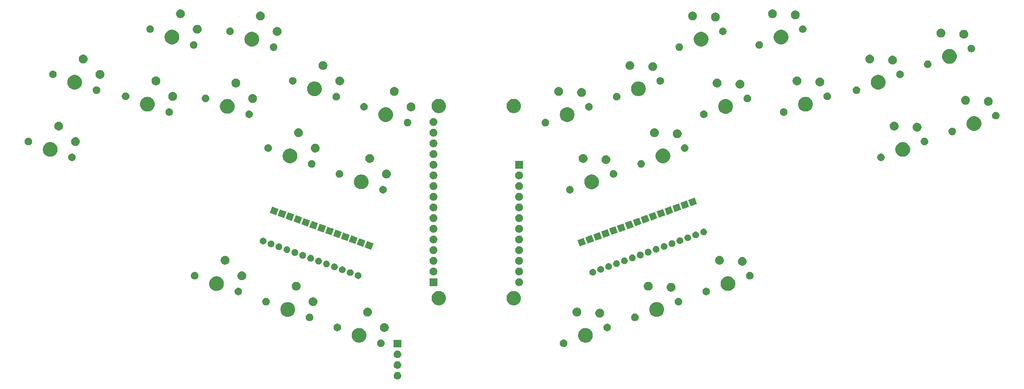
<source format=gbr>
G04 #@! TF.GenerationSoftware,KiCad,Pcbnew,5.1.5*
G04 #@! TF.CreationDate,2020-05-14T17:03:41-05:00*
G04 #@! TF.ProjectId,steno-v2,7374656e-6f2d-4763-922e-6b696361645f,rev?*
G04 #@! TF.SameCoordinates,Original*
G04 #@! TF.FileFunction,Soldermask,Bot*
G04 #@! TF.FilePolarity,Negative*
%FSLAX46Y46*%
G04 Gerber Fmt 4.6, Leading zero omitted, Abs format (unit mm)*
G04 Created by KiCad (PCBNEW 5.1.5) date 2020-05-14 17:03:41*
%MOMM*%
%LPD*%
G04 APERTURE LIST*
%ADD10C,0.100000*%
G04 APERTURE END LIST*
D10*
G36*
X130913512Y-104223927D02*
G01*
X131062812Y-104253624D01*
X131226784Y-104321544D01*
X131374354Y-104420147D01*
X131499853Y-104545646D01*
X131598456Y-104693216D01*
X131666376Y-104857188D01*
X131701000Y-105031259D01*
X131701000Y-105208741D01*
X131666376Y-105382812D01*
X131598456Y-105546784D01*
X131499853Y-105694354D01*
X131374354Y-105819853D01*
X131226784Y-105918456D01*
X131062812Y-105986376D01*
X130913512Y-106016073D01*
X130888742Y-106021000D01*
X130711258Y-106021000D01*
X130686488Y-106016073D01*
X130537188Y-105986376D01*
X130373216Y-105918456D01*
X130225646Y-105819853D01*
X130100147Y-105694354D01*
X130001544Y-105546784D01*
X129933624Y-105382812D01*
X129899000Y-105208741D01*
X129899000Y-105031259D01*
X129933624Y-104857188D01*
X130001544Y-104693216D01*
X130100147Y-104545646D01*
X130225646Y-104420147D01*
X130373216Y-104321544D01*
X130537188Y-104253624D01*
X130686488Y-104223927D01*
X130711258Y-104219000D01*
X130888742Y-104219000D01*
X130913512Y-104223927D01*
G37*
G36*
X130913512Y-101683927D02*
G01*
X131062812Y-101713624D01*
X131226784Y-101781544D01*
X131374354Y-101880147D01*
X131499853Y-102005646D01*
X131598456Y-102153216D01*
X131666376Y-102317188D01*
X131701000Y-102491259D01*
X131701000Y-102668741D01*
X131666376Y-102842812D01*
X131598456Y-103006784D01*
X131499853Y-103154354D01*
X131374354Y-103279853D01*
X131226784Y-103378456D01*
X131062812Y-103446376D01*
X130913512Y-103476073D01*
X130888742Y-103481000D01*
X130711258Y-103481000D01*
X130686488Y-103476073D01*
X130537188Y-103446376D01*
X130373216Y-103378456D01*
X130225646Y-103279853D01*
X130100147Y-103154354D01*
X130001544Y-103006784D01*
X129933624Y-102842812D01*
X129899000Y-102668741D01*
X129899000Y-102491259D01*
X129933624Y-102317188D01*
X130001544Y-102153216D01*
X130100147Y-102005646D01*
X130225646Y-101880147D01*
X130373216Y-101781544D01*
X130537188Y-101713624D01*
X130686488Y-101683927D01*
X130711258Y-101679000D01*
X130888742Y-101679000D01*
X130913512Y-101683927D01*
G37*
G36*
X130913512Y-99143927D02*
G01*
X131062812Y-99173624D01*
X131226784Y-99241544D01*
X131374354Y-99340147D01*
X131499853Y-99465646D01*
X131598456Y-99613216D01*
X131666376Y-99777188D01*
X131701000Y-99951259D01*
X131701000Y-100128741D01*
X131666376Y-100302812D01*
X131598456Y-100466784D01*
X131499853Y-100614354D01*
X131374354Y-100739853D01*
X131226784Y-100838456D01*
X131062812Y-100906376D01*
X130913512Y-100936073D01*
X130888742Y-100941000D01*
X130711258Y-100941000D01*
X130686488Y-100936073D01*
X130537188Y-100906376D01*
X130373216Y-100838456D01*
X130225646Y-100739853D01*
X130100147Y-100614354D01*
X130001544Y-100466784D01*
X129933624Y-100302812D01*
X129899000Y-100128741D01*
X129899000Y-99951259D01*
X129933624Y-99777188D01*
X130001544Y-99613216D01*
X130100147Y-99465646D01*
X130225646Y-99340147D01*
X130373216Y-99241544D01*
X130537188Y-99173624D01*
X130686488Y-99143927D01*
X130711258Y-99139000D01*
X130888742Y-99139000D01*
X130913512Y-99143927D01*
G37*
G36*
X131701000Y-98401000D02*
G01*
X129899000Y-98401000D01*
X129899000Y-96599000D01*
X131701000Y-96599000D01*
X131701000Y-98401000D01*
G37*
G36*
X126975343Y-96496829D02*
G01*
X127124643Y-96526526D01*
X127288615Y-96594446D01*
X127436185Y-96693049D01*
X127561684Y-96818548D01*
X127660287Y-96966118D01*
X127728207Y-97130090D01*
X127754211Y-97260823D01*
X127762440Y-97302192D01*
X127762831Y-97304161D01*
X127762831Y-97481643D01*
X127728207Y-97655714D01*
X127660287Y-97819686D01*
X127561684Y-97967256D01*
X127436185Y-98092755D01*
X127288615Y-98191358D01*
X127124643Y-98259278D01*
X126975343Y-98288975D01*
X126950573Y-98293902D01*
X126773089Y-98293902D01*
X126748319Y-98288975D01*
X126599019Y-98259278D01*
X126435047Y-98191358D01*
X126287477Y-98092755D01*
X126161978Y-97967256D01*
X126063375Y-97819686D01*
X125995455Y-97655714D01*
X125960831Y-97481643D01*
X125960831Y-97304161D01*
X125961223Y-97302192D01*
X125969451Y-97260823D01*
X125995455Y-97130090D01*
X126063375Y-96966118D01*
X126161978Y-96818548D01*
X126287477Y-96693049D01*
X126435047Y-96594446D01*
X126599019Y-96526526D01*
X126748319Y-96496829D01*
X126773089Y-96491902D01*
X126950573Y-96491902D01*
X126975343Y-96496829D01*
G37*
G36*
X170353651Y-96494861D02*
G01*
X170502951Y-96524558D01*
X170666923Y-96592478D01*
X170814493Y-96691081D01*
X170939992Y-96816580D01*
X171038595Y-96964150D01*
X171106515Y-97128122D01*
X171119917Y-97195501D01*
X171141139Y-97302192D01*
X171141139Y-97479676D01*
X171136212Y-97504446D01*
X171106515Y-97653746D01*
X171038595Y-97817718D01*
X170939992Y-97965288D01*
X170814493Y-98090787D01*
X170666923Y-98189390D01*
X170502951Y-98257310D01*
X170353651Y-98287007D01*
X170328881Y-98291934D01*
X170151397Y-98291934D01*
X170126627Y-98287007D01*
X169977327Y-98257310D01*
X169813355Y-98189390D01*
X169665785Y-98090787D01*
X169540286Y-97965288D01*
X169441683Y-97817718D01*
X169373763Y-97653746D01*
X169344066Y-97504446D01*
X169339139Y-97479676D01*
X169339139Y-97302192D01*
X169360361Y-97195501D01*
X169373763Y-97128122D01*
X169441683Y-96964150D01*
X169540286Y-96816580D01*
X169665785Y-96691081D01*
X169813355Y-96592478D01*
X169977327Y-96524558D01*
X170126627Y-96494861D01*
X170151397Y-96489934D01*
X170328881Y-96489934D01*
X170353651Y-96494861D01*
G37*
G36*
X122091507Y-93805651D02*
G01*
X122204270Y-93828081D01*
X122336263Y-93882754D01*
X122522930Y-93960074D01*
X122809718Y-94151700D01*
X123053613Y-94395595D01*
X123245239Y-94682383D01*
X123253389Y-94702060D01*
X123376417Y-94999075D01*
X123377232Y-95001044D01*
X123444131Y-95337363D01*
X123444522Y-95339333D01*
X123444522Y-95684249D01*
X123377624Y-96020570D01*
X123377232Y-96022538D01*
X123245239Y-96341199D01*
X123053613Y-96627987D01*
X122809718Y-96871882D01*
X122522930Y-97063508D01*
X122336263Y-97140828D01*
X122204270Y-97195501D01*
X122091507Y-97217931D01*
X121865982Y-97262791D01*
X121521062Y-97262791D01*
X121295537Y-97217931D01*
X121182774Y-97195501D01*
X121050781Y-97140828D01*
X120864114Y-97063508D01*
X120577326Y-96871882D01*
X120333431Y-96627987D01*
X120141805Y-96341199D01*
X120009812Y-96022538D01*
X120009421Y-96020570D01*
X119942522Y-95684249D01*
X119942522Y-95339333D01*
X119942914Y-95337363D01*
X120009812Y-95001044D01*
X120010628Y-94999075D01*
X120133655Y-94702060D01*
X120141805Y-94682383D01*
X120333431Y-94395595D01*
X120577326Y-94151700D01*
X120864114Y-93960074D01*
X121050781Y-93882754D01*
X121182774Y-93828081D01*
X121295537Y-93805651D01*
X121521062Y-93760791D01*
X121865982Y-93760791D01*
X122091507Y-93805651D01*
G37*
G36*
X175806433Y-93803683D02*
G01*
X175919196Y-93826113D01*
X176051189Y-93880786D01*
X176237856Y-93958106D01*
X176524644Y-94149732D01*
X176768539Y-94393627D01*
X176960165Y-94680415D01*
X177037485Y-94867082D01*
X177092158Y-94999075D01*
X177114588Y-95111838D01*
X177159448Y-95337363D01*
X177159448Y-95682283D01*
X177114588Y-95907808D01*
X177092158Y-96020571D01*
X177037485Y-96152564D01*
X176960165Y-96339231D01*
X176768539Y-96626019D01*
X176524644Y-96869914D01*
X176237856Y-97061540D01*
X176072361Y-97130090D01*
X175919196Y-97193533D01*
X175806433Y-97215963D01*
X175580908Y-97260823D01*
X175235988Y-97260823D01*
X175010463Y-97215963D01*
X174897700Y-97193533D01*
X174744535Y-97130090D01*
X174579040Y-97061540D01*
X174292252Y-96869914D01*
X174048357Y-96626019D01*
X173856731Y-96339231D01*
X173779411Y-96152564D01*
X173724738Y-96020571D01*
X173702308Y-95907808D01*
X173657448Y-95682283D01*
X173657448Y-95337363D01*
X173702308Y-95111838D01*
X173724738Y-94999075D01*
X173779411Y-94867082D01*
X173856731Y-94680415D01*
X174048357Y-94393627D01*
X174292252Y-94149732D01*
X174579040Y-93958106D01*
X174765707Y-93880786D01*
X174897700Y-93826113D01*
X175010463Y-93803683D01*
X175235988Y-93758823D01*
X175580908Y-93758823D01*
X175806433Y-93803683D01*
G37*
G36*
X127998226Y-92640449D02*
G01*
X128189495Y-92719675D01*
X128189497Y-92719676D01*
X128256287Y-92764304D01*
X128361635Y-92834695D01*
X128508027Y-92981087D01*
X128623047Y-93153227D01*
X128702273Y-93344496D01*
X128742662Y-93547544D01*
X128742662Y-93754576D01*
X128702273Y-93957624D01*
X128660918Y-94057464D01*
X128623046Y-94148895D01*
X128508027Y-94321033D01*
X128361635Y-94467425D01*
X128189497Y-94582444D01*
X128189496Y-94582445D01*
X128189495Y-94582445D01*
X127998226Y-94661671D01*
X127795178Y-94702060D01*
X127588146Y-94702060D01*
X127385098Y-94661671D01*
X127193829Y-94582445D01*
X127193828Y-94582445D01*
X127193827Y-94582444D01*
X127021689Y-94467425D01*
X126875297Y-94321033D01*
X126760278Y-94148895D01*
X126722406Y-94057464D01*
X126681051Y-93957624D01*
X126640662Y-93754576D01*
X126640662Y-93547544D01*
X126681051Y-93344496D01*
X126760277Y-93153227D01*
X126875297Y-92981087D01*
X127021689Y-92834695D01*
X127127037Y-92764304D01*
X127193827Y-92719676D01*
X127193829Y-92719675D01*
X127385098Y-92640449D01*
X127588146Y-92600060D01*
X127795178Y-92600060D01*
X127998226Y-92640449D01*
G37*
G36*
X116638725Y-92734607D02*
G01*
X116788025Y-92764304D01*
X116951997Y-92832224D01*
X117099567Y-92930827D01*
X117225066Y-93056326D01*
X117323669Y-93203896D01*
X117391589Y-93367868D01*
X117421286Y-93517168D01*
X117425822Y-93539970D01*
X117426213Y-93541939D01*
X117426213Y-93719421D01*
X117391589Y-93893492D01*
X117323669Y-94057464D01*
X117225066Y-94205034D01*
X117099567Y-94330533D01*
X116951997Y-94429136D01*
X116788025Y-94497056D01*
X116638725Y-94526753D01*
X116613955Y-94531680D01*
X116436471Y-94531680D01*
X116411701Y-94526753D01*
X116262401Y-94497056D01*
X116098429Y-94429136D01*
X115950859Y-94330533D01*
X115825360Y-94205034D01*
X115726757Y-94057464D01*
X115658837Y-93893492D01*
X115624213Y-93719421D01*
X115624213Y-93541939D01*
X115624605Y-93539970D01*
X115629140Y-93517168D01*
X115658837Y-93367868D01*
X115726757Y-93203896D01*
X115825360Y-93056326D01*
X115950859Y-92930827D01*
X116098429Y-92832224D01*
X116262401Y-92764304D01*
X116411701Y-92734607D01*
X116436471Y-92729680D01*
X116613955Y-92729680D01*
X116638725Y-92734607D01*
G37*
G36*
X180690269Y-92732639D02*
G01*
X180839569Y-92762336D01*
X181003541Y-92830256D01*
X181151111Y-92928859D01*
X181276610Y-93054358D01*
X181375213Y-93201928D01*
X181443133Y-93365900D01*
X181472830Y-93515200D01*
X181477757Y-93539970D01*
X181477757Y-93717454D01*
X181472830Y-93742224D01*
X181443133Y-93891524D01*
X181375213Y-94055496D01*
X181276610Y-94203066D01*
X181151111Y-94328565D01*
X181003541Y-94427168D01*
X180839569Y-94495088D01*
X180690269Y-94524785D01*
X180665499Y-94529712D01*
X180488015Y-94529712D01*
X180463245Y-94524785D01*
X180313945Y-94495088D01*
X180149973Y-94427168D01*
X180002403Y-94328565D01*
X179876904Y-94203066D01*
X179778301Y-94055496D01*
X179710381Y-93891524D01*
X179680684Y-93742224D01*
X179675757Y-93717454D01*
X179675757Y-93539970D01*
X179680684Y-93515200D01*
X179710381Y-93365900D01*
X179778301Y-93201928D01*
X179876904Y-93054358D01*
X180002403Y-92928859D01*
X180149973Y-92830256D01*
X180313945Y-92762336D01*
X180463245Y-92732639D01*
X180488015Y-92727712D01*
X180665499Y-92727712D01*
X180690269Y-92732639D01*
G37*
G36*
X110060876Y-90340466D02*
G01*
X110210176Y-90370163D01*
X110374148Y-90438083D01*
X110521718Y-90536686D01*
X110647217Y-90662185D01*
X110745820Y-90809755D01*
X110813740Y-90973727D01*
X110848364Y-91147798D01*
X110848364Y-91325280D01*
X110813740Y-91499351D01*
X110745820Y-91663323D01*
X110647217Y-91810893D01*
X110521718Y-91936392D01*
X110374148Y-92034995D01*
X110210176Y-92102915D01*
X110060876Y-92132612D01*
X110036106Y-92137539D01*
X109858622Y-92137539D01*
X109833852Y-92132612D01*
X109684552Y-92102915D01*
X109520580Y-92034995D01*
X109373010Y-91936392D01*
X109247511Y-91810893D01*
X109148908Y-91663323D01*
X109080988Y-91499351D01*
X109046364Y-91325280D01*
X109046364Y-91147798D01*
X109080988Y-90973727D01*
X109148908Y-90809755D01*
X109247511Y-90662185D01*
X109373010Y-90536686D01*
X109520580Y-90438083D01*
X109684552Y-90370163D01*
X109833852Y-90340466D01*
X109858622Y-90335539D01*
X110036106Y-90335539D01*
X110060876Y-90340466D01*
G37*
G36*
X187268118Y-90338499D02*
G01*
X187417418Y-90368196D01*
X187581390Y-90436116D01*
X187728960Y-90534719D01*
X187854459Y-90660218D01*
X187953062Y-90807788D01*
X188020982Y-90971760D01*
X188055606Y-91145831D01*
X188055606Y-91323313D01*
X188020982Y-91497384D01*
X187953062Y-91661356D01*
X187854459Y-91808926D01*
X187728960Y-91934425D01*
X187581390Y-92033028D01*
X187417418Y-92100948D01*
X187268118Y-92130645D01*
X187243348Y-92135572D01*
X187065864Y-92135572D01*
X187041094Y-92130645D01*
X186891794Y-92100948D01*
X186727822Y-92033028D01*
X186580252Y-91934425D01*
X186454753Y-91808926D01*
X186356150Y-91661356D01*
X186288230Y-91497384D01*
X186253606Y-91323313D01*
X186253606Y-91145831D01*
X186288230Y-90971760D01*
X186356150Y-90807788D01*
X186454753Y-90660218D01*
X186580252Y-90534719D01*
X186727822Y-90436116D01*
X186891794Y-90368196D01*
X187041094Y-90338499D01*
X187065864Y-90333572D01*
X187243348Y-90333572D01*
X187268118Y-90338499D01*
G37*
G36*
X179113799Y-89218279D02*
G01*
X179300623Y-89295664D01*
X179305070Y-89297506D01*
X179477208Y-89412525D01*
X179623600Y-89558917D01*
X179738620Y-89731057D01*
X179817846Y-89922326D01*
X179858235Y-90125374D01*
X179858235Y-90332406D01*
X179817846Y-90535454D01*
X179743261Y-90715518D01*
X179738619Y-90726725D01*
X179623600Y-90898863D01*
X179477208Y-91045255D01*
X179305070Y-91160274D01*
X179305069Y-91160275D01*
X179305068Y-91160275D01*
X179113799Y-91239501D01*
X178910751Y-91279890D01*
X178703719Y-91279890D01*
X178500671Y-91239501D01*
X178309402Y-91160275D01*
X178309401Y-91160275D01*
X178309400Y-91160274D01*
X178137262Y-91045255D01*
X177990870Y-90898863D01*
X177875851Y-90726725D01*
X177871209Y-90715518D01*
X177796624Y-90535454D01*
X177756235Y-90332406D01*
X177756235Y-90125374D01*
X177796624Y-89922326D01*
X177875850Y-89731057D01*
X177990870Y-89558917D01*
X178137262Y-89412525D01*
X178309400Y-89297506D01*
X178313847Y-89295664D01*
X178500671Y-89218279D01*
X178703719Y-89177890D01*
X178910751Y-89177890D01*
X179113799Y-89218279D01*
G37*
G36*
X105177040Y-87649288D02*
G01*
X105289803Y-87671718D01*
X105421796Y-87726391D01*
X105608463Y-87803711D01*
X105895251Y-87995337D01*
X106139146Y-88239232D01*
X106330772Y-88526020D01*
X106338922Y-88545697D01*
X106461951Y-88842714D01*
X106462765Y-88844681D01*
X106529664Y-89181001D01*
X106530055Y-89182970D01*
X106530055Y-89527886D01*
X106463572Y-89862121D01*
X106462765Y-89866175D01*
X106330772Y-90184836D01*
X106139146Y-90471624D01*
X105895251Y-90715519D01*
X105608463Y-90907145D01*
X105421796Y-90984465D01*
X105289803Y-91039138D01*
X105177040Y-91061568D01*
X104951515Y-91106428D01*
X104606595Y-91106428D01*
X104381070Y-91061568D01*
X104268307Y-91039138D01*
X104136314Y-90984465D01*
X103949647Y-90907145D01*
X103662859Y-90715519D01*
X103418964Y-90471624D01*
X103227338Y-90184836D01*
X103095345Y-89866175D01*
X103094539Y-89862121D01*
X103028055Y-89527886D01*
X103028055Y-89182970D01*
X103028447Y-89181001D01*
X103095345Y-88844681D01*
X103096160Y-88842714D01*
X103219188Y-88545697D01*
X103227338Y-88526020D01*
X103418964Y-88239232D01*
X103662859Y-87995337D01*
X103949647Y-87803711D01*
X104136314Y-87726391D01*
X104268307Y-87671718D01*
X104381070Y-87649288D01*
X104606595Y-87604428D01*
X104951515Y-87604428D01*
X105177040Y-87649288D01*
G37*
G36*
X192720900Y-87647321D02*
G01*
X192833663Y-87669751D01*
X192965656Y-87724424D01*
X193152323Y-87801744D01*
X193439111Y-87993370D01*
X193683006Y-88237265D01*
X193874632Y-88524053D01*
X193883597Y-88545697D01*
X194006625Y-88842713D01*
X194021323Y-88916605D01*
X194073915Y-89181001D01*
X194073915Y-89525921D01*
X194047429Y-89659072D01*
X194006625Y-89864209D01*
X193982552Y-89922326D01*
X193874632Y-90182869D01*
X193683006Y-90469657D01*
X193439111Y-90713552D01*
X193152323Y-90905178D01*
X192986830Y-90973727D01*
X192833663Y-91037171D01*
X192720900Y-91059601D01*
X192495375Y-91104461D01*
X192150455Y-91104461D01*
X191924930Y-91059601D01*
X191812167Y-91037171D01*
X191659000Y-90973727D01*
X191493507Y-90905178D01*
X191206719Y-90713552D01*
X190962824Y-90469657D01*
X190771198Y-90182869D01*
X190663278Y-89922326D01*
X190639205Y-89864209D01*
X190598401Y-89659072D01*
X190571915Y-89525921D01*
X190571915Y-89181001D01*
X190624507Y-88916605D01*
X190639205Y-88842713D01*
X190762233Y-88545697D01*
X190771198Y-88524053D01*
X190962824Y-88237265D01*
X191206719Y-87993370D01*
X191493507Y-87801744D01*
X191680174Y-87724424D01*
X191812167Y-87669751D01*
X191924930Y-87647321D01*
X192150455Y-87602461D01*
X192495375Y-87602461D01*
X192720900Y-87647321D01*
G37*
G36*
X124018005Y-88956994D02*
G01*
X124204525Y-89034253D01*
X124209276Y-89036221D01*
X124378469Y-89149272D01*
X124381414Y-89151240D01*
X124527806Y-89297632D01*
X124642826Y-89469772D01*
X124722052Y-89661041D01*
X124762441Y-89864089D01*
X124762441Y-90071121D01*
X124722052Y-90274169D01*
X124654157Y-90438083D01*
X124642825Y-90465440D01*
X124527806Y-90637578D01*
X124381414Y-90783970D01*
X124209276Y-90898989D01*
X124209275Y-90898990D01*
X124209274Y-90898990D01*
X124018005Y-90978216D01*
X123814957Y-91018605D01*
X123607925Y-91018605D01*
X123404877Y-90978216D01*
X123213608Y-90898990D01*
X123213607Y-90898990D01*
X123213606Y-90898989D01*
X123041468Y-90783970D01*
X122895076Y-90637578D01*
X122780057Y-90465440D01*
X122768725Y-90438083D01*
X122700830Y-90274169D01*
X122660441Y-90071121D01*
X122660441Y-89864089D01*
X122700830Y-89661041D01*
X122780056Y-89469772D01*
X122895076Y-89297632D01*
X123041468Y-89151240D01*
X123044413Y-89149272D01*
X123213606Y-89036221D01*
X123218357Y-89034253D01*
X123404877Y-88956994D01*
X123607925Y-88916605D01*
X123814957Y-88916605D01*
X124018005Y-88956994D01*
G37*
G36*
X173697093Y-88955026D02*
G01*
X173888362Y-89034252D01*
X173888364Y-89034253D01*
X173891309Y-89036221D01*
X174060502Y-89149272D01*
X174206894Y-89295664D01*
X174321914Y-89467804D01*
X174401140Y-89659073D01*
X174441529Y-89862121D01*
X174441529Y-90069153D01*
X174401140Y-90272201D01*
X174321914Y-90463470D01*
X174321913Y-90463472D01*
X174206894Y-90635610D01*
X174060502Y-90782002D01*
X173888364Y-90897021D01*
X173888363Y-90897022D01*
X173888362Y-90897022D01*
X173697093Y-90976248D01*
X173494045Y-91016637D01*
X173287013Y-91016637D01*
X173083965Y-90976248D01*
X172892696Y-90897022D01*
X172892695Y-90897022D01*
X172892694Y-90897021D01*
X172720556Y-90782002D01*
X172574164Y-90635610D01*
X172459145Y-90463472D01*
X172459144Y-90463470D01*
X172379918Y-90272201D01*
X172339529Y-90069153D01*
X172339529Y-89862121D01*
X172379918Y-89659073D01*
X172459144Y-89467804D01*
X172574164Y-89295664D01*
X172720556Y-89149272D01*
X172889749Y-89036221D01*
X172892694Y-89034253D01*
X172892696Y-89034252D01*
X173083965Y-88955026D01*
X173287013Y-88914637D01*
X173494045Y-88914637D01*
X173697093Y-88955026D01*
G37*
G36*
X111083759Y-86484086D02*
G01*
X111275028Y-86563312D01*
X111275030Y-86563313D01*
X111338878Y-86605975D01*
X111447168Y-86678332D01*
X111593560Y-86824724D01*
X111708580Y-86996864D01*
X111787806Y-87188133D01*
X111828195Y-87391181D01*
X111828195Y-87598213D01*
X111787806Y-87801261D01*
X111746451Y-87901101D01*
X111708579Y-87992532D01*
X111593560Y-88164670D01*
X111447168Y-88311062D01*
X111275030Y-88426081D01*
X111275029Y-88426082D01*
X111275028Y-88426082D01*
X111083759Y-88505308D01*
X110880711Y-88545697D01*
X110673679Y-88545697D01*
X110470631Y-88505308D01*
X110279362Y-88426082D01*
X110279361Y-88426082D01*
X110279360Y-88426081D01*
X110107222Y-88311062D01*
X109960830Y-88164670D01*
X109845811Y-87992532D01*
X109807939Y-87901101D01*
X109766584Y-87801261D01*
X109726195Y-87598213D01*
X109726195Y-87391181D01*
X109766584Y-87188133D01*
X109845810Y-86996864D01*
X109960830Y-86824724D01*
X110107222Y-86678332D01*
X110215512Y-86605975D01*
X110279360Y-86563313D01*
X110279362Y-86563312D01*
X110470631Y-86484086D01*
X110673679Y-86443697D01*
X110880711Y-86443697D01*
X111083759Y-86484086D01*
G37*
G36*
X99724258Y-86578244D02*
G01*
X99873558Y-86607941D01*
X100037530Y-86675861D01*
X100185100Y-86774464D01*
X100310599Y-86899963D01*
X100409202Y-87047533D01*
X100477122Y-87211505D01*
X100511746Y-87385576D01*
X100511746Y-87563058D01*
X100477122Y-87737129D01*
X100409202Y-87901101D01*
X100310599Y-88048671D01*
X100185100Y-88174170D01*
X100037530Y-88272773D01*
X99873558Y-88340693D01*
X99724258Y-88370390D01*
X99699488Y-88375317D01*
X99522004Y-88375317D01*
X99497234Y-88370390D01*
X99347934Y-88340693D01*
X99183962Y-88272773D01*
X99036392Y-88174170D01*
X98910893Y-88048671D01*
X98812290Y-87901101D01*
X98744370Y-87737129D01*
X98709746Y-87563058D01*
X98709746Y-87385576D01*
X98744370Y-87211505D01*
X98812290Y-87047533D01*
X98910893Y-86899963D01*
X99036392Y-86774464D01*
X99183962Y-86675861D01*
X99347934Y-86607941D01*
X99497234Y-86578244D01*
X99522004Y-86573317D01*
X99699488Y-86573317D01*
X99724258Y-86578244D01*
G37*
G36*
X197604736Y-86576277D02*
G01*
X197754036Y-86605974D01*
X197918008Y-86673894D01*
X198065578Y-86772497D01*
X198191077Y-86897996D01*
X198289680Y-87045566D01*
X198357600Y-87209538D01*
X198392224Y-87383609D01*
X198392224Y-87561091D01*
X198357600Y-87735162D01*
X198289680Y-87899134D01*
X198191077Y-88046704D01*
X198065578Y-88172203D01*
X197918008Y-88270806D01*
X197754036Y-88338726D01*
X197604736Y-88368423D01*
X197579966Y-88373350D01*
X197402482Y-88373350D01*
X197377712Y-88368423D01*
X197228412Y-88338726D01*
X197064440Y-88270806D01*
X196916870Y-88172203D01*
X196791371Y-88046704D01*
X196692768Y-87899134D01*
X196624848Y-87735162D01*
X196590224Y-87561091D01*
X196590224Y-87383609D01*
X196624848Y-87209538D01*
X196692768Y-87045566D01*
X196791371Y-86897996D01*
X196916870Y-86772497D01*
X197064440Y-86673894D01*
X197228412Y-86605974D01*
X197377712Y-86576277D01*
X197402482Y-86571350D01*
X197579966Y-86571350D01*
X197604736Y-86576277D01*
G37*
G36*
X140945716Y-84991434D02*
G01*
X141106455Y-85023407D01*
X141416199Y-85151707D01*
X141694962Y-85337970D01*
X141932030Y-85575038D01*
X142118293Y-85853801D01*
X142171053Y-85981176D01*
X142246593Y-86163546D01*
X142312000Y-86492366D01*
X142312000Y-86827634D01*
X142278338Y-86996862D01*
X142246593Y-87156455D01*
X142118293Y-87466199D01*
X141932030Y-87744962D01*
X141694962Y-87982030D01*
X141416199Y-88168293D01*
X141106455Y-88296593D01*
X141033714Y-88311062D01*
X140777634Y-88362000D01*
X140442366Y-88362000D01*
X140186286Y-88311062D01*
X140113545Y-88296593D01*
X139803801Y-88168293D01*
X139525038Y-87982030D01*
X139287970Y-87744962D01*
X139101707Y-87466199D01*
X138973407Y-87156455D01*
X138941662Y-86996862D01*
X138908000Y-86827634D01*
X138908000Y-86492366D01*
X138973407Y-86163546D01*
X139048947Y-85981176D01*
X139101707Y-85853801D01*
X139287970Y-85575038D01*
X139525038Y-85337970D01*
X139803801Y-85151707D01*
X140113545Y-85023407D01*
X140274284Y-84991434D01*
X140442366Y-84958000D01*
X140777634Y-84958000D01*
X140945716Y-84991434D01*
G37*
G36*
X158725716Y-84991434D02*
G01*
X158886455Y-85023407D01*
X159196199Y-85151707D01*
X159474962Y-85337970D01*
X159712030Y-85575038D01*
X159898293Y-85853801D01*
X159951053Y-85981176D01*
X160026593Y-86163546D01*
X160092000Y-86492366D01*
X160092000Y-86827634D01*
X160058338Y-86996862D01*
X160026593Y-87156455D01*
X159898293Y-87466199D01*
X159712030Y-87744962D01*
X159474962Y-87982030D01*
X159196199Y-88168293D01*
X158886455Y-88296593D01*
X158813714Y-88311062D01*
X158557634Y-88362000D01*
X158222366Y-88362000D01*
X157966286Y-88311062D01*
X157893545Y-88296593D01*
X157583801Y-88168293D01*
X157305038Y-87982030D01*
X157067970Y-87744962D01*
X156881707Y-87466199D01*
X156753407Y-87156455D01*
X156721662Y-86996862D01*
X156688000Y-86827634D01*
X156688000Y-86492366D01*
X156753407Y-86163546D01*
X156828947Y-85981176D01*
X156881707Y-85853801D01*
X157067970Y-85575038D01*
X157305038Y-85337970D01*
X157583801Y-85151707D01*
X157893545Y-85023407D01*
X158054284Y-84991434D01*
X158222366Y-84958000D01*
X158557634Y-84958000D01*
X158725716Y-84991434D01*
G37*
G36*
X93146409Y-84184103D02*
G01*
X93295709Y-84213800D01*
X93459681Y-84281720D01*
X93607251Y-84380323D01*
X93732750Y-84505822D01*
X93831353Y-84653392D01*
X93899273Y-84817364D01*
X93933897Y-84991435D01*
X93933897Y-85168917D01*
X93899273Y-85342988D01*
X93831353Y-85506960D01*
X93732750Y-85654530D01*
X93607251Y-85780029D01*
X93459681Y-85878632D01*
X93295709Y-85946552D01*
X93146409Y-85976249D01*
X93121639Y-85981176D01*
X92944155Y-85981176D01*
X92919385Y-85976249D01*
X92770085Y-85946552D01*
X92606113Y-85878632D01*
X92458543Y-85780029D01*
X92333044Y-85654530D01*
X92234441Y-85506960D01*
X92166521Y-85342988D01*
X92131897Y-85168917D01*
X92131897Y-84991435D01*
X92166521Y-84817364D01*
X92234441Y-84653392D01*
X92333044Y-84505822D01*
X92458543Y-84380323D01*
X92606113Y-84281720D01*
X92770085Y-84213800D01*
X92919385Y-84184103D01*
X92944155Y-84179176D01*
X93121639Y-84179176D01*
X93146409Y-84184103D01*
G37*
G36*
X204182586Y-84182136D02*
G01*
X204331886Y-84211833D01*
X204495858Y-84279753D01*
X204643428Y-84378356D01*
X204768927Y-84503855D01*
X204867530Y-84651425D01*
X204935450Y-84815397D01*
X204970074Y-84989468D01*
X204970074Y-85166950D01*
X204935450Y-85341021D01*
X204867530Y-85504993D01*
X204768927Y-85652563D01*
X204643428Y-85778062D01*
X204495858Y-85876665D01*
X204331886Y-85944585D01*
X204182586Y-85974282D01*
X204157816Y-85979209D01*
X203980332Y-85979209D01*
X203955562Y-85974282D01*
X203806262Y-85944585D01*
X203642290Y-85876665D01*
X203494720Y-85778062D01*
X203369221Y-85652563D01*
X203270618Y-85504993D01*
X203202698Y-85341021D01*
X203168074Y-85166950D01*
X203168074Y-84989468D01*
X203202698Y-84815397D01*
X203270618Y-84651425D01*
X203369221Y-84503855D01*
X203494720Y-84378356D01*
X203642290Y-84279753D01*
X203806262Y-84211833D01*
X203955562Y-84182136D01*
X203980332Y-84177209D01*
X204157816Y-84177209D01*
X204182586Y-84182136D01*
G37*
G36*
X196028266Y-83061917D02*
G01*
X196215090Y-83139302D01*
X196219537Y-83141144D01*
X196391675Y-83256163D01*
X196538067Y-83402555D01*
X196569244Y-83449214D01*
X196653087Y-83574695D01*
X196732313Y-83765964D01*
X196772702Y-83969012D01*
X196772702Y-84176044D01*
X196732313Y-84379092D01*
X196657728Y-84559156D01*
X196653086Y-84570363D01*
X196538067Y-84742501D01*
X196391675Y-84888893D01*
X196219537Y-85003912D01*
X196219536Y-85003913D01*
X196219535Y-85003913D01*
X196028266Y-85083139D01*
X195825218Y-85123528D01*
X195618186Y-85123528D01*
X195415138Y-85083139D01*
X195223869Y-85003913D01*
X195223868Y-85003913D01*
X195223867Y-85003912D01*
X195051729Y-84888893D01*
X194905337Y-84742501D01*
X194790318Y-84570363D01*
X194785676Y-84559156D01*
X194711091Y-84379092D01*
X194670702Y-84176044D01*
X194670702Y-83969012D01*
X194711091Y-83765964D01*
X194790317Y-83574695D01*
X194874161Y-83449214D01*
X194905337Y-83402555D01*
X195051729Y-83256163D01*
X195223867Y-83141144D01*
X195228314Y-83139302D01*
X195415138Y-83061917D01*
X195618186Y-83021528D01*
X195825218Y-83021528D01*
X196028266Y-83061917D01*
G37*
G36*
X88262573Y-81492925D02*
G01*
X88375336Y-81515355D01*
X88507329Y-81570028D01*
X88693996Y-81647348D01*
X88980784Y-81838974D01*
X89224679Y-82082869D01*
X89416305Y-82369657D01*
X89493625Y-82556324D01*
X89547484Y-82686351D01*
X89548298Y-82688318D01*
X89615588Y-83026605D01*
X89615588Y-83371525D01*
X89548298Y-83709812D01*
X89416305Y-84028473D01*
X89224679Y-84315261D01*
X88980784Y-84559156D01*
X88693996Y-84750782D01*
X88507329Y-84828102D01*
X88375336Y-84882775D01*
X88262573Y-84905205D01*
X88037048Y-84950065D01*
X87692128Y-84950065D01*
X87466603Y-84905205D01*
X87353840Y-84882775D01*
X87221847Y-84828102D01*
X87035180Y-84750782D01*
X86748392Y-84559156D01*
X86504497Y-84315261D01*
X86312871Y-84028473D01*
X86180878Y-83709812D01*
X86113588Y-83371525D01*
X86113588Y-83026605D01*
X86180878Y-82688318D01*
X86181693Y-82686351D01*
X86235551Y-82556324D01*
X86312871Y-82369657D01*
X86504497Y-82082869D01*
X86748392Y-81838974D01*
X87035180Y-81647348D01*
X87221847Y-81570028D01*
X87353840Y-81515355D01*
X87466603Y-81492925D01*
X87692128Y-81448065D01*
X88037048Y-81448065D01*
X88262573Y-81492925D01*
G37*
G36*
X209635368Y-81490958D02*
G01*
X209748131Y-81513388D01*
X209880124Y-81568061D01*
X210066791Y-81645381D01*
X210353579Y-81837007D01*
X210597474Y-82080902D01*
X210789100Y-82367690D01*
X210866420Y-82554357D01*
X210875307Y-82575812D01*
X210921093Y-82686351D01*
X210988383Y-83024638D01*
X210988383Y-83369558D01*
X210981819Y-83402555D01*
X210921093Y-83707846D01*
X210866420Y-83839839D01*
X210789100Y-84026506D01*
X210597474Y-84313294D01*
X210353579Y-84557189D01*
X210066791Y-84748815D01*
X209890463Y-84821852D01*
X209748131Y-84880808D01*
X209635368Y-84903238D01*
X209409843Y-84948098D01*
X209064923Y-84948098D01*
X208839398Y-84903238D01*
X208726635Y-84880808D01*
X208584303Y-84821852D01*
X208407975Y-84748815D01*
X208121187Y-84557189D01*
X207877292Y-84313294D01*
X207685666Y-84026506D01*
X207608346Y-83839839D01*
X207553673Y-83707846D01*
X207492947Y-83402555D01*
X207486383Y-83369558D01*
X207486383Y-83024638D01*
X207553673Y-82686351D01*
X207599460Y-82575812D01*
X207608346Y-82554357D01*
X207685666Y-82367690D01*
X207877292Y-82080902D01*
X208121187Y-81837007D01*
X208407975Y-81645381D01*
X208594642Y-81568061D01*
X208726635Y-81513388D01*
X208839398Y-81490958D01*
X209064923Y-81446098D01*
X209409843Y-81446098D01*
X209635368Y-81490958D01*
G37*
G36*
X107103538Y-82800631D02*
G01*
X107294807Y-82879857D01*
X107294809Y-82879858D01*
X107466947Y-82994877D01*
X107613339Y-83141269D01*
X107727044Y-83311440D01*
X107728359Y-83313409D01*
X107807585Y-83504678D01*
X107847974Y-83707726D01*
X107847974Y-83914758D01*
X107807585Y-84117806D01*
X107739690Y-84281720D01*
X107728358Y-84309077D01*
X107613339Y-84481215D01*
X107466947Y-84627607D01*
X107294809Y-84742626D01*
X107294808Y-84742627D01*
X107294807Y-84742627D01*
X107103538Y-84821853D01*
X106900490Y-84862242D01*
X106693458Y-84862242D01*
X106490410Y-84821853D01*
X106299141Y-84742627D01*
X106299140Y-84742627D01*
X106299139Y-84742626D01*
X106127001Y-84627607D01*
X105980609Y-84481215D01*
X105865590Y-84309077D01*
X105854258Y-84281720D01*
X105786363Y-84117806D01*
X105745974Y-83914758D01*
X105745974Y-83707726D01*
X105786363Y-83504678D01*
X105865589Y-83313409D01*
X105866905Y-83311440D01*
X105980609Y-83141269D01*
X106127001Y-82994877D01*
X106299139Y-82879858D01*
X106299141Y-82879857D01*
X106490410Y-82800631D01*
X106693458Y-82760242D01*
X106900490Y-82760242D01*
X107103538Y-82800631D01*
G37*
G36*
X190611560Y-82798664D02*
G01*
X190802829Y-82877890D01*
X190802831Y-82877891D01*
X190974969Y-82992910D01*
X191121361Y-83139302D01*
X191225566Y-83295255D01*
X191236381Y-83311442D01*
X191315607Y-83502711D01*
X191355996Y-83705759D01*
X191355996Y-83912791D01*
X191315607Y-84115839D01*
X191275030Y-84213800D01*
X191236380Y-84307110D01*
X191121361Y-84479248D01*
X190974969Y-84625640D01*
X190802831Y-84740659D01*
X190802830Y-84740660D01*
X190802829Y-84740660D01*
X190611560Y-84819886D01*
X190408512Y-84860275D01*
X190201480Y-84860275D01*
X189998432Y-84819886D01*
X189807163Y-84740660D01*
X189807162Y-84740660D01*
X189807161Y-84740659D01*
X189635023Y-84625640D01*
X189488631Y-84479248D01*
X189373612Y-84307110D01*
X189334962Y-84213800D01*
X189294385Y-84115839D01*
X189253996Y-83912791D01*
X189253996Y-83705759D01*
X189294385Y-83502711D01*
X189373611Y-83311442D01*
X189384427Y-83295255D01*
X189488631Y-83139302D01*
X189635023Y-82992910D01*
X189807161Y-82877891D01*
X189807163Y-82877890D01*
X189998432Y-82798664D01*
X190201480Y-82758275D01*
X190408512Y-82758275D01*
X190611560Y-82798664D01*
G37*
G36*
X159934187Y-81946123D02*
G01*
X160102498Y-82015840D01*
X160105257Y-82016983D01*
X160142555Y-82041905D01*
X160259214Y-82119854D01*
X160390146Y-82250786D01*
X160493018Y-82404745D01*
X160563877Y-82575813D01*
X160600000Y-82757417D01*
X160600000Y-82942583D01*
X160563877Y-83124187D01*
X160493018Y-83295255D01*
X160421323Y-83402555D01*
X160390145Y-83449215D01*
X160259215Y-83580145D01*
X160105257Y-83683017D01*
X160105256Y-83683018D01*
X160105255Y-83683018D01*
X159934187Y-83753877D01*
X159752583Y-83790000D01*
X159567417Y-83790000D01*
X159385813Y-83753877D01*
X159214745Y-83683018D01*
X159214744Y-83683018D01*
X159214743Y-83683017D01*
X159060785Y-83580145D01*
X158929855Y-83449215D01*
X158898678Y-83402555D01*
X158826982Y-83295255D01*
X158756123Y-83124187D01*
X158720000Y-82942583D01*
X158720000Y-82757417D01*
X158756123Y-82575813D01*
X158826982Y-82404745D01*
X158929854Y-82250786D01*
X159060786Y-82119854D01*
X159177445Y-82041905D01*
X159214743Y-82016983D01*
X159217502Y-82015840D01*
X159385813Y-81946123D01*
X159567417Y-81910000D01*
X159752583Y-81910000D01*
X159934187Y-81946123D01*
G37*
G36*
X140280000Y-83790000D02*
G01*
X138400000Y-83790000D01*
X138400000Y-81910000D01*
X140280000Y-81910000D01*
X140280000Y-83790000D01*
G37*
G36*
X94169292Y-80327723D02*
G01*
X94360561Y-80406949D01*
X94360563Y-80406950D01*
X94532701Y-80521969D01*
X94679093Y-80668361D01*
X94781276Y-80821288D01*
X94794113Y-80840501D01*
X94873339Y-81031770D01*
X94913728Y-81234818D01*
X94913728Y-81441850D01*
X94873339Y-81644898D01*
X94831984Y-81744738D01*
X94794112Y-81836169D01*
X94679093Y-82008307D01*
X94532701Y-82154699D01*
X94360563Y-82269718D01*
X94360562Y-82269719D01*
X94360561Y-82269719D01*
X94169292Y-82348945D01*
X93966244Y-82389334D01*
X93759212Y-82389334D01*
X93556164Y-82348945D01*
X93364895Y-82269719D01*
X93364894Y-82269719D01*
X93364893Y-82269718D01*
X93192755Y-82154699D01*
X93046363Y-82008307D01*
X92931344Y-81836169D01*
X92893472Y-81744738D01*
X92852117Y-81644898D01*
X92811728Y-81441850D01*
X92811728Y-81234818D01*
X92852117Y-81031770D01*
X92931343Y-80840501D01*
X92944181Y-80821288D01*
X93046363Y-80668361D01*
X93192755Y-80521969D01*
X93364893Y-80406950D01*
X93364895Y-80406949D01*
X93556164Y-80327723D01*
X93759212Y-80287334D01*
X93966244Y-80287334D01*
X94169292Y-80327723D01*
G37*
G36*
X82809791Y-80421881D02*
G01*
X82959091Y-80451578D01*
X83123063Y-80519498D01*
X83270633Y-80618101D01*
X83396132Y-80743600D01*
X83494735Y-80891170D01*
X83562655Y-81055142D01*
X83597279Y-81229213D01*
X83597279Y-81406695D01*
X83562655Y-81580766D01*
X83494735Y-81744738D01*
X83396132Y-81892308D01*
X83270633Y-82017807D01*
X83123063Y-82116410D01*
X82959091Y-82184330D01*
X82809791Y-82214027D01*
X82785021Y-82218954D01*
X82607537Y-82218954D01*
X82582767Y-82214027D01*
X82433467Y-82184330D01*
X82269495Y-82116410D01*
X82121925Y-82017807D01*
X81996426Y-81892308D01*
X81897823Y-81744738D01*
X81829903Y-81580766D01*
X81795279Y-81406695D01*
X81795279Y-81229213D01*
X81829903Y-81055142D01*
X81897823Y-80891170D01*
X81996426Y-80743600D01*
X82121925Y-80618101D01*
X82269495Y-80519498D01*
X82433467Y-80451578D01*
X82582767Y-80421881D01*
X82607537Y-80416954D01*
X82785021Y-80416954D01*
X82809791Y-80421881D01*
G37*
G36*
X214519204Y-80419914D02*
G01*
X214668504Y-80449611D01*
X214832476Y-80517531D01*
X214980046Y-80616134D01*
X215105545Y-80741633D01*
X215204148Y-80889203D01*
X215272068Y-81053175D01*
X215306692Y-81227246D01*
X215306692Y-81404728D01*
X215272068Y-81578799D01*
X215204148Y-81742771D01*
X215105545Y-81890341D01*
X214980046Y-82015840D01*
X214832476Y-82114443D01*
X214668504Y-82182363D01*
X214519204Y-82212060D01*
X214494434Y-82216987D01*
X214316950Y-82216987D01*
X214292180Y-82212060D01*
X214142880Y-82182363D01*
X213978908Y-82114443D01*
X213831338Y-82015840D01*
X213705839Y-81890341D01*
X213607236Y-81742771D01*
X213539316Y-81578799D01*
X213504692Y-81404728D01*
X213504692Y-81227246D01*
X213539316Y-81053175D01*
X213607236Y-80889203D01*
X213705839Y-80741633D01*
X213831338Y-80616134D01*
X213978908Y-80517531D01*
X214142880Y-80449611D01*
X214292180Y-80419914D01*
X214316950Y-80414987D01*
X214494434Y-80414987D01*
X214519204Y-80419914D01*
G37*
G36*
X121712638Y-80501467D02*
G01*
X121858410Y-80561848D01*
X121858412Y-80561849D01*
X121989604Y-80649508D01*
X122101174Y-80761078D01*
X122186785Y-80889205D01*
X122188834Y-80892272D01*
X122249215Y-81038044D01*
X122279996Y-81192793D01*
X122279996Y-81350579D01*
X122249215Y-81505328D01*
X122191203Y-81645381D01*
X122188833Y-81651102D01*
X122101174Y-81782294D01*
X121989604Y-81893864D01*
X121858412Y-81981523D01*
X121858411Y-81981524D01*
X121858410Y-81981524D01*
X121712638Y-82041905D01*
X121557889Y-82072686D01*
X121400103Y-82072686D01*
X121245354Y-82041905D01*
X121099582Y-81981524D01*
X121099581Y-81981524D01*
X121099580Y-81981523D01*
X120968388Y-81893864D01*
X120856818Y-81782294D01*
X120769159Y-81651102D01*
X120766789Y-81645381D01*
X120708777Y-81505328D01*
X120677996Y-81350579D01*
X120677996Y-81192793D01*
X120708777Y-81038044D01*
X120769158Y-80892272D01*
X120771207Y-80889205D01*
X120856818Y-80761078D01*
X120968388Y-80649508D01*
X121099580Y-80561849D01*
X121099582Y-80561848D01*
X121245354Y-80501467D01*
X121400103Y-80470686D01*
X121557889Y-80470686D01*
X121712638Y-80501467D01*
G37*
G36*
X119833253Y-79817427D02*
G01*
X119947483Y-79864743D01*
X119979027Y-79877809D01*
X120110219Y-79965468D01*
X120221789Y-80077038D01*
X120302128Y-80197275D01*
X120309449Y-80208232D01*
X120369830Y-80354004D01*
X120400611Y-80508753D01*
X120400611Y-80666539D01*
X120369830Y-80821288D01*
X120333409Y-80909215D01*
X120309448Y-80967062D01*
X120221789Y-81098254D01*
X120110219Y-81209824D01*
X119979027Y-81297483D01*
X119979026Y-81297484D01*
X119979025Y-81297484D01*
X119833253Y-81357865D01*
X119678504Y-81388646D01*
X119520718Y-81388646D01*
X119365969Y-81357865D01*
X119220197Y-81297484D01*
X119220196Y-81297484D01*
X119220195Y-81297483D01*
X119089003Y-81209824D01*
X118977433Y-81098254D01*
X118889774Y-80967062D01*
X118865813Y-80909215D01*
X118829392Y-80821288D01*
X118798611Y-80666539D01*
X118798611Y-80508753D01*
X118829392Y-80354004D01*
X118889773Y-80208232D01*
X118897094Y-80197275D01*
X118977433Y-80077038D01*
X119089003Y-79965468D01*
X119220195Y-79877809D01*
X119251739Y-79864743D01*
X119365969Y-79817427D01*
X119520718Y-79786646D01*
X119678504Y-79786646D01*
X119833253Y-79817427D01*
G37*
G36*
X177383402Y-79731680D02*
G01*
X177516101Y-79786646D01*
X177529176Y-79792062D01*
X177660368Y-79879721D01*
X177771938Y-79991291D01*
X177859597Y-80122483D01*
X177859598Y-80122485D01*
X177919979Y-80268257D01*
X177950760Y-80423006D01*
X177950760Y-80580792D01*
X177919979Y-80735541D01*
X177876503Y-80840501D01*
X177859597Y-80881315D01*
X177771938Y-81012507D01*
X177660368Y-81124077D01*
X177529176Y-81211736D01*
X177529175Y-81211737D01*
X177529174Y-81211737D01*
X177383402Y-81272118D01*
X177228653Y-81302899D01*
X177070867Y-81302899D01*
X176916118Y-81272118D01*
X176770346Y-81211737D01*
X176770345Y-81211737D01*
X176770344Y-81211736D01*
X176639152Y-81124077D01*
X176527582Y-81012507D01*
X176439923Y-80881315D01*
X176423017Y-80840501D01*
X176379541Y-80735541D01*
X176348760Y-80580792D01*
X176348760Y-80423006D01*
X176379541Y-80268257D01*
X176439922Y-80122485D01*
X176439923Y-80122483D01*
X176527582Y-79991291D01*
X176639152Y-79879721D01*
X176770344Y-79792062D01*
X176783419Y-79786646D01*
X176916118Y-79731680D01*
X177070867Y-79700899D01*
X177228653Y-79700899D01*
X177383402Y-79731680D01*
G37*
G36*
X159934187Y-79406123D02*
G01*
X160105255Y-79476982D01*
X160105257Y-79476983D01*
X160159509Y-79513233D01*
X160259214Y-79579854D01*
X160390146Y-79710786D01*
X160408975Y-79738966D01*
X160478928Y-79843657D01*
X160493018Y-79864745D01*
X160563877Y-80035813D01*
X160600000Y-80217417D01*
X160600000Y-80402583D01*
X160563877Y-80584187D01*
X160497845Y-80743601D01*
X160493017Y-80755257D01*
X160489127Y-80761079D01*
X160390146Y-80909214D01*
X160259214Y-81040146D01*
X160239713Y-81053176D01*
X160105257Y-81143017D01*
X160105256Y-81143018D01*
X160105255Y-81143018D01*
X159934187Y-81213877D01*
X159752583Y-81250000D01*
X159567417Y-81250000D01*
X159385813Y-81213877D01*
X159214745Y-81143018D01*
X159214744Y-81143018D01*
X159214743Y-81143017D01*
X159080287Y-81053176D01*
X159060786Y-81040146D01*
X158929854Y-80909214D01*
X158830873Y-80761079D01*
X158826983Y-80755257D01*
X158822155Y-80743601D01*
X158756123Y-80584187D01*
X158720000Y-80402583D01*
X158720000Y-80217417D01*
X158756123Y-80035813D01*
X158826982Y-79864745D01*
X158841073Y-79843657D01*
X158911025Y-79738966D01*
X158929854Y-79710786D01*
X159060786Y-79579854D01*
X159160491Y-79513233D01*
X159214743Y-79476983D01*
X159214745Y-79476982D01*
X159385813Y-79406123D01*
X159567417Y-79370000D01*
X159752583Y-79370000D01*
X159934187Y-79406123D01*
G37*
G36*
X139614187Y-79406123D02*
G01*
X139785255Y-79476982D01*
X139785257Y-79476983D01*
X139839509Y-79513233D01*
X139939214Y-79579854D01*
X140070146Y-79710786D01*
X140088975Y-79738966D01*
X140158928Y-79843657D01*
X140173018Y-79864745D01*
X140243877Y-80035813D01*
X140280000Y-80217417D01*
X140280000Y-80402583D01*
X140243877Y-80584187D01*
X140177845Y-80743601D01*
X140173017Y-80755257D01*
X140169127Y-80761079D01*
X140070146Y-80909214D01*
X139939214Y-81040146D01*
X139919713Y-81053176D01*
X139785257Y-81143017D01*
X139785256Y-81143018D01*
X139785255Y-81143018D01*
X139614187Y-81213877D01*
X139432583Y-81250000D01*
X139247417Y-81250000D01*
X139065813Y-81213877D01*
X138894745Y-81143018D01*
X138894744Y-81143018D01*
X138894743Y-81143017D01*
X138760287Y-81053176D01*
X138740786Y-81040146D01*
X138609854Y-80909214D01*
X138510873Y-80761079D01*
X138506983Y-80755257D01*
X138502155Y-80743601D01*
X138436123Y-80584187D01*
X138400000Y-80402583D01*
X138400000Y-80217417D01*
X138436123Y-80035813D01*
X138506982Y-79864745D01*
X138521073Y-79843657D01*
X138591025Y-79738966D01*
X138609854Y-79710786D01*
X138740786Y-79579854D01*
X138840491Y-79513233D01*
X138894743Y-79476983D01*
X138894745Y-79476982D01*
X139065813Y-79406123D01*
X139247417Y-79370000D01*
X139432583Y-79370000D01*
X139614187Y-79406123D01*
G37*
G36*
X117953868Y-79133386D02*
G01*
X118099640Y-79193767D01*
X118099642Y-79193768D01*
X118230834Y-79281427D01*
X118342404Y-79392997D01*
X118430063Y-79524189D01*
X118430064Y-79524191D01*
X118490445Y-79669963D01*
X118521226Y-79824712D01*
X118521226Y-79982498D01*
X118490445Y-80137247D01*
X118430064Y-80283019D01*
X118430063Y-80283021D01*
X118342404Y-80414213D01*
X118230834Y-80525783D01*
X118099642Y-80613442D01*
X118099641Y-80613443D01*
X118099640Y-80613443D01*
X117953868Y-80673824D01*
X117799119Y-80704605D01*
X117641333Y-80704605D01*
X117486584Y-80673824D01*
X117340812Y-80613443D01*
X117340811Y-80613443D01*
X117340810Y-80613442D01*
X117209618Y-80525783D01*
X117098048Y-80414213D01*
X117010389Y-80283021D01*
X117010388Y-80283019D01*
X116950007Y-80137247D01*
X116919226Y-79982498D01*
X116919226Y-79824712D01*
X116950007Y-79669963D01*
X117010388Y-79524191D01*
X117010389Y-79524189D01*
X117098048Y-79392997D01*
X117209618Y-79281427D01*
X117340810Y-79193768D01*
X117340812Y-79193767D01*
X117486584Y-79133386D01*
X117641333Y-79102605D01*
X117799119Y-79102605D01*
X117953868Y-79133386D01*
G37*
G36*
X179262787Y-79047640D02*
G01*
X179408559Y-79108021D01*
X179408561Y-79108022D01*
X179539753Y-79195681D01*
X179651323Y-79307251D01*
X179717387Y-79406124D01*
X179738983Y-79438445D01*
X179799364Y-79584217D01*
X179830145Y-79738966D01*
X179830145Y-79896752D01*
X179799364Y-80051501D01*
X179763846Y-80137248D01*
X179738982Y-80197275D01*
X179651323Y-80328467D01*
X179539753Y-80440037D01*
X179408561Y-80527696D01*
X179408560Y-80527697D01*
X179408559Y-80527697D01*
X179262787Y-80588078D01*
X179108038Y-80618859D01*
X178950252Y-80618859D01*
X178795503Y-80588078D01*
X178649731Y-80527697D01*
X178649730Y-80527697D01*
X178649729Y-80527696D01*
X178518537Y-80440037D01*
X178406967Y-80328467D01*
X178319308Y-80197275D01*
X178294444Y-80137248D01*
X178258926Y-80051501D01*
X178228145Y-79896752D01*
X178228145Y-79738966D01*
X178258926Y-79584217D01*
X178319307Y-79438445D01*
X178340903Y-79406124D01*
X178406967Y-79307251D01*
X178518537Y-79195681D01*
X178649729Y-79108022D01*
X178649731Y-79108021D01*
X178795503Y-79047640D01*
X178950252Y-79016859D01*
X179108038Y-79016859D01*
X179262787Y-79047640D01*
G37*
G36*
X116074482Y-78449346D02*
G01*
X116220254Y-78509727D01*
X116220256Y-78509728D01*
X116351448Y-78597387D01*
X116463018Y-78708957D01*
X116543357Y-78829194D01*
X116550678Y-78840151D01*
X116611059Y-78985923D01*
X116641840Y-79140672D01*
X116641840Y-79298458D01*
X116611059Y-79453207D01*
X116550678Y-79598979D01*
X116550677Y-79598981D01*
X116463018Y-79730173D01*
X116351448Y-79841743D01*
X116220256Y-79929402D01*
X116220255Y-79929403D01*
X116220254Y-79929403D01*
X116074482Y-79989784D01*
X115919733Y-80020565D01*
X115761947Y-80020565D01*
X115607198Y-79989784D01*
X115461426Y-79929403D01*
X115461425Y-79929403D01*
X115461424Y-79929402D01*
X115330232Y-79841743D01*
X115218662Y-79730173D01*
X115131003Y-79598981D01*
X115131002Y-79598979D01*
X115070621Y-79453207D01*
X115039840Y-79298458D01*
X115039840Y-79140672D01*
X115070621Y-78985923D01*
X115131002Y-78840151D01*
X115138323Y-78829194D01*
X115218662Y-78708957D01*
X115330232Y-78597387D01*
X115461424Y-78509728D01*
X115461426Y-78509727D01*
X115607198Y-78449346D01*
X115761947Y-78418565D01*
X115919733Y-78418565D01*
X116074482Y-78449346D01*
G37*
G36*
X181142172Y-78363600D02*
G01*
X181287944Y-78423981D01*
X181287946Y-78423982D01*
X181419138Y-78511641D01*
X181530708Y-78623211D01*
X181588698Y-78710000D01*
X181618368Y-78754405D01*
X181678749Y-78900177D01*
X181709530Y-79054926D01*
X181709530Y-79212712D01*
X181678749Y-79367461D01*
X181633383Y-79476983D01*
X181618367Y-79513235D01*
X181530708Y-79644427D01*
X181419138Y-79755997D01*
X181287946Y-79843656D01*
X181287945Y-79843657D01*
X181287944Y-79843657D01*
X181142172Y-79904038D01*
X180987423Y-79934819D01*
X180829637Y-79934819D01*
X180674888Y-79904038D01*
X180529116Y-79843657D01*
X180529115Y-79843657D01*
X180529114Y-79843656D01*
X180397922Y-79755997D01*
X180286352Y-79644427D01*
X180198693Y-79513235D01*
X180183677Y-79476983D01*
X180138311Y-79367461D01*
X180107530Y-79212712D01*
X180107530Y-79054926D01*
X180138311Y-78900177D01*
X180198692Y-78754405D01*
X180228362Y-78710000D01*
X180286352Y-78623211D01*
X180397922Y-78511641D01*
X180529114Y-78423982D01*
X180529116Y-78423981D01*
X180674888Y-78363600D01*
X180829637Y-78332819D01*
X180987423Y-78332819D01*
X181142172Y-78363600D01*
G37*
G36*
X114195097Y-77765306D02*
G01*
X114309397Y-77812651D01*
X114340871Y-77825688D01*
X114472063Y-77913347D01*
X114583633Y-78024917D01*
X114671292Y-78156109D01*
X114671293Y-78156111D01*
X114731674Y-78301883D01*
X114762455Y-78456632D01*
X114762455Y-78614418D01*
X114731674Y-78769167D01*
X114671293Y-78914939D01*
X114671292Y-78914941D01*
X114583633Y-79046133D01*
X114472063Y-79157703D01*
X114340871Y-79245362D01*
X114340870Y-79245363D01*
X114340869Y-79245363D01*
X114195097Y-79305744D01*
X114040348Y-79336525D01*
X113882562Y-79336525D01*
X113727813Y-79305744D01*
X113582041Y-79245363D01*
X113582040Y-79245363D01*
X113582039Y-79245362D01*
X113450847Y-79157703D01*
X113339277Y-79046133D01*
X113251618Y-78914941D01*
X113251617Y-78914939D01*
X113191236Y-78769167D01*
X113160455Y-78614418D01*
X113160455Y-78456632D01*
X113191236Y-78301883D01*
X113251617Y-78156111D01*
X113251618Y-78156109D01*
X113339277Y-78024917D01*
X113450847Y-77913347D01*
X113582039Y-77825688D01*
X113613513Y-77812651D01*
X113727813Y-77765306D01*
X113882562Y-77734525D01*
X114040348Y-77734525D01*
X114195097Y-77765306D01*
G37*
G36*
X183021558Y-77679559D02*
G01*
X183154257Y-77734525D01*
X183167332Y-77739941D01*
X183298524Y-77827600D01*
X183410094Y-77939170D01*
X183480264Y-78044188D01*
X183497754Y-78070364D01*
X183558135Y-78216136D01*
X183588916Y-78370885D01*
X183588916Y-78528671D01*
X183558135Y-78683420D01*
X183528732Y-78754405D01*
X183497753Y-78829194D01*
X183410094Y-78960386D01*
X183298524Y-79071956D01*
X183167332Y-79159615D01*
X183167331Y-79159616D01*
X183167330Y-79159616D01*
X183021558Y-79219997D01*
X182866809Y-79250778D01*
X182709023Y-79250778D01*
X182554274Y-79219997D01*
X182408502Y-79159616D01*
X182408501Y-79159616D01*
X182408500Y-79159615D01*
X182277308Y-79071956D01*
X182165738Y-78960386D01*
X182078079Y-78829194D01*
X182047100Y-78754405D01*
X182017697Y-78683420D01*
X181986916Y-78528671D01*
X181986916Y-78370885D01*
X182017697Y-78216136D01*
X182078078Y-78070364D01*
X182095568Y-78044188D01*
X182165738Y-77939170D01*
X182277308Y-77827600D01*
X182408500Y-77739941D01*
X182421575Y-77734525D01*
X182554274Y-77679559D01*
X182709023Y-77648778D01*
X182866809Y-77648778D01*
X183021558Y-77679559D01*
G37*
G36*
X212942734Y-76905554D02*
G01*
X213085617Y-76964738D01*
X213134005Y-76984781D01*
X213306143Y-77099800D01*
X213452535Y-77246192D01*
X213556033Y-77401087D01*
X213567555Y-77418332D01*
X213646781Y-77609601D01*
X213687170Y-77812649D01*
X213687170Y-78019681D01*
X213646781Y-78222729D01*
X213578358Y-78387916D01*
X213567554Y-78414000D01*
X213452535Y-78586138D01*
X213306143Y-78732530D01*
X213134005Y-78847549D01*
X213134004Y-78847550D01*
X213134003Y-78847550D01*
X212942734Y-78926776D01*
X212739686Y-78967165D01*
X212532654Y-78967165D01*
X212329606Y-78926776D01*
X212138337Y-78847550D01*
X212138336Y-78847550D01*
X212138335Y-78847549D01*
X211966197Y-78732530D01*
X211819805Y-78586138D01*
X211704786Y-78414000D01*
X211693982Y-78387916D01*
X211625559Y-78222729D01*
X211585170Y-78019681D01*
X211585170Y-77812649D01*
X211625559Y-77609601D01*
X211704785Y-77418332D01*
X211716308Y-77401087D01*
X211819805Y-77246192D01*
X211966197Y-77099800D01*
X212138335Y-76984781D01*
X212186723Y-76964738D01*
X212329606Y-76905554D01*
X212532654Y-76865165D01*
X212739686Y-76865165D01*
X212942734Y-76905554D01*
G37*
G36*
X139614187Y-76866123D02*
G01*
X139785255Y-76936982D01*
X139785257Y-76936983D01*
X139826795Y-76964738D01*
X139939214Y-77039854D01*
X140070146Y-77170786D01*
X140088769Y-77198657D01*
X140166735Y-77315341D01*
X140173018Y-77324745D01*
X140243877Y-77495813D01*
X140280000Y-77677417D01*
X140280000Y-77862583D01*
X140243877Y-78044187D01*
X140202055Y-78145154D01*
X140173017Y-78215257D01*
X140162565Y-78230899D01*
X140070146Y-78369214D01*
X139939214Y-78500146D01*
X139922010Y-78511641D01*
X139785257Y-78603017D01*
X139785256Y-78603018D01*
X139785255Y-78603018D01*
X139614187Y-78673877D01*
X139432583Y-78710000D01*
X139247417Y-78710000D01*
X139065813Y-78673877D01*
X138894745Y-78603018D01*
X138894744Y-78603018D01*
X138894743Y-78603017D01*
X138757990Y-78511641D01*
X138740786Y-78500146D01*
X138609854Y-78369214D01*
X138517435Y-78230899D01*
X138506983Y-78215257D01*
X138477945Y-78145154D01*
X138436123Y-78044187D01*
X138400000Y-77862583D01*
X138400000Y-77677417D01*
X138436123Y-77495813D01*
X138506982Y-77324745D01*
X138513266Y-77315341D01*
X138591231Y-77198657D01*
X138609854Y-77170786D01*
X138740786Y-77039854D01*
X138853205Y-76964738D01*
X138894743Y-76936983D01*
X138894745Y-76936982D01*
X139065813Y-76866123D01*
X139247417Y-76830000D01*
X139432583Y-76830000D01*
X139614187Y-76866123D01*
G37*
G36*
X159934187Y-76866123D02*
G01*
X160105255Y-76936982D01*
X160105257Y-76936983D01*
X160146795Y-76964738D01*
X160259214Y-77039854D01*
X160390146Y-77170786D01*
X160408769Y-77198657D01*
X160486735Y-77315341D01*
X160493018Y-77324745D01*
X160563877Y-77495813D01*
X160600000Y-77677417D01*
X160600000Y-77862583D01*
X160563877Y-78044187D01*
X160522055Y-78145154D01*
X160493017Y-78215257D01*
X160482565Y-78230899D01*
X160390146Y-78369214D01*
X160259214Y-78500146D01*
X160242010Y-78511641D01*
X160105257Y-78603017D01*
X160105256Y-78603018D01*
X160105255Y-78603018D01*
X159934187Y-78673877D01*
X159752583Y-78710000D01*
X159567417Y-78710000D01*
X159385813Y-78673877D01*
X159214745Y-78603018D01*
X159214744Y-78603018D01*
X159214743Y-78603017D01*
X159077990Y-78511641D01*
X159060786Y-78500146D01*
X158929854Y-78369214D01*
X158837435Y-78230899D01*
X158826983Y-78215257D01*
X158797945Y-78145154D01*
X158756123Y-78044187D01*
X158720000Y-77862583D01*
X158720000Y-77677417D01*
X158756123Y-77495813D01*
X158826982Y-77324745D01*
X158833266Y-77315341D01*
X158911231Y-77198657D01*
X158929854Y-77170786D01*
X159060786Y-77039854D01*
X159173205Y-76964738D01*
X159214743Y-76936983D01*
X159214745Y-76936982D01*
X159385813Y-76866123D01*
X159567417Y-76830000D01*
X159752583Y-76830000D01*
X159934187Y-76866123D01*
G37*
G36*
X90189071Y-76644268D02*
G01*
X90380340Y-76723494D01*
X90380342Y-76723495D01*
X90552480Y-76838514D01*
X90698872Y-76984906D01*
X90812577Y-77155077D01*
X90813892Y-77157046D01*
X90893118Y-77348315D01*
X90933507Y-77551363D01*
X90933507Y-77758395D01*
X90893118Y-77961443D01*
X90814707Y-78150745D01*
X90813891Y-78152714D01*
X90698872Y-78324852D01*
X90552480Y-78471244D01*
X90380342Y-78586263D01*
X90380341Y-78586264D01*
X90380340Y-78586264D01*
X90189071Y-78665490D01*
X89986023Y-78705879D01*
X89778991Y-78705879D01*
X89575943Y-78665490D01*
X89384674Y-78586264D01*
X89384673Y-78586264D01*
X89384672Y-78586263D01*
X89212534Y-78471244D01*
X89066142Y-78324852D01*
X88951123Y-78152714D01*
X88950307Y-78150745D01*
X88871896Y-77961443D01*
X88831507Y-77758395D01*
X88831507Y-77551363D01*
X88871896Y-77348315D01*
X88951122Y-77157046D01*
X88952438Y-77155077D01*
X89066142Y-76984906D01*
X89212534Y-76838514D01*
X89384672Y-76723495D01*
X89384674Y-76723494D01*
X89575943Y-76644268D01*
X89778991Y-76603879D01*
X89986023Y-76603879D01*
X90189071Y-76644268D01*
G37*
G36*
X207526028Y-76642301D02*
G01*
X207706481Y-76717047D01*
X207717299Y-76721528D01*
X207889437Y-76836547D01*
X208035829Y-76982939D01*
X208143153Y-77143560D01*
X208150849Y-77155079D01*
X208230075Y-77346348D01*
X208270464Y-77549396D01*
X208270464Y-77756428D01*
X208230075Y-77959476D01*
X208178028Y-78085128D01*
X208150848Y-78150747D01*
X208035829Y-78322885D01*
X207889437Y-78469277D01*
X207717299Y-78584296D01*
X207717298Y-78584297D01*
X207717297Y-78584297D01*
X207526028Y-78663523D01*
X207322980Y-78703912D01*
X207115948Y-78703912D01*
X206912900Y-78663523D01*
X206721631Y-78584297D01*
X206721630Y-78584297D01*
X206721629Y-78584296D01*
X206549491Y-78469277D01*
X206403099Y-78322885D01*
X206288080Y-78150747D01*
X206260900Y-78085128D01*
X206208853Y-77959476D01*
X206168464Y-77756428D01*
X206168464Y-77549396D01*
X206208853Y-77346348D01*
X206288079Y-77155079D01*
X206295776Y-77143560D01*
X206403099Y-76982939D01*
X206549491Y-76836547D01*
X206721629Y-76721528D01*
X206732447Y-76717047D01*
X206912900Y-76642301D01*
X207115948Y-76601912D01*
X207322980Y-76601912D01*
X207526028Y-76642301D01*
G37*
G36*
X112315712Y-77081266D02*
G01*
X112461484Y-77141647D01*
X112461486Y-77141648D01*
X112592678Y-77229307D01*
X112704248Y-77340877D01*
X112784587Y-77461114D01*
X112791908Y-77472071D01*
X112852289Y-77617843D01*
X112883070Y-77772592D01*
X112883070Y-77930378D01*
X112852289Y-78085127D01*
X112825109Y-78150745D01*
X112791907Y-78230901D01*
X112704248Y-78362093D01*
X112592678Y-78473663D01*
X112461486Y-78561322D01*
X112461485Y-78561323D01*
X112461484Y-78561323D01*
X112315712Y-78621704D01*
X112160963Y-78652485D01*
X112003177Y-78652485D01*
X111848428Y-78621704D01*
X111702656Y-78561323D01*
X111702655Y-78561323D01*
X111702654Y-78561322D01*
X111571462Y-78473663D01*
X111459892Y-78362093D01*
X111372233Y-78230901D01*
X111339031Y-78150745D01*
X111311851Y-78085127D01*
X111281070Y-77930378D01*
X111281070Y-77772592D01*
X111311851Y-77617843D01*
X111372232Y-77472071D01*
X111379553Y-77461114D01*
X111459892Y-77340877D01*
X111571462Y-77229307D01*
X111702654Y-77141648D01*
X111702656Y-77141647D01*
X111848428Y-77081266D01*
X112003177Y-77050485D01*
X112160963Y-77050485D01*
X112315712Y-77081266D01*
G37*
G36*
X184900943Y-76995519D02*
G01*
X185033642Y-77050485D01*
X185046717Y-77055901D01*
X185177909Y-77143560D01*
X185289479Y-77255130D01*
X185377138Y-77386322D01*
X185377139Y-77386324D01*
X185437520Y-77532096D01*
X185468301Y-77686845D01*
X185468301Y-77844631D01*
X185437520Y-77999380D01*
X185408118Y-78070362D01*
X185377138Y-78145154D01*
X185289479Y-78276346D01*
X185177909Y-78387916D01*
X185046717Y-78475575D01*
X185046716Y-78475576D01*
X185046715Y-78475576D01*
X184900943Y-78535957D01*
X184746194Y-78566738D01*
X184588408Y-78566738D01*
X184433659Y-78535957D01*
X184287887Y-78475576D01*
X184287886Y-78475576D01*
X184287885Y-78475575D01*
X184156693Y-78387916D01*
X184045123Y-78276346D01*
X183957464Y-78145154D01*
X183926484Y-78070362D01*
X183897082Y-77999380D01*
X183866301Y-77844631D01*
X183866301Y-77686845D01*
X183897082Y-77532096D01*
X183957463Y-77386324D01*
X183957464Y-77386322D01*
X184045123Y-77255130D01*
X184156693Y-77143560D01*
X184287885Y-77055901D01*
X184300960Y-77050485D01*
X184433659Y-76995519D01*
X184588408Y-76964738D01*
X184746194Y-76964738D01*
X184900943Y-76995519D01*
G37*
G36*
X110436327Y-76397225D02*
G01*
X110582099Y-76457606D01*
X110582101Y-76457607D01*
X110713293Y-76545266D01*
X110824863Y-76656836D01*
X110905202Y-76777073D01*
X110912523Y-76788030D01*
X110972904Y-76933802D01*
X111003685Y-77088551D01*
X111003685Y-77246337D01*
X110972904Y-77401086D01*
X110912523Y-77546858D01*
X110912522Y-77546860D01*
X110824863Y-77678052D01*
X110713293Y-77789622D01*
X110582101Y-77877281D01*
X110582100Y-77877282D01*
X110582099Y-77877282D01*
X110436327Y-77937663D01*
X110281578Y-77968444D01*
X110123792Y-77968444D01*
X109969043Y-77937663D01*
X109823271Y-77877282D01*
X109823270Y-77877282D01*
X109823269Y-77877281D01*
X109692077Y-77789622D01*
X109580507Y-77678052D01*
X109492848Y-77546860D01*
X109492847Y-77546858D01*
X109432466Y-77401086D01*
X109401685Y-77246337D01*
X109401685Y-77088551D01*
X109432466Y-76933802D01*
X109492847Y-76788030D01*
X109500168Y-76777073D01*
X109580507Y-76656836D01*
X109692077Y-76545266D01*
X109823269Y-76457607D01*
X109823271Y-76457606D01*
X109969043Y-76397225D01*
X110123792Y-76366444D01*
X110281578Y-76366444D01*
X110436327Y-76397225D01*
G37*
G36*
X186780328Y-76311479D02*
G01*
X186926100Y-76371860D01*
X186926102Y-76371861D01*
X187057294Y-76459520D01*
X187168864Y-76571090D01*
X187256523Y-76702282D01*
X187256524Y-76702284D01*
X187316905Y-76848056D01*
X187347686Y-77002805D01*
X187347686Y-77160591D01*
X187316905Y-77315340D01*
X187281387Y-77401087D01*
X187256523Y-77461114D01*
X187168864Y-77592306D01*
X187057294Y-77703876D01*
X186926102Y-77791535D01*
X186926101Y-77791536D01*
X186926100Y-77791536D01*
X186780328Y-77851917D01*
X186625579Y-77882698D01*
X186467793Y-77882698D01*
X186313044Y-77851917D01*
X186167272Y-77791536D01*
X186167271Y-77791536D01*
X186167270Y-77791535D01*
X186036078Y-77703876D01*
X185924508Y-77592306D01*
X185836849Y-77461114D01*
X185811985Y-77401087D01*
X185776467Y-77315340D01*
X185745686Y-77160591D01*
X185745686Y-77002805D01*
X185776467Y-76848056D01*
X185836848Y-76702284D01*
X185836849Y-76702282D01*
X185924508Y-76571090D01*
X186036078Y-76459520D01*
X186167270Y-76371861D01*
X186167272Y-76371860D01*
X186313044Y-76311479D01*
X186467793Y-76280698D01*
X186625579Y-76280698D01*
X186780328Y-76311479D01*
G37*
G36*
X108556941Y-75713185D02*
G01*
X108702713Y-75773566D01*
X108702715Y-75773567D01*
X108833907Y-75861226D01*
X108945477Y-75972796D01*
X109025816Y-76093033D01*
X109033137Y-76103990D01*
X109093518Y-76249762D01*
X109124299Y-76404511D01*
X109124299Y-76562297D01*
X109093518Y-76717046D01*
X109033137Y-76862818D01*
X109033136Y-76862820D01*
X108945477Y-76994012D01*
X108833907Y-77105582D01*
X108702715Y-77193241D01*
X108702714Y-77193242D01*
X108702713Y-77193242D01*
X108556941Y-77253623D01*
X108402192Y-77284404D01*
X108244406Y-77284404D01*
X108089657Y-77253623D01*
X107943885Y-77193242D01*
X107943884Y-77193242D01*
X107943883Y-77193241D01*
X107812691Y-77105582D01*
X107701121Y-76994012D01*
X107613462Y-76862820D01*
X107613461Y-76862818D01*
X107553080Y-76717046D01*
X107522299Y-76562297D01*
X107522299Y-76404511D01*
X107553080Y-76249762D01*
X107613461Y-76103990D01*
X107620782Y-76093033D01*
X107701121Y-75972796D01*
X107812691Y-75861226D01*
X107943883Y-75773567D01*
X107943885Y-75773566D01*
X108089657Y-75713185D01*
X108244406Y-75682404D01*
X108402192Y-75682404D01*
X108556941Y-75713185D01*
G37*
G36*
X188659714Y-75627438D02*
G01*
X188792413Y-75682404D01*
X188805488Y-75687820D01*
X188936680Y-75775479D01*
X189048250Y-75887049D01*
X189135909Y-76018241D01*
X189135910Y-76018243D01*
X189196291Y-76164015D01*
X189227072Y-76318764D01*
X189227072Y-76476550D01*
X189196291Y-76631299D01*
X189158102Y-76723494D01*
X189135909Y-76777073D01*
X189048250Y-76908265D01*
X188936680Y-77019835D01*
X188805488Y-77107494D01*
X188805487Y-77107495D01*
X188805486Y-77107495D01*
X188659714Y-77167876D01*
X188504965Y-77198657D01*
X188347179Y-77198657D01*
X188192430Y-77167876D01*
X188046658Y-77107495D01*
X188046657Y-77107495D01*
X188046656Y-77107494D01*
X187915464Y-77019835D01*
X187803894Y-76908265D01*
X187716235Y-76777073D01*
X187694042Y-76723494D01*
X187655853Y-76631299D01*
X187625072Y-76476550D01*
X187625072Y-76318764D01*
X187655853Y-76164015D01*
X187716234Y-76018243D01*
X187716235Y-76018241D01*
X187803894Y-75887049D01*
X187915464Y-75775479D01*
X188046656Y-75687820D01*
X188059731Y-75682404D01*
X188192430Y-75627438D01*
X188347179Y-75596657D01*
X188504965Y-75596657D01*
X188659714Y-75627438D01*
G37*
G36*
X106677556Y-75029145D02*
G01*
X106823328Y-75089526D01*
X106823330Y-75089527D01*
X106954522Y-75177186D01*
X107066092Y-75288756D01*
X107146431Y-75408993D01*
X107153752Y-75419950D01*
X107214133Y-75565722D01*
X107244914Y-75720471D01*
X107244914Y-75878257D01*
X107214133Y-76033006D01*
X107159867Y-76164014D01*
X107153751Y-76178780D01*
X107066092Y-76309972D01*
X106954522Y-76421542D01*
X106823330Y-76509201D01*
X106823329Y-76509202D01*
X106823328Y-76509202D01*
X106677556Y-76569583D01*
X106522807Y-76600364D01*
X106365021Y-76600364D01*
X106210272Y-76569583D01*
X106064500Y-76509202D01*
X106064499Y-76509202D01*
X106064498Y-76509201D01*
X105933306Y-76421542D01*
X105821736Y-76309972D01*
X105734077Y-76178780D01*
X105727961Y-76164014D01*
X105673695Y-76033006D01*
X105642914Y-75878257D01*
X105642914Y-75720471D01*
X105673695Y-75565722D01*
X105734076Y-75419950D01*
X105741397Y-75408993D01*
X105821736Y-75288756D01*
X105933306Y-75177186D01*
X106064498Y-75089527D01*
X106064500Y-75089526D01*
X106210272Y-75029145D01*
X106365021Y-74998364D01*
X106522807Y-74998364D01*
X106677556Y-75029145D01*
G37*
G36*
X190539099Y-74943398D02*
G01*
X190671798Y-74998364D01*
X190684873Y-75003780D01*
X190816065Y-75091439D01*
X190927635Y-75203009D01*
X191007530Y-75322582D01*
X191015295Y-75334203D01*
X191075676Y-75479975D01*
X191106457Y-75634724D01*
X191106457Y-75792510D01*
X191075676Y-75947259D01*
X191046274Y-76018241D01*
X191015294Y-76093033D01*
X190927635Y-76224225D01*
X190816065Y-76335795D01*
X190684873Y-76423454D01*
X190684872Y-76423455D01*
X190684871Y-76423455D01*
X190539099Y-76483836D01*
X190384350Y-76514617D01*
X190226564Y-76514617D01*
X190071815Y-76483836D01*
X189926043Y-76423455D01*
X189926042Y-76423455D01*
X189926041Y-76423454D01*
X189794849Y-76335795D01*
X189683279Y-76224225D01*
X189595620Y-76093033D01*
X189564640Y-76018241D01*
X189535238Y-75947259D01*
X189504457Y-75792510D01*
X189504457Y-75634724D01*
X189535238Y-75479975D01*
X189595619Y-75334203D01*
X189603384Y-75322582D01*
X189683279Y-75203009D01*
X189794849Y-75091439D01*
X189926041Y-75003780D01*
X189939116Y-74998364D01*
X190071815Y-74943398D01*
X190226564Y-74912617D01*
X190384350Y-74912617D01*
X190539099Y-74943398D01*
G37*
G36*
X139614187Y-74326123D02*
G01*
X139785255Y-74396982D01*
X139785257Y-74396983D01*
X139837235Y-74431714D01*
X139939214Y-74499854D01*
X140070146Y-74630786D01*
X140173018Y-74784745D01*
X140243877Y-74955813D01*
X140280000Y-75137417D01*
X140280000Y-75322583D01*
X140243877Y-75504187D01*
X140189806Y-75634725D01*
X140173017Y-75675257D01*
X140142806Y-75720471D01*
X140072855Y-75825160D01*
X140070145Y-75829215D01*
X139939215Y-75960145D01*
X139785257Y-76063017D01*
X139785256Y-76063018D01*
X139785255Y-76063018D01*
X139614187Y-76133877D01*
X139432583Y-76170000D01*
X139247417Y-76170000D01*
X139065813Y-76133877D01*
X138894745Y-76063018D01*
X138894744Y-76063018D01*
X138894743Y-76063017D01*
X138740785Y-75960145D01*
X138609855Y-75829215D01*
X138607146Y-75825160D01*
X138537194Y-75720471D01*
X138506983Y-75675257D01*
X138490194Y-75634725D01*
X138436123Y-75504187D01*
X138400000Y-75322583D01*
X138400000Y-75137417D01*
X138436123Y-74955813D01*
X138506982Y-74784745D01*
X138609854Y-74630786D01*
X138740786Y-74499854D01*
X138842765Y-74431714D01*
X138894743Y-74396983D01*
X138894745Y-74396982D01*
X139065813Y-74326123D01*
X139247417Y-74290000D01*
X139432583Y-74290000D01*
X139614187Y-74326123D01*
G37*
G36*
X159934187Y-74326123D02*
G01*
X160105255Y-74396982D01*
X160105257Y-74396983D01*
X160157235Y-74431714D01*
X160259214Y-74499854D01*
X160390146Y-74630786D01*
X160493018Y-74784745D01*
X160563877Y-74955813D01*
X160600000Y-75137417D01*
X160600000Y-75322583D01*
X160563877Y-75504187D01*
X160509806Y-75634725D01*
X160493017Y-75675257D01*
X160462806Y-75720471D01*
X160392855Y-75825160D01*
X160390145Y-75829215D01*
X160259215Y-75960145D01*
X160105257Y-76063017D01*
X160105256Y-76063018D01*
X160105255Y-76063018D01*
X159934187Y-76133877D01*
X159752583Y-76170000D01*
X159567417Y-76170000D01*
X159385813Y-76133877D01*
X159214745Y-76063018D01*
X159214744Y-76063018D01*
X159214743Y-76063017D01*
X159060785Y-75960145D01*
X158929855Y-75829215D01*
X158927146Y-75825160D01*
X158857194Y-75720471D01*
X158826983Y-75675257D01*
X158810194Y-75634725D01*
X158756123Y-75504187D01*
X158720000Y-75322583D01*
X158720000Y-75137417D01*
X158756123Y-74955813D01*
X158826982Y-74784745D01*
X158929854Y-74630786D01*
X159060786Y-74499854D01*
X159162765Y-74431714D01*
X159214743Y-74396983D01*
X159214745Y-74396982D01*
X159385813Y-74326123D01*
X159567417Y-74290000D01*
X159752583Y-74290000D01*
X159934187Y-74326123D01*
G37*
G36*
X104798171Y-74345104D02*
G01*
X104923417Y-74396983D01*
X104943945Y-74405486D01*
X105075137Y-74493145D01*
X105186707Y-74604715D01*
X105267046Y-74724952D01*
X105274367Y-74735909D01*
X105334748Y-74881681D01*
X105365529Y-75036430D01*
X105365529Y-75194216D01*
X105334748Y-75348965D01*
X105274367Y-75494737D01*
X105274366Y-75494739D01*
X105186707Y-75625931D01*
X105075137Y-75737501D01*
X104943945Y-75825160D01*
X104943944Y-75825161D01*
X104943943Y-75825161D01*
X104798171Y-75885542D01*
X104643422Y-75916323D01*
X104485636Y-75916323D01*
X104330887Y-75885542D01*
X104185115Y-75825161D01*
X104185114Y-75825161D01*
X104185113Y-75825160D01*
X104053921Y-75737501D01*
X103942351Y-75625931D01*
X103854692Y-75494739D01*
X103854691Y-75494737D01*
X103794310Y-75348965D01*
X103763529Y-75194216D01*
X103763529Y-75036430D01*
X103794310Y-74881681D01*
X103854691Y-74735909D01*
X103862012Y-74724952D01*
X103942351Y-74604715D01*
X104053921Y-74493145D01*
X104185113Y-74405486D01*
X104205641Y-74396983D01*
X104330887Y-74345104D01*
X104485636Y-74314323D01*
X104643422Y-74314323D01*
X104798171Y-74345104D01*
G37*
G36*
X192418484Y-74259358D02*
G01*
X192564256Y-74319739D01*
X192564258Y-74319740D01*
X192695450Y-74407399D01*
X192807020Y-74518969D01*
X192881732Y-74630785D01*
X192894680Y-74650163D01*
X192955061Y-74795935D01*
X192985842Y-74950684D01*
X192985842Y-75108470D01*
X192955061Y-75263219D01*
X192919543Y-75348966D01*
X192894679Y-75408993D01*
X192807020Y-75540185D01*
X192695450Y-75651755D01*
X192564258Y-75739414D01*
X192564257Y-75739415D01*
X192564256Y-75739415D01*
X192418484Y-75799796D01*
X192263735Y-75830577D01*
X192105949Y-75830577D01*
X191951200Y-75799796D01*
X191805428Y-75739415D01*
X191805427Y-75739415D01*
X191805426Y-75739414D01*
X191674234Y-75651755D01*
X191562664Y-75540185D01*
X191475005Y-75408993D01*
X191450141Y-75348966D01*
X191414623Y-75263219D01*
X191383842Y-75108470D01*
X191383842Y-74950684D01*
X191414623Y-74795935D01*
X191475004Y-74650163D01*
X191487952Y-74630785D01*
X191562664Y-74518969D01*
X191674234Y-74407399D01*
X191805426Y-74319740D01*
X191805428Y-74319739D01*
X191951200Y-74259358D01*
X192105949Y-74228577D01*
X192263735Y-74228577D01*
X192418484Y-74259358D01*
G37*
G36*
X102918786Y-73661064D02*
G01*
X103064558Y-73721445D01*
X103064560Y-73721446D01*
X103195752Y-73809105D01*
X103307322Y-73920675D01*
X103387661Y-74040912D01*
X103394982Y-74051869D01*
X103455363Y-74197641D01*
X103486144Y-74352390D01*
X103486144Y-74510176D01*
X103455363Y-74664925D01*
X103394982Y-74810697D01*
X103394981Y-74810699D01*
X103307322Y-74941891D01*
X103195752Y-75053461D01*
X103064560Y-75141120D01*
X103064559Y-75141121D01*
X103064558Y-75141121D01*
X102918786Y-75201502D01*
X102764037Y-75232283D01*
X102606251Y-75232283D01*
X102451502Y-75201502D01*
X102305730Y-75141121D01*
X102305729Y-75141121D01*
X102305728Y-75141120D01*
X102174536Y-75053461D01*
X102062966Y-74941891D01*
X101975307Y-74810699D01*
X101975306Y-74810697D01*
X101914925Y-74664925D01*
X101884144Y-74510176D01*
X101884144Y-74352390D01*
X101914925Y-74197641D01*
X101975306Y-74051869D01*
X101982627Y-74040912D01*
X102062966Y-73920675D01*
X102174536Y-73809105D01*
X102305728Y-73721446D01*
X102305730Y-73721445D01*
X102451502Y-73661064D01*
X102606251Y-73630283D01*
X102764037Y-73630283D01*
X102918786Y-73661064D01*
G37*
G36*
X194297869Y-73575317D02*
G01*
X194430568Y-73630283D01*
X194443643Y-73635699D01*
X194574835Y-73723358D01*
X194686405Y-73834928D01*
X194774064Y-73966120D01*
X194774065Y-73966122D01*
X194834446Y-74111894D01*
X194865227Y-74266643D01*
X194865227Y-74424429D01*
X194834446Y-74579178D01*
X194805043Y-74650163D01*
X194774064Y-74724952D01*
X194686405Y-74856144D01*
X194574835Y-74967714D01*
X194443643Y-75055373D01*
X194443642Y-75055374D01*
X194443641Y-75055374D01*
X194297869Y-75115755D01*
X194143120Y-75146536D01*
X193985334Y-75146536D01*
X193830585Y-75115755D01*
X193684813Y-75055374D01*
X193684812Y-75055374D01*
X193684811Y-75055373D01*
X193553619Y-74967714D01*
X193442049Y-74856144D01*
X193354390Y-74724952D01*
X193323411Y-74650163D01*
X193294008Y-74579178D01*
X193263227Y-74424429D01*
X193263227Y-74266643D01*
X193294008Y-74111894D01*
X193354389Y-73966122D01*
X193354390Y-73966120D01*
X193442049Y-73834928D01*
X193553619Y-73723358D01*
X193684811Y-73635699D01*
X193697886Y-73630283D01*
X193830585Y-73575317D01*
X193985334Y-73544536D01*
X194143120Y-73544536D01*
X194297869Y-73575317D01*
G37*
G36*
X123788644Y-73150888D02*
G01*
X125111841Y-73632492D01*
X125111841Y-73632493D01*
X125012320Y-73905923D01*
X124563925Y-75137880D01*
X124563924Y-75137880D01*
X124162217Y-74991671D01*
X123058537Y-74589964D01*
X123062463Y-74579178D01*
X123232540Y-74111894D01*
X123606453Y-73084576D01*
X123606454Y-73084576D01*
X123788644Y-73150888D01*
G37*
G36*
X101039400Y-72977024D02*
G01*
X101185172Y-73037405D01*
X101185174Y-73037406D01*
X101316366Y-73125065D01*
X101427936Y-73236635D01*
X101508275Y-73356872D01*
X101515596Y-73367829D01*
X101575977Y-73513601D01*
X101606758Y-73668350D01*
X101606758Y-73826136D01*
X101575977Y-73980885D01*
X101546575Y-74051867D01*
X101515595Y-74126659D01*
X101427936Y-74257851D01*
X101316366Y-74369421D01*
X101185174Y-74457080D01*
X101185173Y-74457081D01*
X101185172Y-74457081D01*
X101039400Y-74517462D01*
X100884651Y-74548243D01*
X100726865Y-74548243D01*
X100572116Y-74517462D01*
X100426344Y-74457081D01*
X100426343Y-74457081D01*
X100426342Y-74457080D01*
X100295150Y-74369421D01*
X100183580Y-74257851D01*
X100095921Y-74126659D01*
X100064941Y-74051867D01*
X100035539Y-73980885D01*
X100004758Y-73826136D01*
X100004758Y-73668350D01*
X100035539Y-73513601D01*
X100095920Y-73367829D01*
X100103241Y-73356872D01*
X100183580Y-73236635D01*
X100295150Y-73125065D01*
X100426342Y-73037406D01*
X100426344Y-73037405D01*
X100572116Y-72977024D01*
X100726865Y-72946243D01*
X100884651Y-72946243D01*
X101039400Y-72977024D01*
G37*
G36*
X196177255Y-72891277D02*
G01*
X196309954Y-72946243D01*
X196323029Y-72951659D01*
X196454221Y-73039318D01*
X196565791Y-73150888D01*
X196653450Y-73282080D01*
X196653451Y-73282082D01*
X196713832Y-73427854D01*
X196744613Y-73582603D01*
X196744613Y-73740389D01*
X196713832Y-73895138D01*
X196684430Y-73966120D01*
X196653450Y-74040912D01*
X196565791Y-74172104D01*
X196454221Y-74283674D01*
X196323029Y-74371333D01*
X196323028Y-74371334D01*
X196323027Y-74371334D01*
X196177255Y-74431715D01*
X196022506Y-74462496D01*
X195864720Y-74462496D01*
X195709971Y-74431715D01*
X195564199Y-74371334D01*
X195564198Y-74371334D01*
X195564197Y-74371333D01*
X195433005Y-74283674D01*
X195321435Y-74172104D01*
X195233776Y-74040912D01*
X195202796Y-73966120D01*
X195173394Y-73895138D01*
X195142613Y-73740389D01*
X195142613Y-73582603D01*
X195173394Y-73427854D01*
X195233775Y-73282082D01*
X195233776Y-73282080D01*
X195321435Y-73150888D01*
X195433005Y-73039318D01*
X195564197Y-72951659D01*
X195577272Y-72946243D01*
X195709971Y-72891277D01*
X195864720Y-72860496D01*
X196022506Y-72860496D01*
X196177255Y-72891277D01*
G37*
G36*
X121868731Y-72452097D02*
G01*
X123232456Y-72948452D01*
X123232456Y-72948453D01*
X123132936Y-73221882D01*
X122684540Y-74453840D01*
X122684539Y-74453840D01*
X122234393Y-74290000D01*
X121179152Y-73905924D01*
X121183078Y-73895138D01*
X121353155Y-73427854D01*
X121727068Y-72400536D01*
X121727069Y-72400536D01*
X121868731Y-72452097D01*
G37*
G36*
X175376964Y-73289214D02*
G01*
X175543831Y-73747675D01*
X175570219Y-73820177D01*
X174533147Y-74197640D01*
X174064832Y-74368093D01*
X174064831Y-74368093D01*
X173618605Y-73142096D01*
X173516915Y-72862706D01*
X173516915Y-72862705D01*
X174675472Y-72441025D01*
X175022302Y-72314789D01*
X175022303Y-72314789D01*
X175376964Y-73289214D01*
G37*
G36*
X99160015Y-72292984D02*
G01*
X99305787Y-72353365D01*
X99305789Y-72353366D01*
X99436981Y-72441025D01*
X99548551Y-72552595D01*
X99628890Y-72672832D01*
X99636211Y-72683789D01*
X99696592Y-72829561D01*
X99727373Y-72984310D01*
X99727373Y-73142096D01*
X99696592Y-73296845D01*
X99667190Y-73367827D01*
X99636210Y-73442619D01*
X99548551Y-73573811D01*
X99436981Y-73685381D01*
X99305789Y-73773040D01*
X99305788Y-73773041D01*
X99305787Y-73773041D01*
X99160015Y-73833422D01*
X99005266Y-73864203D01*
X98847480Y-73864203D01*
X98692731Y-73833422D01*
X98546959Y-73773041D01*
X98546958Y-73773041D01*
X98546957Y-73773040D01*
X98415765Y-73685381D01*
X98304195Y-73573811D01*
X98216536Y-73442619D01*
X98185556Y-73367827D01*
X98156154Y-73296845D01*
X98125373Y-73142096D01*
X98125373Y-72984310D01*
X98156154Y-72829561D01*
X98216535Y-72683789D01*
X98223856Y-72672832D01*
X98304195Y-72552595D01*
X98415765Y-72441025D01*
X98546957Y-72353366D01*
X98546959Y-72353365D01*
X98692731Y-72292984D01*
X98847480Y-72262203D01*
X99005266Y-72262203D01*
X99160015Y-72292984D01*
G37*
G36*
X198056640Y-72207237D02*
G01*
X198194672Y-72264412D01*
X198202414Y-72267619D01*
X198333606Y-72355278D01*
X198445176Y-72466848D01*
X198532419Y-72597418D01*
X198532836Y-72598042D01*
X198593217Y-72743814D01*
X198623998Y-72898563D01*
X198623998Y-73056349D01*
X198593217Y-73211098D01*
X198557699Y-73296845D01*
X198532835Y-73356872D01*
X198445176Y-73488064D01*
X198333606Y-73599634D01*
X198202414Y-73687293D01*
X198202413Y-73687294D01*
X198202412Y-73687294D01*
X198056640Y-73747675D01*
X197901891Y-73778456D01*
X197744105Y-73778456D01*
X197589356Y-73747675D01*
X197443584Y-73687294D01*
X197443583Y-73687294D01*
X197443582Y-73687293D01*
X197312390Y-73599634D01*
X197200820Y-73488064D01*
X197113161Y-73356872D01*
X197088297Y-73296845D01*
X197052779Y-73211098D01*
X197021998Y-73056349D01*
X197021998Y-72898563D01*
X197052779Y-72743814D01*
X197113160Y-72598042D01*
X197113577Y-72597418D01*
X197200820Y-72466848D01*
X197312390Y-72355278D01*
X197443582Y-72267619D01*
X197451324Y-72264412D01*
X197589356Y-72207237D01*
X197744105Y-72176456D01*
X197901891Y-72176456D01*
X198056640Y-72207237D01*
G37*
G36*
X120195302Y-71843018D02*
G01*
X121353071Y-72264411D01*
X121353071Y-72264412D01*
X121231640Y-72598040D01*
X120805155Y-73769799D01*
X120805154Y-73769799D01*
X120290838Y-73582603D01*
X119299767Y-73221883D01*
X119325607Y-73150889D01*
X119499606Y-72672830D01*
X119847683Y-71716495D01*
X119847684Y-71716495D01*
X120195302Y-71843018D01*
G37*
G36*
X177280974Y-72672830D02*
G01*
X177430838Y-73084576D01*
X177449604Y-73136137D01*
X176412532Y-73513600D01*
X175944217Y-73684053D01*
X175944216Y-73684053D01*
X175469432Y-72379594D01*
X175396300Y-72178666D01*
X175396300Y-72178665D01*
X176639067Y-71726335D01*
X176901687Y-71630749D01*
X176901688Y-71630749D01*
X177280974Y-72672830D01*
G37*
G36*
X139614187Y-71786123D02*
G01*
X139777580Y-71853803D01*
X139785257Y-71856983D01*
X139939215Y-71959855D01*
X140070145Y-72090785D01*
X140152825Y-72214523D01*
X140173018Y-72244745D01*
X140243877Y-72415813D01*
X140280000Y-72597417D01*
X140280000Y-72782583D01*
X140243877Y-72964187D01*
X140202684Y-73063635D01*
X140173017Y-73135257D01*
X140162572Y-73150889D01*
X140070146Y-73289214D01*
X139939214Y-73420146D01*
X139862758Y-73471232D01*
X139785257Y-73523017D01*
X139785256Y-73523018D01*
X139785255Y-73523018D01*
X139614187Y-73593877D01*
X139432583Y-73630000D01*
X139247417Y-73630000D01*
X139065813Y-73593877D01*
X138894745Y-73523018D01*
X138894744Y-73523018D01*
X138894743Y-73523017D01*
X138817242Y-73471232D01*
X138740786Y-73420146D01*
X138609854Y-73289214D01*
X138517428Y-73150889D01*
X138506983Y-73135257D01*
X138477316Y-73063635D01*
X138436123Y-72964187D01*
X138400000Y-72782583D01*
X138400000Y-72597417D01*
X138436123Y-72415813D01*
X138506982Y-72244745D01*
X138527176Y-72214523D01*
X138609855Y-72090785D01*
X138740785Y-71959855D01*
X138894743Y-71856983D01*
X138902420Y-71853803D01*
X139065813Y-71786123D01*
X139247417Y-71750000D01*
X139432583Y-71750000D01*
X139614187Y-71786123D01*
G37*
G36*
X159934187Y-71786123D02*
G01*
X160097580Y-71853803D01*
X160105257Y-71856983D01*
X160259215Y-71959855D01*
X160390145Y-72090785D01*
X160472825Y-72214523D01*
X160493018Y-72244745D01*
X160563877Y-72415813D01*
X160600000Y-72597417D01*
X160600000Y-72782583D01*
X160563877Y-72964187D01*
X160522684Y-73063635D01*
X160493017Y-73135257D01*
X160482572Y-73150889D01*
X160390146Y-73289214D01*
X160259214Y-73420146D01*
X160182758Y-73471232D01*
X160105257Y-73523017D01*
X160105256Y-73523018D01*
X160105255Y-73523018D01*
X159934187Y-73593877D01*
X159752583Y-73630000D01*
X159567417Y-73630000D01*
X159385813Y-73593877D01*
X159214745Y-73523018D01*
X159214744Y-73523018D01*
X159214743Y-73523017D01*
X159137242Y-73471232D01*
X159060786Y-73420146D01*
X158929854Y-73289214D01*
X158837428Y-73150889D01*
X158826983Y-73135257D01*
X158797316Y-73063635D01*
X158756123Y-72964187D01*
X158720000Y-72782583D01*
X158720000Y-72597417D01*
X158756123Y-72415813D01*
X158826982Y-72244745D01*
X158847176Y-72214523D01*
X158929855Y-72090785D01*
X159060785Y-71959855D01*
X159214743Y-71856983D01*
X159222420Y-71853803D01*
X159385813Y-71786123D01*
X159567417Y-71750000D01*
X159752583Y-71750000D01*
X159934187Y-71786123D01*
G37*
G36*
X199936025Y-71523197D02*
G01*
X200074057Y-71580372D01*
X200081799Y-71583579D01*
X200212991Y-71671238D01*
X200324561Y-71782808D01*
X200412220Y-71914000D01*
X200412221Y-71914002D01*
X200472602Y-72059774D01*
X200503383Y-72214523D01*
X200503383Y-72372309D01*
X200472602Y-72527058D01*
X200443200Y-72598040D01*
X200412220Y-72672832D01*
X200324561Y-72804024D01*
X200212991Y-72915594D01*
X200081799Y-73003253D01*
X200081798Y-73003254D01*
X200081797Y-73003254D01*
X199936025Y-73063635D01*
X199781276Y-73094416D01*
X199623490Y-73094416D01*
X199468741Y-73063635D01*
X199322969Y-73003254D01*
X199322968Y-73003254D01*
X199322967Y-73003253D01*
X199191775Y-72915594D01*
X199080205Y-72804024D01*
X198992546Y-72672832D01*
X198961566Y-72598040D01*
X198932164Y-72527058D01*
X198901383Y-72372309D01*
X198901383Y-72214523D01*
X198932164Y-72059774D01*
X198992545Y-71914002D01*
X198992546Y-71914000D01*
X199080205Y-71782808D01*
X199191775Y-71671238D01*
X199322967Y-71583579D01*
X199330709Y-71580372D01*
X199468741Y-71523197D01*
X199623490Y-71492416D01*
X199781276Y-71492416D01*
X199936025Y-71523197D01*
G37*
G36*
X118315914Y-71158977D02*
G01*
X119473685Y-71580371D01*
X119473685Y-71580372D01*
X119378089Y-71843019D01*
X118925769Y-73085759D01*
X118925768Y-73085759D01*
X118411452Y-72898563D01*
X117420381Y-72537843D01*
X117446221Y-72466849D01*
X117630752Y-71959854D01*
X117968297Y-71032455D01*
X117968298Y-71032455D01*
X118315914Y-71158977D01*
G37*
G36*
X179149827Y-71959854D02*
G01*
X179315783Y-72415812D01*
X179328989Y-72452097D01*
X178291917Y-72829560D01*
X177823602Y-73000013D01*
X177823601Y-73000013D01*
X177381782Y-71786124D01*
X177275685Y-71494626D01*
X177275685Y-71494625D01*
X178542237Y-71033638D01*
X178781072Y-70946709D01*
X178781073Y-70946709D01*
X179149827Y-71959854D01*
G37*
G36*
X201815410Y-70839157D02*
G01*
X201953442Y-70896332D01*
X201961184Y-70899539D01*
X202092376Y-70987198D01*
X202203946Y-71098768D01*
X202291605Y-71229960D01*
X202291606Y-71229962D01*
X202351987Y-71375734D01*
X202382768Y-71530483D01*
X202382768Y-71688269D01*
X202351987Y-71843018D01*
X202303591Y-71959855D01*
X202291605Y-71988792D01*
X202203946Y-72119984D01*
X202092376Y-72231554D01*
X201961184Y-72319213D01*
X201961183Y-72319214D01*
X201961182Y-72319214D01*
X201815410Y-72379595D01*
X201660661Y-72410376D01*
X201502875Y-72410376D01*
X201348126Y-72379595D01*
X201202354Y-72319214D01*
X201202353Y-72319214D01*
X201202352Y-72319213D01*
X201071160Y-72231554D01*
X200959590Y-72119984D01*
X200871931Y-71988792D01*
X200859945Y-71959855D01*
X200811549Y-71843018D01*
X200780768Y-71688269D01*
X200780768Y-71530483D01*
X200811549Y-71375734D01*
X200871930Y-71229962D01*
X200871931Y-71229960D01*
X200959590Y-71098768D01*
X201071160Y-70987198D01*
X201202352Y-70899539D01*
X201210094Y-70896332D01*
X201348126Y-70839157D01*
X201502875Y-70808376D01*
X201660661Y-70808376D01*
X201815410Y-70839157D01*
G37*
G36*
X116297097Y-70424188D02*
G01*
X117594300Y-70896331D01*
X117594300Y-70896332D01*
X117494779Y-71169762D01*
X117046384Y-72401719D01*
X117046383Y-72401719D01*
X116532067Y-72214523D01*
X115540996Y-71853803D01*
X115566836Y-71782809D01*
X115714999Y-71375733D01*
X116088912Y-70348415D01*
X116088913Y-70348415D01*
X116297097Y-70424188D01*
G37*
G36*
X180986689Y-71158978D02*
G01*
X181201804Y-71750000D01*
X181208375Y-71768056D01*
X180241460Y-72119984D01*
X179702988Y-72315972D01*
X179702987Y-72315972D01*
X179235825Y-71032455D01*
X179155071Y-70810585D01*
X179155071Y-70810584D01*
X180283211Y-70399975D01*
X180660458Y-70262668D01*
X180660459Y-70262668D01*
X180986689Y-71158978D01*
G37*
G36*
X203694796Y-70155116D02*
G01*
X203832828Y-70212291D01*
X203840570Y-70215498D01*
X203971762Y-70303157D01*
X204083332Y-70414727D01*
X204170991Y-70545919D01*
X204170992Y-70545921D01*
X204231373Y-70691693D01*
X204262154Y-70846442D01*
X204262154Y-71004228D01*
X204231373Y-71158977D01*
X204201970Y-71229962D01*
X204170991Y-71304751D01*
X204083332Y-71435943D01*
X203971762Y-71547513D01*
X203840570Y-71635172D01*
X203840569Y-71635173D01*
X203840568Y-71635173D01*
X203694796Y-71695554D01*
X203540047Y-71726335D01*
X203382261Y-71726335D01*
X203227512Y-71695554D01*
X203081740Y-71635173D01*
X203081739Y-71635173D01*
X203081738Y-71635172D01*
X202950546Y-71547513D01*
X202838976Y-71435943D01*
X202751317Y-71304751D01*
X202720338Y-71229962D01*
X202690935Y-71158977D01*
X202660154Y-71004228D01*
X202660154Y-70846442D01*
X202690935Y-70691693D01*
X202751316Y-70545921D01*
X202751317Y-70545919D01*
X202838976Y-70414727D01*
X202950546Y-70303157D01*
X203081738Y-70215498D01*
X203089480Y-70212291D01*
X203227512Y-70155116D01*
X203382261Y-70124335D01*
X203540047Y-70124335D01*
X203694796Y-70155116D01*
G37*
G36*
X114586772Y-69801681D02*
G01*
X115714915Y-70212291D01*
X115714915Y-70212292D01*
X115641234Y-70414728D01*
X115166999Y-71717679D01*
X115166998Y-71717679D01*
X114765291Y-71571470D01*
X113661611Y-71169763D01*
X113665537Y-71158977D01*
X113835614Y-70691693D01*
X114209527Y-69664375D01*
X114209528Y-69664375D01*
X114586772Y-69801681D01*
G37*
G36*
X182909866Y-70595255D02*
G01*
X183076791Y-71053877D01*
X183087760Y-71084016D01*
X181984080Y-71485723D01*
X181582373Y-71631932D01*
X181582372Y-71631932D01*
X181098738Y-70303157D01*
X181034456Y-70126545D01*
X181034456Y-70126544D01*
X182193340Y-69704745D01*
X182539843Y-69578628D01*
X182539844Y-69578628D01*
X182909866Y-70595255D01*
G37*
G36*
X159934187Y-69246123D02*
G01*
X160105255Y-69316982D01*
X160105257Y-69316983D01*
X160182758Y-69368768D01*
X160259214Y-69419854D01*
X160390146Y-69550786D01*
X160493018Y-69704745D01*
X160563877Y-69875813D01*
X160600000Y-70057417D01*
X160600000Y-70242583D01*
X160563877Y-70424187D01*
X160493018Y-70595255D01*
X160390146Y-70749214D01*
X160259214Y-70880146D01*
X160230190Y-70899539D01*
X160105257Y-70983017D01*
X160105256Y-70983018D01*
X160105255Y-70983018D01*
X159934187Y-71053877D01*
X159752583Y-71090000D01*
X159567417Y-71090000D01*
X159385813Y-71053877D01*
X159214745Y-70983018D01*
X159214744Y-70983018D01*
X159214743Y-70983017D01*
X159089810Y-70899539D01*
X159060786Y-70880146D01*
X158929854Y-70749214D01*
X158826982Y-70595255D01*
X158756123Y-70424187D01*
X158720000Y-70242583D01*
X158720000Y-70057417D01*
X158756123Y-69875813D01*
X158826982Y-69704745D01*
X158929854Y-69550786D01*
X159060786Y-69419854D01*
X159137242Y-69368768D01*
X159214743Y-69316983D01*
X159214745Y-69316982D01*
X159385813Y-69246123D01*
X159567417Y-69210000D01*
X159752583Y-69210000D01*
X159934187Y-69246123D01*
G37*
G36*
X139614187Y-69246123D02*
G01*
X139785255Y-69316982D01*
X139785257Y-69316983D01*
X139862758Y-69368768D01*
X139939214Y-69419854D01*
X140070146Y-69550786D01*
X140173018Y-69704745D01*
X140243877Y-69875813D01*
X140280000Y-70057417D01*
X140280000Y-70242583D01*
X140243877Y-70424187D01*
X140173018Y-70595255D01*
X140070146Y-70749214D01*
X139939214Y-70880146D01*
X139910190Y-70899539D01*
X139785257Y-70983017D01*
X139785256Y-70983018D01*
X139785255Y-70983018D01*
X139614187Y-71053877D01*
X139432583Y-71090000D01*
X139247417Y-71090000D01*
X139065813Y-71053877D01*
X138894745Y-70983018D01*
X138894744Y-70983018D01*
X138894743Y-70983017D01*
X138769810Y-70899539D01*
X138740786Y-70880146D01*
X138609854Y-70749214D01*
X138506982Y-70595255D01*
X138436123Y-70424187D01*
X138400000Y-70242583D01*
X138400000Y-70057417D01*
X138436123Y-69875813D01*
X138506982Y-69704745D01*
X138609854Y-69550786D01*
X138740786Y-69419854D01*
X138817242Y-69368768D01*
X138894743Y-69316983D01*
X138894745Y-69316982D01*
X139065813Y-69246123D01*
X139247417Y-69210000D01*
X139432583Y-69210000D01*
X139614187Y-69246123D01*
G37*
G36*
X112471805Y-69031895D02*
G01*
X113835530Y-69528250D01*
X113835530Y-69528251D01*
X113785985Y-69664375D01*
X113287614Y-71033638D01*
X113287613Y-71033638D01*
X112773297Y-70846442D01*
X111782226Y-70485722D01*
X111804623Y-70424188D01*
X112031196Y-69801682D01*
X112330142Y-68980334D01*
X112330143Y-68980334D01*
X112471805Y-69031895D01*
G37*
G36*
X184749384Y-69801682D02*
G01*
X184948379Y-70348415D01*
X184967145Y-70399976D01*
X184007618Y-70749215D01*
X183461758Y-70947892D01*
X183461757Y-70947892D01*
X182994595Y-69664375D01*
X182913841Y-69442505D01*
X182913841Y-69442504D01*
X184180393Y-68981517D01*
X184419228Y-68894588D01*
X184419229Y-68894588D01*
X184749384Y-69801682D01*
G37*
G36*
X110592419Y-68347855D02*
G01*
X111956144Y-68844210D01*
X111956144Y-68844211D01*
X111887833Y-69031894D01*
X111408228Y-70349598D01*
X111408227Y-70349598D01*
X111006520Y-70203389D01*
X109902840Y-69801682D01*
X109934050Y-69715934D01*
X110079256Y-69316982D01*
X110450756Y-68296294D01*
X110450757Y-68296294D01*
X110592419Y-68347855D01*
G37*
G36*
X186675534Y-69246124D02*
G01*
X186842459Y-69704745D01*
X186846531Y-69715935D01*
X185908316Y-70057417D01*
X185341144Y-70263851D01*
X185341143Y-70263851D01*
X184842772Y-68894588D01*
X184793227Y-68758464D01*
X184793227Y-68758463D01*
X185942547Y-68340145D01*
X186298614Y-68210547D01*
X186298615Y-68210547D01*
X186675534Y-69246124D01*
G37*
G36*
X108819548Y-67702583D02*
G01*
X110076759Y-68160170D01*
X110076759Y-68160171D01*
X110011254Y-68340145D01*
X109528843Y-69665558D01*
X109528842Y-69665558D01*
X109127135Y-69519349D01*
X108023455Y-69117642D01*
X108054665Y-69031894D01*
X108230060Y-68550000D01*
X108571371Y-67612254D01*
X108571372Y-67612254D01*
X108819548Y-67702583D01*
G37*
G36*
X188508155Y-68433601D02*
G01*
X188707150Y-68980334D01*
X188725916Y-69031895D01*
X187660004Y-69419855D01*
X187220529Y-69579811D01*
X187220528Y-69579811D01*
X186818821Y-68476131D01*
X186672612Y-68074424D01*
X186672612Y-68074423D01*
X187800755Y-67663813D01*
X188177999Y-67526507D01*
X188178000Y-67526507D01*
X188508155Y-68433601D01*
G37*
G36*
X106833649Y-66979774D02*
G01*
X108197374Y-67476129D01*
X108197374Y-67476130D01*
X108147829Y-67612254D01*
X107649458Y-68981517D01*
X107649457Y-68981517D01*
X107247750Y-68835308D01*
X106144070Y-68433601D01*
X106194046Y-68296294D01*
X106393040Y-67749561D01*
X106691986Y-66928213D01*
X106691987Y-66928213D01*
X106833649Y-66979774D01*
G37*
G36*
X190387540Y-67749561D02*
G01*
X190602496Y-68340146D01*
X190605301Y-68347855D01*
X189501621Y-68749562D01*
X189099914Y-68895771D01*
X189099913Y-68895771D01*
X188632751Y-67612254D01*
X188551997Y-67390384D01*
X188551997Y-67390383D01*
X189680140Y-66979773D01*
X190057384Y-66842467D01*
X190057385Y-66842467D01*
X190387540Y-67749561D01*
G37*
G36*
X159934187Y-66706123D02*
G01*
X160105255Y-66776982D01*
X160105257Y-66776983D01*
X160127866Y-66792090D01*
X160259214Y-66879854D01*
X160390146Y-67010786D01*
X160493018Y-67164745D01*
X160563877Y-67335813D01*
X160600000Y-67517417D01*
X160600000Y-67702583D01*
X160563877Y-67884187D01*
X160493018Y-68055255D01*
X160493017Y-68055257D01*
X160480210Y-68074424D01*
X160390146Y-68209214D01*
X160259214Y-68340146D01*
X160182758Y-68391232D01*
X160105257Y-68443017D01*
X160105256Y-68443018D01*
X160105255Y-68443018D01*
X159934187Y-68513877D01*
X159752583Y-68550000D01*
X159567417Y-68550000D01*
X159385813Y-68513877D01*
X159214745Y-68443018D01*
X159214744Y-68443018D01*
X159214743Y-68443017D01*
X159137242Y-68391232D01*
X159060786Y-68340146D01*
X158929854Y-68209214D01*
X158839790Y-68074424D01*
X158826983Y-68055257D01*
X158826982Y-68055255D01*
X158756123Y-67884187D01*
X158720000Y-67702583D01*
X158720000Y-67517417D01*
X158756123Y-67335813D01*
X158826982Y-67164745D01*
X158929854Y-67010786D01*
X159060786Y-66879854D01*
X159192134Y-66792090D01*
X159214743Y-66776983D01*
X159214745Y-66776982D01*
X159385813Y-66706123D01*
X159567417Y-66670000D01*
X159752583Y-66670000D01*
X159934187Y-66706123D01*
G37*
G36*
X139614187Y-66706123D02*
G01*
X139785255Y-66776982D01*
X139785257Y-66776983D01*
X139807866Y-66792090D01*
X139939214Y-66879854D01*
X140070146Y-67010786D01*
X140173018Y-67164745D01*
X140243877Y-67335813D01*
X140280000Y-67517417D01*
X140280000Y-67702583D01*
X140243877Y-67884187D01*
X140173018Y-68055255D01*
X140173017Y-68055257D01*
X140160210Y-68074424D01*
X140070146Y-68209214D01*
X139939214Y-68340146D01*
X139862758Y-68391232D01*
X139785257Y-68443017D01*
X139785256Y-68443018D01*
X139785255Y-68443018D01*
X139614187Y-68513877D01*
X139432583Y-68550000D01*
X139247417Y-68550000D01*
X139065813Y-68513877D01*
X138894745Y-68443018D01*
X138894744Y-68443018D01*
X138894743Y-68443017D01*
X138817242Y-68391232D01*
X138740786Y-68340146D01*
X138609854Y-68209214D01*
X138519790Y-68074424D01*
X138506983Y-68055257D01*
X138506982Y-68055255D01*
X138436123Y-67884187D01*
X138400000Y-67702583D01*
X138400000Y-67517417D01*
X138436123Y-67335813D01*
X138506982Y-67164745D01*
X138609854Y-67010786D01*
X138740786Y-66879854D01*
X138872134Y-66792090D01*
X138894743Y-66776983D01*
X138894745Y-66776982D01*
X139065813Y-66706123D01*
X139247417Y-66670000D01*
X139432583Y-66670000D01*
X139614187Y-66706123D01*
G37*
G36*
X104954264Y-66295734D02*
G01*
X106317989Y-66792089D01*
X106317989Y-66792090D01*
X106286045Y-66879854D01*
X105770073Y-68297477D01*
X105770072Y-68297477D01*
X105368365Y-68151268D01*
X104264685Y-67749561D01*
X104281784Y-67702583D01*
X104415277Y-67335812D01*
X104812601Y-66244173D01*
X104812602Y-66244173D01*
X104954264Y-66295734D01*
G37*
G36*
X192235716Y-66979774D02*
G01*
X192466351Y-67613437D01*
X192484686Y-67663814D01*
X191409210Y-68055255D01*
X190979299Y-68211730D01*
X190979298Y-68211730D01*
X190512136Y-66928213D01*
X190431382Y-66706343D01*
X190431382Y-66706342D01*
X191559522Y-66295733D01*
X191936769Y-66158426D01*
X191936770Y-66158426D01*
X192235716Y-66979774D01*
G37*
G36*
X103074878Y-65611694D02*
G01*
X104438603Y-66108049D01*
X104438603Y-66108050D01*
X104389058Y-66244173D01*
X103890687Y-67613437D01*
X103890686Y-67613437D01*
X103488979Y-67467228D01*
X102385299Y-67065521D01*
X102416509Y-66979773D01*
X102634269Y-66381481D01*
X102933215Y-65560133D01*
X102933216Y-65560133D01*
X103074878Y-65611694D01*
G37*
G36*
X194115102Y-66295734D02*
G01*
X194345737Y-66929397D01*
X194364072Y-66979774D01*
X193385865Y-67335812D01*
X192858685Y-67527690D01*
X192858684Y-67527690D01*
X192360313Y-66158426D01*
X192310768Y-66022303D01*
X192310768Y-66022302D01*
X193438908Y-65611693D01*
X193816155Y-65474386D01*
X193816156Y-65474386D01*
X194115102Y-66295734D01*
G37*
G36*
X101455538Y-65022302D02*
G01*
X102559218Y-65424009D01*
X102559218Y-65424010D01*
X102422316Y-65800145D01*
X102011302Y-66929397D01*
X102011301Y-66929397D01*
X101398463Y-66706342D01*
X100505914Y-66381481D01*
X100537124Y-66295733D01*
X100680061Y-65903017D01*
X101053830Y-64876093D01*
X101053831Y-64876093D01*
X101455538Y-65022302D01*
G37*
G36*
X196015423Y-65669215D02*
G01*
X196224691Y-66244173D01*
X196243457Y-66295734D01*
X195215169Y-66670000D01*
X194738070Y-66843650D01*
X194738069Y-66843650D01*
X194239698Y-65474386D01*
X194190153Y-65338263D01*
X194190153Y-65338262D01*
X195318293Y-64927653D01*
X195695540Y-64790346D01*
X195695541Y-64790346D01*
X196015423Y-65669215D01*
G37*
G36*
X197959379Y-65162582D02*
G01*
X198104076Y-65560133D01*
X198122842Y-65611694D01*
X197028504Y-66010000D01*
X196617455Y-66159610D01*
X196617454Y-66159610D01*
X196121073Y-64795813D01*
X196069538Y-64654223D01*
X196069538Y-64654222D01*
X197410577Y-64166124D01*
X197574925Y-64106306D01*
X197574926Y-64106306D01*
X197959379Y-65162582D01*
G37*
G36*
X139614187Y-64166123D02*
G01*
X139785255Y-64236982D01*
X139785257Y-64236983D01*
X139795178Y-64243612D01*
X139939214Y-64339854D01*
X140070146Y-64470786D01*
X140173018Y-64624745D01*
X140243877Y-64795813D01*
X140280000Y-64977417D01*
X140280000Y-65162583D01*
X140243877Y-65344187D01*
X140189456Y-65475570D01*
X140173017Y-65515257D01*
X140070145Y-65669215D01*
X139939215Y-65800145D01*
X139785257Y-65903017D01*
X139785256Y-65903018D01*
X139785255Y-65903018D01*
X139614187Y-65973877D01*
X139432583Y-66010000D01*
X139247417Y-66010000D01*
X139065813Y-65973877D01*
X138894745Y-65903018D01*
X138894744Y-65903018D01*
X138894743Y-65903017D01*
X138740785Y-65800145D01*
X138609855Y-65669215D01*
X138506983Y-65515257D01*
X138490544Y-65475570D01*
X138436123Y-65344187D01*
X138400000Y-65162583D01*
X138400000Y-64977417D01*
X138436123Y-64795813D01*
X138506982Y-64624745D01*
X138609854Y-64470786D01*
X138740786Y-64339854D01*
X138884822Y-64243612D01*
X138894743Y-64236983D01*
X138894745Y-64236982D01*
X139065813Y-64166123D01*
X139247417Y-64130000D01*
X139432583Y-64130000D01*
X139614187Y-64166123D01*
G37*
G36*
X159934187Y-64166123D02*
G01*
X160105255Y-64236982D01*
X160105257Y-64236983D01*
X160115178Y-64243612D01*
X160259214Y-64339854D01*
X160390146Y-64470786D01*
X160493018Y-64624745D01*
X160563877Y-64795813D01*
X160600000Y-64977417D01*
X160600000Y-65162583D01*
X160563877Y-65344187D01*
X160509456Y-65475570D01*
X160493017Y-65515257D01*
X160390145Y-65669215D01*
X160259215Y-65800145D01*
X160105257Y-65903017D01*
X160105256Y-65903018D01*
X160105255Y-65903018D01*
X159934187Y-65973877D01*
X159752583Y-66010000D01*
X159567417Y-66010000D01*
X159385813Y-65973877D01*
X159214745Y-65903018D01*
X159214744Y-65903018D01*
X159214743Y-65903017D01*
X159060785Y-65800145D01*
X158929855Y-65669215D01*
X158826983Y-65515257D01*
X158810544Y-65475570D01*
X158756123Y-65344187D01*
X158720000Y-65162583D01*
X158720000Y-64977417D01*
X158756123Y-64795813D01*
X158826982Y-64624745D01*
X158929854Y-64470786D01*
X159060786Y-64339854D01*
X159204822Y-64243612D01*
X159214743Y-64236983D01*
X159214745Y-64236982D01*
X159385813Y-64166123D01*
X159567417Y-64130000D01*
X159752583Y-64130000D01*
X159934187Y-64166123D01*
G37*
G36*
X199788285Y-64339854D02*
G01*
X199983461Y-64876093D01*
X200002227Y-64927654D01*
X198898547Y-65329361D01*
X198496840Y-65475570D01*
X198496839Y-65475570D01*
X198083473Y-64339855D01*
X197948923Y-63970183D01*
X197948923Y-63970182D01*
X199052603Y-63568475D01*
X199454310Y-63422266D01*
X199454311Y-63422266D01*
X199788285Y-64339854D01*
G37*
G36*
X201582667Y-63422266D02*
G01*
X201853410Y-64166124D01*
X201881613Y-64243613D01*
X200777933Y-64645320D01*
X200376226Y-64791529D01*
X200376225Y-64791529D01*
X199856290Y-63363018D01*
X199828309Y-63286142D01*
X199828309Y-63286141D01*
X200931989Y-62884434D01*
X201333696Y-62738225D01*
X201333697Y-62738225D01*
X201582667Y-63422266D01*
G37*
G36*
X139614187Y-61626123D02*
G01*
X139785255Y-61696982D01*
X139785257Y-61696983D01*
X139830908Y-61727486D01*
X139939214Y-61799854D01*
X140070146Y-61930786D01*
X140173018Y-62084745D01*
X140243877Y-62255813D01*
X140280000Y-62437417D01*
X140280000Y-62622583D01*
X140243877Y-62804187D01*
X140173018Y-62975255D01*
X140070146Y-63129214D01*
X139939214Y-63260146D01*
X139900308Y-63286142D01*
X139785257Y-63363017D01*
X139785256Y-63363018D01*
X139785255Y-63363018D01*
X139614187Y-63433877D01*
X139432583Y-63470000D01*
X139247417Y-63470000D01*
X139065813Y-63433877D01*
X138894745Y-63363018D01*
X138894744Y-63363018D01*
X138894743Y-63363017D01*
X138779692Y-63286142D01*
X138740786Y-63260146D01*
X138609854Y-63129214D01*
X138506982Y-62975255D01*
X138436123Y-62804187D01*
X138400000Y-62622583D01*
X138400000Y-62437417D01*
X138436123Y-62255813D01*
X138506982Y-62084745D01*
X138609854Y-61930786D01*
X138740786Y-61799854D01*
X138849092Y-61727486D01*
X138894743Y-61696983D01*
X138894745Y-61696982D01*
X139065813Y-61626123D01*
X139247417Y-61590000D01*
X139432583Y-61590000D01*
X139614187Y-61626123D01*
G37*
G36*
X159934187Y-61626123D02*
G01*
X160105255Y-61696982D01*
X160105257Y-61696983D01*
X160150908Y-61727486D01*
X160259214Y-61799854D01*
X160390146Y-61930786D01*
X160493018Y-62084745D01*
X160563877Y-62255813D01*
X160600000Y-62437417D01*
X160600000Y-62622583D01*
X160563877Y-62804187D01*
X160493018Y-62975255D01*
X160390146Y-63129214D01*
X160259214Y-63260146D01*
X160220308Y-63286142D01*
X160105257Y-63363017D01*
X160105256Y-63363018D01*
X160105255Y-63363018D01*
X159934187Y-63433877D01*
X159752583Y-63470000D01*
X159567417Y-63470000D01*
X159385813Y-63433877D01*
X159214745Y-63363018D01*
X159214744Y-63363018D01*
X159214743Y-63363017D01*
X159099692Y-63286142D01*
X159060786Y-63260146D01*
X158929854Y-63129214D01*
X158826982Y-62975255D01*
X158756123Y-62804187D01*
X158720000Y-62622583D01*
X158720000Y-62437417D01*
X158756123Y-62255813D01*
X158826982Y-62084745D01*
X158929854Y-61930786D01*
X159060786Y-61799854D01*
X159169092Y-61727486D01*
X159214743Y-61696983D01*
X159214745Y-61696982D01*
X159385813Y-61626123D01*
X159567417Y-61590000D01*
X159752583Y-61590000D01*
X159934187Y-61626123D01*
G37*
G36*
X171834166Y-59972334D02*
G01*
X171983466Y-60002031D01*
X172147438Y-60069951D01*
X172295008Y-60168554D01*
X172420507Y-60294053D01*
X172519110Y-60441623D01*
X172587030Y-60605595D01*
X172621654Y-60779666D01*
X172621654Y-60957148D01*
X172587030Y-61131219D01*
X172519110Y-61295191D01*
X172420507Y-61442761D01*
X172295008Y-61568260D01*
X172147438Y-61666863D01*
X171983466Y-61734783D01*
X171846075Y-61762111D01*
X171809396Y-61769407D01*
X171631912Y-61769407D01*
X171595233Y-61762111D01*
X171457842Y-61734783D01*
X171293870Y-61666863D01*
X171146300Y-61568260D01*
X171020801Y-61442761D01*
X170922198Y-61295191D01*
X170854278Y-61131219D01*
X170819654Y-60957148D01*
X170819654Y-60779666D01*
X170854278Y-60605595D01*
X170922198Y-60441623D01*
X171020801Y-60294053D01*
X171146300Y-60168554D01*
X171293870Y-60069951D01*
X171457842Y-60002031D01*
X171607142Y-59972334D01*
X171631912Y-59967407D01*
X171809396Y-59967407D01*
X171834166Y-59972334D01*
G37*
G36*
X127491821Y-59965038D02*
G01*
X127641121Y-59994735D01*
X127805093Y-60062655D01*
X127952663Y-60161258D01*
X128078162Y-60286757D01*
X128176765Y-60434327D01*
X128244685Y-60598299D01*
X128279309Y-60772370D01*
X128279309Y-60949852D01*
X128244685Y-61123923D01*
X128176765Y-61287895D01*
X128078162Y-61435465D01*
X127952663Y-61560964D01*
X127805093Y-61659567D01*
X127641121Y-61727487D01*
X127491821Y-61757184D01*
X127467051Y-61762111D01*
X127289567Y-61762111D01*
X127264797Y-61757184D01*
X127115497Y-61727487D01*
X126951525Y-61659567D01*
X126803955Y-61560964D01*
X126678456Y-61435465D01*
X126579853Y-61287895D01*
X126511933Y-61123923D01*
X126477309Y-60949852D01*
X126477309Y-60772370D01*
X126511933Y-60598299D01*
X126579853Y-60434327D01*
X126678456Y-60286757D01*
X126803955Y-60161258D01*
X126951525Y-60062655D01*
X127115497Y-59994735D01*
X127264797Y-59965038D01*
X127289567Y-59960111D01*
X127467051Y-59960111D01*
X127491821Y-59965038D01*
G37*
G36*
X139614187Y-59086123D02*
G01*
X139785255Y-59156982D01*
X139785257Y-59156983D01*
X139939215Y-59259855D01*
X140070145Y-59390785D01*
X140141814Y-59498044D01*
X140173018Y-59544745D01*
X140243877Y-59715813D01*
X140280000Y-59897417D01*
X140280000Y-60082583D01*
X140243877Y-60264187D01*
X140173018Y-60435255D01*
X140070146Y-60589214D01*
X139939214Y-60720146D01*
X139862758Y-60771232D01*
X139785257Y-60823017D01*
X139785256Y-60823018D01*
X139785255Y-60823018D01*
X139614187Y-60893877D01*
X139432583Y-60930000D01*
X139247417Y-60930000D01*
X139065813Y-60893877D01*
X138894745Y-60823018D01*
X138894744Y-60823018D01*
X138894743Y-60823017D01*
X138817242Y-60771232D01*
X138740786Y-60720146D01*
X138609854Y-60589214D01*
X138506982Y-60435255D01*
X138436123Y-60264187D01*
X138400000Y-60082583D01*
X138400000Y-59897417D01*
X138436123Y-59715813D01*
X138506982Y-59544745D01*
X138538187Y-59498044D01*
X138609855Y-59390785D01*
X138740785Y-59259855D01*
X138894743Y-59156983D01*
X138894745Y-59156982D01*
X139065813Y-59086123D01*
X139247417Y-59050000D01*
X139432583Y-59050000D01*
X139614187Y-59086123D01*
G37*
G36*
X159934187Y-59086123D02*
G01*
X160105255Y-59156982D01*
X160105257Y-59156983D01*
X160259215Y-59259855D01*
X160390145Y-59390785D01*
X160461814Y-59498044D01*
X160493018Y-59544745D01*
X160563877Y-59715813D01*
X160600000Y-59897417D01*
X160600000Y-60082583D01*
X160563877Y-60264187D01*
X160493018Y-60435255D01*
X160390146Y-60589214D01*
X160259214Y-60720146D01*
X160182758Y-60771232D01*
X160105257Y-60823017D01*
X160105256Y-60823018D01*
X160105255Y-60823018D01*
X159934187Y-60893877D01*
X159752583Y-60930000D01*
X159567417Y-60930000D01*
X159385813Y-60893877D01*
X159214745Y-60823018D01*
X159214744Y-60823018D01*
X159214743Y-60823017D01*
X159137242Y-60771232D01*
X159060786Y-60720146D01*
X158929854Y-60589214D01*
X158826982Y-60435255D01*
X158756123Y-60264187D01*
X158720000Y-60082583D01*
X158720000Y-59897417D01*
X158756123Y-59715813D01*
X158826982Y-59544745D01*
X158858187Y-59498044D01*
X158929855Y-59390785D01*
X159060785Y-59259855D01*
X159214743Y-59156983D01*
X159214745Y-59156982D01*
X159385813Y-59086123D01*
X159567417Y-59050000D01*
X159752583Y-59050000D01*
X159934187Y-59086123D01*
G37*
G36*
X177286948Y-57281156D02*
G01*
X177399711Y-57303586D01*
X177529670Y-57357417D01*
X177718371Y-57435579D01*
X178005159Y-57627205D01*
X178249054Y-57871100D01*
X178440680Y-58157888D01*
X178492510Y-58283017D01*
X178569651Y-58469252D01*
X178572673Y-58476549D01*
X178638512Y-58807540D01*
X178639963Y-58814838D01*
X178639963Y-59159754D01*
X178572673Y-59498044D01*
X178553329Y-59544745D01*
X178440680Y-59816704D01*
X178249054Y-60103492D01*
X178005159Y-60347387D01*
X177718371Y-60539013D01*
X177531704Y-60616333D01*
X177399711Y-60671006D01*
X177286948Y-60693436D01*
X177061423Y-60738296D01*
X176716503Y-60738296D01*
X176490978Y-60693436D01*
X176378215Y-60671006D01*
X176246222Y-60616333D01*
X176059555Y-60539013D01*
X175772767Y-60347387D01*
X175528872Y-60103492D01*
X175337246Y-59816704D01*
X175224597Y-59544745D01*
X175205253Y-59498044D01*
X175137963Y-59159754D01*
X175137963Y-58814838D01*
X175139415Y-58807540D01*
X175205253Y-58476549D01*
X175208276Y-58469252D01*
X175285416Y-58283017D01*
X175337246Y-58157888D01*
X175528872Y-57871100D01*
X175772767Y-57627205D01*
X176059555Y-57435579D01*
X176248256Y-57357417D01*
X176378215Y-57303586D01*
X176490978Y-57281156D01*
X176716503Y-57236296D01*
X177061423Y-57236296D01*
X177286948Y-57281156D01*
G37*
G36*
X122607985Y-57273860D02*
G01*
X122720748Y-57296290D01*
X122852741Y-57350963D01*
X123039408Y-57428283D01*
X123326196Y-57619909D01*
X123570091Y-57863804D01*
X123761717Y-58150592D01*
X123893710Y-58469253D01*
X123961000Y-58807540D01*
X123961000Y-59152460D01*
X123916140Y-59377985D01*
X123893710Y-59490748D01*
X123839037Y-59622741D01*
X123761717Y-59809408D01*
X123570091Y-60096196D01*
X123326196Y-60340091D01*
X123039408Y-60531717D01*
X122861050Y-60605595D01*
X122720748Y-60663710D01*
X122684068Y-60671006D01*
X122382460Y-60731000D01*
X122037540Y-60731000D01*
X121735932Y-60671006D01*
X121699252Y-60663710D01*
X121558950Y-60605595D01*
X121380592Y-60531717D01*
X121093804Y-60340091D01*
X120849909Y-60096196D01*
X120658283Y-59809408D01*
X120580963Y-59622741D01*
X120526290Y-59490748D01*
X120503860Y-59377985D01*
X120459000Y-59152460D01*
X120459000Y-58807540D01*
X120526290Y-58469253D01*
X120658283Y-58150592D01*
X120849909Y-57863804D01*
X121093804Y-57619909D01*
X121380592Y-57428283D01*
X121567259Y-57350963D01*
X121699252Y-57296290D01*
X121812015Y-57273860D01*
X122037540Y-57229000D01*
X122382460Y-57229000D01*
X122607985Y-57273860D01*
G37*
G36*
X139614187Y-56546123D02*
G01*
X139785255Y-56616982D01*
X139785257Y-56616983D01*
X139791918Y-56621434D01*
X139939214Y-56719854D01*
X140070146Y-56850786D01*
X140173018Y-57004745D01*
X140243877Y-57175813D01*
X140280000Y-57357417D01*
X140280000Y-57542583D01*
X140243877Y-57724187D01*
X140212995Y-57798742D01*
X140173017Y-57895257D01*
X140070145Y-58049215D01*
X139939215Y-58180145D01*
X139785257Y-58283017D01*
X139785256Y-58283018D01*
X139785255Y-58283018D01*
X139614187Y-58353877D01*
X139432583Y-58390000D01*
X139247417Y-58390000D01*
X139065813Y-58353877D01*
X138894745Y-58283018D01*
X138894744Y-58283018D01*
X138894743Y-58283017D01*
X138740785Y-58180145D01*
X138609855Y-58049215D01*
X138506983Y-57895257D01*
X138467005Y-57798742D01*
X138436123Y-57724187D01*
X138400000Y-57542583D01*
X138400000Y-57357417D01*
X138436123Y-57175813D01*
X138506982Y-57004745D01*
X138609854Y-56850786D01*
X138740786Y-56719854D01*
X138888082Y-56621434D01*
X138894743Y-56616983D01*
X138894745Y-56616982D01*
X139065813Y-56546123D01*
X139247417Y-56510000D01*
X139432583Y-56510000D01*
X139614187Y-56546123D01*
G37*
G36*
X159934187Y-56546123D02*
G01*
X160105255Y-56616982D01*
X160105257Y-56616983D01*
X160111918Y-56621434D01*
X160259214Y-56719854D01*
X160390146Y-56850786D01*
X160493018Y-57004745D01*
X160563877Y-57175813D01*
X160600000Y-57357417D01*
X160600000Y-57542583D01*
X160563877Y-57724187D01*
X160532995Y-57798742D01*
X160493017Y-57895257D01*
X160390145Y-58049215D01*
X160259215Y-58180145D01*
X160105257Y-58283017D01*
X160105256Y-58283018D01*
X160105255Y-58283018D01*
X159934187Y-58353877D01*
X159752583Y-58390000D01*
X159567417Y-58390000D01*
X159385813Y-58353877D01*
X159214745Y-58283018D01*
X159214744Y-58283018D01*
X159214743Y-58283017D01*
X159060785Y-58180145D01*
X158929855Y-58049215D01*
X158826983Y-57895257D01*
X158787005Y-57798742D01*
X158756123Y-57724187D01*
X158720000Y-57542583D01*
X158720000Y-57357417D01*
X158756123Y-57175813D01*
X158826982Y-57004745D01*
X158929854Y-56850786D01*
X159060786Y-56719854D01*
X159208082Y-56621434D01*
X159214743Y-56616983D01*
X159214745Y-56616982D01*
X159385813Y-56546123D01*
X159567417Y-56510000D01*
X159752583Y-56510000D01*
X159934187Y-56546123D01*
G37*
G36*
X128514704Y-56108658D02*
G01*
X128705973Y-56187884D01*
X128705975Y-56187885D01*
X128783686Y-56239810D01*
X128878113Y-56302904D01*
X129024505Y-56449296D01*
X129139525Y-56621436D01*
X129218751Y-56812705D01*
X129259140Y-57015753D01*
X129259140Y-57222785D01*
X129218751Y-57425833D01*
X129139525Y-57617102D01*
X129139524Y-57617104D01*
X129024505Y-57789242D01*
X128878113Y-57935634D01*
X128705975Y-58050653D01*
X128705974Y-58050654D01*
X128705973Y-58050654D01*
X128514704Y-58129880D01*
X128311656Y-58170269D01*
X128104624Y-58170269D01*
X127901576Y-58129880D01*
X127710307Y-58050654D01*
X127710306Y-58050654D01*
X127710305Y-58050653D01*
X127538167Y-57935634D01*
X127391775Y-57789242D01*
X127276756Y-57617104D01*
X127276755Y-57617102D01*
X127197529Y-57425833D01*
X127157140Y-57222785D01*
X127157140Y-57015753D01*
X127197529Y-56812705D01*
X127276755Y-56621436D01*
X127391775Y-56449296D01*
X127538167Y-56302904D01*
X127632594Y-56239810D01*
X127710305Y-56187885D01*
X127710307Y-56187884D01*
X127901576Y-56108658D01*
X128104624Y-56068269D01*
X128311656Y-56068269D01*
X128514704Y-56108658D01*
G37*
G36*
X182170784Y-56210112D02*
G01*
X182320084Y-56239809D01*
X182484056Y-56307729D01*
X182631626Y-56406332D01*
X182757125Y-56531831D01*
X182855728Y-56679401D01*
X182923648Y-56843373D01*
X182958272Y-57017444D01*
X182958272Y-57194926D01*
X182923648Y-57368997D01*
X182855728Y-57532969D01*
X182757125Y-57680539D01*
X182631626Y-57806038D01*
X182484056Y-57904641D01*
X182320084Y-57972561D01*
X182182693Y-57999889D01*
X182146014Y-58007185D01*
X181968530Y-58007185D01*
X181931851Y-57999889D01*
X181794460Y-57972561D01*
X181630488Y-57904641D01*
X181482918Y-57806038D01*
X181357419Y-57680539D01*
X181258816Y-57532969D01*
X181190896Y-57368997D01*
X181156272Y-57194926D01*
X181156272Y-57017444D01*
X181190896Y-56843373D01*
X181258816Y-56679401D01*
X181357419Y-56531831D01*
X181482918Y-56406332D01*
X181630488Y-56307729D01*
X181794460Y-56239809D01*
X181943760Y-56210112D01*
X181968530Y-56205185D01*
X182146014Y-56205185D01*
X182170784Y-56210112D01*
G37*
G36*
X117155203Y-56202816D02*
G01*
X117304503Y-56232513D01*
X117468475Y-56300433D01*
X117616045Y-56399036D01*
X117741544Y-56524535D01*
X117840147Y-56672105D01*
X117908067Y-56836077D01*
X117942691Y-57010148D01*
X117942691Y-57187630D01*
X117908067Y-57361701D01*
X117840147Y-57525673D01*
X117741544Y-57673243D01*
X117616045Y-57798742D01*
X117468475Y-57897345D01*
X117304503Y-57965265D01*
X117155203Y-57994962D01*
X117130433Y-57999889D01*
X116952949Y-57999889D01*
X116928179Y-57994962D01*
X116778879Y-57965265D01*
X116614907Y-57897345D01*
X116467337Y-57798742D01*
X116341838Y-57673243D01*
X116243235Y-57525673D01*
X116175315Y-57361701D01*
X116140691Y-57187630D01*
X116140691Y-57010148D01*
X116175315Y-56836077D01*
X116243235Y-56672105D01*
X116341838Y-56524535D01*
X116467337Y-56399036D01*
X116614907Y-56300433D01*
X116778879Y-56232513D01*
X116928179Y-56202816D01*
X116952949Y-56197889D01*
X117130433Y-56197889D01*
X117155203Y-56202816D01*
G37*
G36*
X139614187Y-54006123D02*
G01*
X139740452Y-54058424D01*
X139785257Y-54076983D01*
X139828365Y-54105787D01*
X139876113Y-54137691D01*
X139939215Y-54179855D01*
X140070145Y-54310785D01*
X140165652Y-54453720D01*
X140173018Y-54464745D01*
X140243877Y-54635813D01*
X140280000Y-54817417D01*
X140280000Y-55002583D01*
X140243877Y-55184187D01*
X140173018Y-55355255D01*
X140071087Y-55507806D01*
X140070145Y-55509215D01*
X139939215Y-55640145D01*
X139785257Y-55743017D01*
X139785256Y-55743018D01*
X139785255Y-55743018D01*
X139614187Y-55813877D01*
X139432583Y-55850000D01*
X139247417Y-55850000D01*
X139065813Y-55813877D01*
X138894745Y-55743018D01*
X138894744Y-55743018D01*
X138894743Y-55743017D01*
X138740785Y-55640145D01*
X138609855Y-55509215D01*
X138608914Y-55507806D01*
X138506982Y-55355255D01*
X138436123Y-55184187D01*
X138400000Y-55002583D01*
X138400000Y-54817417D01*
X138436123Y-54635813D01*
X138506982Y-54464745D01*
X138514349Y-54453720D01*
X138609855Y-54310785D01*
X138740785Y-54179855D01*
X138803888Y-54137691D01*
X138851635Y-54105787D01*
X138894743Y-54076983D01*
X138939548Y-54058424D01*
X139065813Y-54006123D01*
X139247417Y-53970000D01*
X139432583Y-53970000D01*
X139614187Y-54006123D01*
G37*
G36*
X160600000Y-55850000D02*
G01*
X158720000Y-55850000D01*
X158720000Y-53970000D01*
X160600000Y-53970000D01*
X160600000Y-55850000D01*
G37*
G36*
X188748633Y-53815972D02*
G01*
X188897933Y-53845669D01*
X189061905Y-53913589D01*
X189209475Y-54012192D01*
X189334974Y-54137691D01*
X189433577Y-54285261D01*
X189501497Y-54449233D01*
X189536121Y-54623304D01*
X189536121Y-54800786D01*
X189501497Y-54974857D01*
X189433577Y-55138829D01*
X189334974Y-55286399D01*
X189209475Y-55411898D01*
X189061905Y-55510501D01*
X188897933Y-55578421D01*
X188748633Y-55608118D01*
X188723863Y-55613045D01*
X188546379Y-55613045D01*
X188521609Y-55608118D01*
X188372309Y-55578421D01*
X188208337Y-55510501D01*
X188060767Y-55411898D01*
X187935268Y-55286399D01*
X187836665Y-55138829D01*
X187768745Y-54974857D01*
X187734121Y-54800786D01*
X187734121Y-54623304D01*
X187768745Y-54449233D01*
X187836665Y-54285261D01*
X187935268Y-54137691D01*
X188060767Y-54012192D01*
X188208337Y-53913589D01*
X188372309Y-53845669D01*
X188521609Y-53815972D01*
X188546379Y-53811045D01*
X188723863Y-53811045D01*
X188748633Y-53815972D01*
G37*
G36*
X110569092Y-53811045D02*
G01*
X110729614Y-53842974D01*
X110893586Y-53910894D01*
X111041156Y-54009497D01*
X111166655Y-54134996D01*
X111265258Y-54282566D01*
X111333178Y-54446538D01*
X111367802Y-54620609D01*
X111367802Y-54798091D01*
X111333178Y-54972162D01*
X111265258Y-55136134D01*
X111166655Y-55283704D01*
X111041156Y-55409203D01*
X110893586Y-55507806D01*
X110729614Y-55575726D01*
X110580314Y-55605423D01*
X110555544Y-55610350D01*
X110378060Y-55610350D01*
X110353290Y-55605423D01*
X110203990Y-55575726D01*
X110040018Y-55507806D01*
X109892448Y-55409203D01*
X109766949Y-55283704D01*
X109668346Y-55136134D01*
X109600426Y-54972162D01*
X109565802Y-54798091D01*
X109565802Y-54620609D01*
X109600426Y-54446538D01*
X109668346Y-54282566D01*
X109766949Y-54134996D01*
X109892448Y-54009497D01*
X110040018Y-53910894D01*
X110203990Y-53842974D01*
X110364512Y-53811045D01*
X110378060Y-53808350D01*
X110555544Y-53808350D01*
X110569092Y-53811045D01*
G37*
G36*
X180594314Y-52695752D02*
G01*
X180763524Y-52765841D01*
X180785585Y-52774979D01*
X180957723Y-52889998D01*
X181104115Y-53036390D01*
X181215452Y-53203017D01*
X181219135Y-53208530D01*
X181298361Y-53399799D01*
X181338750Y-53602847D01*
X181338750Y-53809879D01*
X181298361Y-54012927D01*
X181219135Y-54204196D01*
X181219134Y-54204198D01*
X181104115Y-54376336D01*
X180957723Y-54522728D01*
X180785585Y-54637747D01*
X180785584Y-54637748D01*
X180785583Y-54637748D01*
X180594314Y-54716974D01*
X180391266Y-54757363D01*
X180184234Y-54757363D01*
X179981186Y-54716974D01*
X179789917Y-54637748D01*
X179789916Y-54637748D01*
X179789915Y-54637747D01*
X179617777Y-54522728D01*
X179471385Y-54376336D01*
X179356366Y-54204198D01*
X179356365Y-54204196D01*
X179277139Y-54012927D01*
X179236750Y-53809879D01*
X179236750Y-53602847D01*
X179277139Y-53399799D01*
X179356365Y-53208530D01*
X179360049Y-53203017D01*
X179471385Y-53036390D01*
X179617777Y-52889998D01*
X179789915Y-52774979D01*
X179811976Y-52765841D01*
X179981186Y-52695752D01*
X180184234Y-52655363D01*
X180391266Y-52655363D01*
X180594314Y-52695752D01*
G37*
G36*
X194201415Y-51124794D02*
G01*
X194314178Y-51147224D01*
X194446171Y-51201897D01*
X194632838Y-51279217D01*
X194919626Y-51470843D01*
X195163521Y-51714738D01*
X195355147Y-52001526D01*
X195398306Y-52105722D01*
X195487140Y-52320186D01*
X195501526Y-52392509D01*
X195554430Y-52658474D01*
X195554430Y-53003394D01*
X195529396Y-53129249D01*
X195487140Y-53341682D01*
X195455718Y-53417541D01*
X195355147Y-53660342D01*
X195163521Y-53947130D01*
X194919626Y-54191025D01*
X194632838Y-54382651D01*
X194461261Y-54453720D01*
X194314178Y-54514644D01*
X194201415Y-54537074D01*
X193975890Y-54581934D01*
X193630970Y-54581934D01*
X193405445Y-54537074D01*
X193292682Y-54514644D01*
X193145599Y-54453720D01*
X192974022Y-54382651D01*
X192687234Y-54191025D01*
X192443339Y-53947130D01*
X192251713Y-53660342D01*
X192151142Y-53417541D01*
X192119720Y-53341682D01*
X192077464Y-53129249D01*
X192052430Y-53003394D01*
X192052430Y-52658474D01*
X192105334Y-52392509D01*
X192119720Y-52320186D01*
X192208554Y-52105722D01*
X192251713Y-52001526D01*
X192443339Y-51714738D01*
X192687234Y-51470843D01*
X192974022Y-51279217D01*
X193160689Y-51201897D01*
X193292682Y-51147224D01*
X193405445Y-51124794D01*
X193630970Y-51079934D01*
X193975890Y-51079934D01*
X194201415Y-51124794D01*
G37*
G36*
X105696478Y-51122099D02*
G01*
X105809241Y-51144529D01*
X105941234Y-51199202D01*
X106127901Y-51276522D01*
X106414689Y-51468148D01*
X106658584Y-51712043D01*
X106850210Y-51998831D01*
X106893369Y-52103027D01*
X106970134Y-52288353D01*
X106982203Y-52317492D01*
X107049493Y-52655779D01*
X107049493Y-53000699D01*
X107004633Y-53226224D01*
X106982203Y-53338987D01*
X106957014Y-53399798D01*
X106850210Y-53657647D01*
X106658584Y-53944435D01*
X106414689Y-54188330D01*
X106127901Y-54379956D01*
X105960648Y-54449234D01*
X105809241Y-54511949D01*
X105755051Y-54522728D01*
X105470953Y-54579239D01*
X105126033Y-54579239D01*
X104841935Y-54522728D01*
X104787745Y-54511949D01*
X104636338Y-54449234D01*
X104469085Y-54379956D01*
X104182297Y-54188330D01*
X103938402Y-53944435D01*
X103746776Y-53657647D01*
X103639972Y-53399798D01*
X103614783Y-53338987D01*
X103592353Y-53226224D01*
X103547493Y-53000699D01*
X103547493Y-52655779D01*
X103614783Y-52317492D01*
X103626853Y-52288353D01*
X103703617Y-52103027D01*
X103746776Y-51998831D01*
X103938402Y-51712043D01*
X104182297Y-51468148D01*
X104469085Y-51276522D01*
X104655752Y-51199202D01*
X104787745Y-51144529D01*
X104900508Y-51122099D01*
X105126033Y-51077239D01*
X105470953Y-51077239D01*
X105696478Y-51122099D01*
G37*
G36*
X175177608Y-52432499D02*
G01*
X175351265Y-52504430D01*
X175368879Y-52511726D01*
X175541017Y-52626745D01*
X175687409Y-52773137D01*
X175768577Y-52894613D01*
X175802429Y-52945277D01*
X175881655Y-53136546D01*
X175922044Y-53339594D01*
X175922044Y-53546626D01*
X175881655Y-53749674D01*
X175813759Y-53913589D01*
X175802428Y-53940945D01*
X175687409Y-54113083D01*
X175541017Y-54259475D01*
X175368879Y-54374494D01*
X175368878Y-54374495D01*
X175368877Y-54374495D01*
X175177608Y-54453721D01*
X174974560Y-54494110D01*
X174767528Y-54494110D01*
X174564480Y-54453721D01*
X174373211Y-54374495D01*
X174373210Y-54374495D01*
X174373209Y-54374494D01*
X174201071Y-54259475D01*
X174054679Y-54113083D01*
X173939660Y-53940945D01*
X173928329Y-53913589D01*
X173860433Y-53749674D01*
X173820044Y-53546626D01*
X173820044Y-53339594D01*
X173860433Y-53136546D01*
X173939659Y-52945277D01*
X173973512Y-52894613D01*
X174054679Y-52773137D01*
X174201071Y-52626745D01*
X174373209Y-52511726D01*
X174390823Y-52504430D01*
X174564480Y-52432499D01*
X174767528Y-52392110D01*
X174974560Y-52392110D01*
X175177608Y-52432499D01*
G37*
G36*
X124534483Y-52425203D02*
G01*
X124725752Y-52504429D01*
X124725754Y-52504430D01*
X124897892Y-52619449D01*
X125044284Y-52765841D01*
X125130327Y-52894613D01*
X125159304Y-52937981D01*
X125238530Y-53129250D01*
X125278919Y-53332298D01*
X125278919Y-53539330D01*
X125238530Y-53742378D01*
X125167612Y-53913589D01*
X125159303Y-53933649D01*
X125044284Y-54105787D01*
X124897892Y-54252179D01*
X124725754Y-54367198D01*
X124725753Y-54367199D01*
X124725752Y-54367199D01*
X124534483Y-54446425D01*
X124331435Y-54486814D01*
X124124403Y-54486814D01*
X123921355Y-54446425D01*
X123730086Y-54367199D01*
X123730085Y-54367199D01*
X123730084Y-54367198D01*
X123557946Y-54252179D01*
X123411554Y-54105787D01*
X123296535Y-53933649D01*
X123288226Y-53913589D01*
X123217308Y-53742378D01*
X123176919Y-53539330D01*
X123176919Y-53332298D01*
X123217308Y-53129250D01*
X123296534Y-52937981D01*
X123325512Y-52894613D01*
X123411554Y-52765841D01*
X123557946Y-52619449D01*
X123730084Y-52504430D01*
X123730086Y-52504429D01*
X123921355Y-52425203D01*
X124124403Y-52384814D01*
X124331435Y-52384814D01*
X124534483Y-52425203D01*
G37*
G36*
X245648399Y-52261351D02*
G01*
X245797699Y-52291048D01*
X245961671Y-52358968D01*
X246109241Y-52457571D01*
X246234740Y-52583070D01*
X246333343Y-52730640D01*
X246401263Y-52894612D01*
X246435887Y-53068683D01*
X246435887Y-53246165D01*
X246401263Y-53420236D01*
X246333343Y-53584208D01*
X246234740Y-53731778D01*
X246109241Y-53857277D01*
X245961671Y-53955880D01*
X245797699Y-54023800D01*
X245648399Y-54053497D01*
X245623629Y-54058424D01*
X245446145Y-54058424D01*
X245421375Y-54053497D01*
X245272075Y-54023800D01*
X245108103Y-53955880D01*
X244960533Y-53857277D01*
X244835034Y-53731778D01*
X244736431Y-53584208D01*
X244668511Y-53420236D01*
X244633887Y-53246165D01*
X244633887Y-53068683D01*
X244668511Y-52894612D01*
X244736431Y-52730640D01*
X244835034Y-52583070D01*
X244960533Y-52457571D01*
X245108103Y-52358968D01*
X245272075Y-52291048D01*
X245421375Y-52261351D01*
X245446145Y-52256424D01*
X245623629Y-52256424D01*
X245648399Y-52261351D01*
G37*
G36*
X53669328Y-52256424D02*
G01*
X53829850Y-52288353D01*
X53993822Y-52356273D01*
X54141392Y-52454876D01*
X54266891Y-52580375D01*
X54365494Y-52727945D01*
X54433414Y-52891917D01*
X54468038Y-53065988D01*
X54468038Y-53243470D01*
X54433414Y-53417541D01*
X54365494Y-53581513D01*
X54266891Y-53729083D01*
X54141392Y-53854582D01*
X53993822Y-53953185D01*
X53829850Y-54021105D01*
X53680550Y-54050802D01*
X53655780Y-54055729D01*
X53478296Y-54055729D01*
X53453526Y-54050802D01*
X53304226Y-54021105D01*
X53140254Y-53953185D01*
X52992684Y-53854582D01*
X52867185Y-53729083D01*
X52768582Y-53581513D01*
X52700662Y-53417541D01*
X52666038Y-53243470D01*
X52666038Y-53065988D01*
X52700662Y-52891917D01*
X52768582Y-52727945D01*
X52867185Y-52580375D01*
X52992684Y-52454876D01*
X53140254Y-52356273D01*
X53304226Y-52288353D01*
X53464748Y-52256424D01*
X53478296Y-52253729D01*
X53655780Y-52253729D01*
X53669328Y-52256424D01*
G37*
G36*
X139614187Y-51466123D02*
G01*
X139754341Y-51524177D01*
X139785257Y-51536983D01*
X139862758Y-51588768D01*
X139939214Y-51639854D01*
X140070146Y-51770786D01*
X140173018Y-51924745D01*
X140243877Y-52095813D01*
X140280000Y-52277417D01*
X140280000Y-52462583D01*
X140243877Y-52644187D01*
X140208066Y-52730642D01*
X140173017Y-52815257D01*
X140166283Y-52825335D01*
X140086142Y-52945275D01*
X140070145Y-52969215D01*
X139939215Y-53100145D01*
X139785257Y-53203017D01*
X139785256Y-53203018D01*
X139785255Y-53203018D01*
X139614187Y-53273877D01*
X139432583Y-53310000D01*
X139247417Y-53310000D01*
X139065813Y-53273877D01*
X138894745Y-53203018D01*
X138894744Y-53203018D01*
X138894743Y-53203017D01*
X138740785Y-53100145D01*
X138609855Y-52969215D01*
X138593859Y-52945275D01*
X138513717Y-52825335D01*
X138506983Y-52815257D01*
X138471934Y-52730642D01*
X138436123Y-52644187D01*
X138400000Y-52462583D01*
X138400000Y-52277417D01*
X138436123Y-52095813D01*
X138506982Y-51924745D01*
X138609854Y-51770786D01*
X138740786Y-51639854D01*
X138817242Y-51588768D01*
X138894743Y-51536983D01*
X138925659Y-51524177D01*
X139065813Y-51466123D01*
X139247417Y-51430000D01*
X139432583Y-51430000D01*
X139614187Y-51466123D01*
G37*
G36*
X251101181Y-49570173D02*
G01*
X251213944Y-49592603D01*
X251345937Y-49647276D01*
X251532604Y-49724596D01*
X251819392Y-49916222D01*
X252063287Y-50160117D01*
X252254913Y-50446905D01*
X252332233Y-50633572D01*
X252385790Y-50762870D01*
X252386906Y-50765566D01*
X252454196Y-51103853D01*
X252454196Y-51448773D01*
X252439733Y-51521481D01*
X252386906Y-51787061D01*
X252361611Y-51848128D01*
X252254913Y-52105721D01*
X252063287Y-52392509D01*
X251819392Y-52636404D01*
X251532604Y-52828030D01*
X251345937Y-52905350D01*
X251213944Y-52960023D01*
X251101181Y-52982453D01*
X250875656Y-53027313D01*
X250530736Y-53027313D01*
X250305211Y-52982453D01*
X250192448Y-52960023D01*
X250060455Y-52905350D01*
X249873788Y-52828030D01*
X249587000Y-52636404D01*
X249343105Y-52392509D01*
X249151479Y-52105721D01*
X249044781Y-51848128D01*
X249019486Y-51787061D01*
X248966659Y-51521481D01*
X248952196Y-51448773D01*
X248952196Y-51103853D01*
X249019486Y-50765566D01*
X249020603Y-50762870D01*
X249074159Y-50633572D01*
X249151479Y-50446905D01*
X249343105Y-50160117D01*
X249587000Y-49916222D01*
X249873788Y-49724596D01*
X250060455Y-49647276D01*
X250192448Y-49592603D01*
X250305211Y-49570173D01*
X250530736Y-49525313D01*
X250875656Y-49525313D01*
X251101181Y-49570173D01*
G37*
G36*
X48738065Y-49555812D02*
G01*
X48909477Y-49589908D01*
X49041470Y-49644581D01*
X49228137Y-49721901D01*
X49514925Y-49913527D01*
X49758820Y-50157422D01*
X49950446Y-50444210D01*
X49998468Y-50560146D01*
X50070430Y-50733877D01*
X50082439Y-50762871D01*
X50149729Y-51101158D01*
X50149729Y-51446078D01*
X50104869Y-51671603D01*
X50082439Y-51784366D01*
X50035001Y-51898892D01*
X49950446Y-52103026D01*
X49758820Y-52389814D01*
X49514925Y-52633709D01*
X49228137Y-52825335D01*
X49060884Y-52894613D01*
X48909477Y-52957328D01*
X48796714Y-52979758D01*
X48571189Y-53024618D01*
X48226269Y-53024618D01*
X48000744Y-52979758D01*
X47887981Y-52957328D01*
X47736574Y-52894613D01*
X47569321Y-52825335D01*
X47282533Y-52633709D01*
X47038638Y-52389814D01*
X46847012Y-52103026D01*
X46762457Y-51898892D01*
X46715019Y-51784366D01*
X46692589Y-51671603D01*
X46647729Y-51446078D01*
X46647729Y-51101158D01*
X46715019Y-50762871D01*
X46727029Y-50733877D01*
X46798990Y-50560146D01*
X46847012Y-50444210D01*
X47038638Y-50157422D01*
X47282533Y-49913527D01*
X47569321Y-49721901D01*
X47755988Y-49644581D01*
X47887981Y-49589908D01*
X48059393Y-49555812D01*
X48226269Y-49522618D01*
X48571189Y-49522618D01*
X48738065Y-49555812D01*
G37*
G36*
X111603197Y-49956897D02*
G01*
X111794466Y-50036123D01*
X111794468Y-50036124D01*
X111966606Y-50151143D01*
X112112998Y-50297535D01*
X112165073Y-50375470D01*
X112228018Y-50469675D01*
X112307244Y-50660944D01*
X112347633Y-50863992D01*
X112347633Y-51071024D01*
X112307244Y-51274072D01*
X112228018Y-51465341D01*
X112228017Y-51465343D01*
X112112998Y-51637481D01*
X111966606Y-51783873D01*
X111794468Y-51898892D01*
X111794467Y-51898893D01*
X111794466Y-51898893D01*
X111603197Y-51978119D01*
X111400149Y-52018508D01*
X111193117Y-52018508D01*
X110990069Y-51978119D01*
X110798800Y-51898893D01*
X110798799Y-51898893D01*
X110798798Y-51898892D01*
X110626660Y-51783873D01*
X110480268Y-51637481D01*
X110365249Y-51465343D01*
X110365248Y-51465341D01*
X110286022Y-51274072D01*
X110245633Y-51071024D01*
X110245633Y-50863992D01*
X110286022Y-50660944D01*
X110365248Y-50469675D01*
X110428194Y-50375470D01*
X110480268Y-50297535D01*
X110626660Y-50151143D01*
X110798798Y-50036124D01*
X110798800Y-50036123D01*
X110990069Y-49956897D01*
X111193117Y-49916508D01*
X111400149Y-49916508D01*
X111603197Y-49956897D01*
G37*
G36*
X199085251Y-50053750D02*
G01*
X199234551Y-50083447D01*
X199398523Y-50151367D01*
X199546093Y-50249970D01*
X199671592Y-50375469D01*
X199770195Y-50523039D01*
X199838115Y-50687011D01*
X199872739Y-50861082D01*
X199872739Y-51038564D01*
X199838115Y-51212635D01*
X199770195Y-51376607D01*
X199671592Y-51524177D01*
X199546093Y-51649676D01*
X199398523Y-51748279D01*
X199234551Y-51816199D01*
X199085251Y-51845896D01*
X199060481Y-51850823D01*
X198882997Y-51850823D01*
X198858227Y-51845896D01*
X198708927Y-51816199D01*
X198544955Y-51748279D01*
X198397385Y-51649676D01*
X198271886Y-51524177D01*
X198173283Y-51376607D01*
X198105363Y-51212635D01*
X198070739Y-51038564D01*
X198070739Y-50861082D01*
X198105363Y-50687011D01*
X198173283Y-50523039D01*
X198271886Y-50375469D01*
X198397385Y-50249970D01*
X198544955Y-50151367D01*
X198708927Y-50083447D01*
X198858227Y-50053750D01*
X198882997Y-50048823D01*
X199060481Y-50048823D01*
X199085251Y-50053750D01*
G37*
G36*
X100232474Y-50048823D02*
G01*
X100392996Y-50080752D01*
X100556968Y-50148672D01*
X100704538Y-50247275D01*
X100830037Y-50372774D01*
X100928640Y-50520344D01*
X100996560Y-50684316D01*
X101031184Y-50858387D01*
X101031184Y-51035869D01*
X100996560Y-51209940D01*
X100928640Y-51373912D01*
X100830037Y-51521482D01*
X100704538Y-51646981D01*
X100556968Y-51745584D01*
X100392996Y-51813504D01*
X100243696Y-51843201D01*
X100218926Y-51848128D01*
X100041442Y-51848128D01*
X100016672Y-51843201D01*
X99867372Y-51813504D01*
X99703400Y-51745584D01*
X99555830Y-51646981D01*
X99430331Y-51521482D01*
X99331728Y-51373912D01*
X99263808Y-51209940D01*
X99229184Y-51035869D01*
X99229184Y-50858387D01*
X99263808Y-50684316D01*
X99331728Y-50520344D01*
X99430331Y-50372774D01*
X99555830Y-50247275D01*
X99703400Y-50148672D01*
X99867372Y-50080752D01*
X100027894Y-50048823D01*
X100041442Y-50046128D01*
X100218926Y-50046128D01*
X100232474Y-50048823D01*
G37*
G36*
X139614187Y-48926123D02*
G01*
X139785255Y-48996982D01*
X139785257Y-48996983D01*
X139862758Y-49048768D01*
X139939214Y-49099854D01*
X140070146Y-49230786D01*
X140173018Y-49384745D01*
X140243877Y-49555813D01*
X140280000Y-49737417D01*
X140280000Y-49922583D01*
X140243877Y-50104187D01*
X140178683Y-50261578D01*
X140173017Y-50275257D01*
X140159022Y-50296202D01*
X140106057Y-50375470D01*
X140070145Y-50429215D01*
X139939215Y-50560145D01*
X139785257Y-50663017D01*
X139785256Y-50663018D01*
X139785255Y-50663018D01*
X139614187Y-50733877D01*
X139432583Y-50770000D01*
X139247417Y-50770000D01*
X139065813Y-50733877D01*
X138894745Y-50663018D01*
X138894744Y-50663018D01*
X138894743Y-50663017D01*
X138740785Y-50560145D01*
X138609855Y-50429215D01*
X138573944Y-50375470D01*
X138520978Y-50296202D01*
X138506983Y-50275257D01*
X138501317Y-50261578D01*
X138436123Y-50104187D01*
X138400000Y-49922583D01*
X138400000Y-49737417D01*
X138436123Y-49555813D01*
X138506982Y-49384745D01*
X138609854Y-49230786D01*
X138740786Y-49099854D01*
X138817242Y-49048768D01*
X138894743Y-48996983D01*
X138894745Y-48996982D01*
X139065813Y-48926123D01*
X139247417Y-48890000D01*
X139432583Y-48890000D01*
X139614187Y-48926123D01*
G37*
G36*
X54703433Y-48402276D02*
G01*
X54894422Y-48481386D01*
X54894704Y-48481503D01*
X55066842Y-48596522D01*
X55213234Y-48742914D01*
X55311514Y-48890000D01*
X55328254Y-48915054D01*
X55407480Y-49106323D01*
X55447869Y-49309371D01*
X55447869Y-49516403D01*
X55407480Y-49719451D01*
X55328254Y-49910720D01*
X55328253Y-49910722D01*
X55213234Y-50082860D01*
X55066842Y-50229252D01*
X54894704Y-50344271D01*
X54894703Y-50344272D01*
X54894702Y-50344272D01*
X54703433Y-50423498D01*
X54500385Y-50463887D01*
X54293353Y-50463887D01*
X54090305Y-50423498D01*
X53899036Y-50344272D01*
X53899035Y-50344272D01*
X53899034Y-50344271D01*
X53726896Y-50229252D01*
X53580504Y-50082860D01*
X53465485Y-49910722D01*
X53465484Y-49910720D01*
X53386258Y-49719451D01*
X53345869Y-49516403D01*
X53345869Y-49309371D01*
X53386258Y-49106323D01*
X53465484Y-48915054D01*
X53482225Y-48890000D01*
X53580504Y-48742914D01*
X53726896Y-48596522D01*
X53899034Y-48481503D01*
X53899316Y-48481386D01*
X54090305Y-48402276D01*
X54293353Y-48361887D01*
X54500385Y-48361887D01*
X54703433Y-48402276D01*
G37*
G36*
X255985017Y-48499129D02*
G01*
X256134317Y-48528826D01*
X256298289Y-48596746D01*
X256445859Y-48695349D01*
X256571358Y-48820848D01*
X256669961Y-48968418D01*
X256737881Y-49132390D01*
X256772505Y-49306461D01*
X256772505Y-49483943D01*
X256737881Y-49658014D01*
X256669961Y-49821986D01*
X256571358Y-49969556D01*
X256445859Y-50095055D01*
X256298289Y-50193658D01*
X256134317Y-50261578D01*
X255985017Y-50291275D01*
X255960247Y-50296202D01*
X255782763Y-50296202D01*
X255757993Y-50291275D01*
X255608693Y-50261578D01*
X255444721Y-50193658D01*
X255297151Y-50095055D01*
X255171652Y-49969556D01*
X255073049Y-49821986D01*
X255005129Y-49658014D01*
X254970505Y-49483943D01*
X254970505Y-49306461D01*
X255005129Y-49132390D01*
X255073049Y-48968418D01*
X255171652Y-48820848D01*
X255297151Y-48695349D01*
X255444721Y-48596746D01*
X255608693Y-48528826D01*
X255757993Y-48499129D01*
X255782763Y-48494202D01*
X255960247Y-48494202D01*
X255985017Y-48499129D01*
G37*
G36*
X43332710Y-48494202D02*
G01*
X43493232Y-48526131D01*
X43657204Y-48594051D01*
X43804774Y-48692654D01*
X43930273Y-48818153D01*
X44028876Y-48965723D01*
X44096796Y-49129695D01*
X44131420Y-49303766D01*
X44131420Y-49481248D01*
X44096796Y-49655319D01*
X44028876Y-49819291D01*
X43930273Y-49966861D01*
X43804774Y-50092360D01*
X43657204Y-50190963D01*
X43493232Y-50258883D01*
X43343932Y-50288580D01*
X43319162Y-50293507D01*
X43141678Y-50293507D01*
X43116908Y-50288580D01*
X42967608Y-50258883D01*
X42803636Y-50190963D01*
X42656066Y-50092360D01*
X42530567Y-49966861D01*
X42431964Y-49819291D01*
X42364044Y-49655319D01*
X42329420Y-49481248D01*
X42329420Y-49303766D01*
X42364044Y-49129695D01*
X42431964Y-48965723D01*
X42530567Y-48818153D01*
X42656066Y-48692654D01*
X42803636Y-48594051D01*
X42967608Y-48526131D01*
X43128130Y-48494202D01*
X43141678Y-48491507D01*
X43319162Y-48491507D01*
X43332710Y-48494202D01*
G37*
G36*
X197508781Y-46539390D02*
G01*
X197689099Y-46614080D01*
X197700052Y-46618617D01*
X197872190Y-46733636D01*
X198018582Y-46880028D01*
X198109311Y-47015813D01*
X198133602Y-47052168D01*
X198212828Y-47243437D01*
X198253217Y-47446485D01*
X198253217Y-47653517D01*
X198212828Y-47856565D01*
X198133602Y-48047834D01*
X198133601Y-48047836D01*
X198018582Y-48219974D01*
X197872190Y-48366366D01*
X197700052Y-48481385D01*
X197700051Y-48481386D01*
X197700050Y-48481386D01*
X197508781Y-48560612D01*
X197305733Y-48601001D01*
X197098701Y-48601001D01*
X196895653Y-48560612D01*
X196704384Y-48481386D01*
X196704383Y-48481386D01*
X196704382Y-48481385D01*
X196532244Y-48366366D01*
X196385852Y-48219974D01*
X196270833Y-48047836D01*
X196270832Y-48047834D01*
X196191606Y-47856565D01*
X196151217Y-47653517D01*
X196151217Y-47446485D01*
X196191606Y-47243437D01*
X196270832Y-47052168D01*
X196295124Y-47015813D01*
X196385852Y-46880028D01*
X196532244Y-46733636D01*
X196704382Y-46618617D01*
X196715335Y-46614080D01*
X196895653Y-46539390D01*
X197098701Y-46499001D01*
X197305733Y-46499001D01*
X197508781Y-46539390D01*
G37*
G36*
X192092075Y-46276137D02*
G01*
X192276840Y-46352669D01*
X192283346Y-46355364D01*
X192455484Y-46470383D01*
X192601876Y-46616775D01*
X192715096Y-46786220D01*
X192716896Y-46788915D01*
X192796122Y-46980184D01*
X192836511Y-47183232D01*
X192836511Y-47390264D01*
X192796122Y-47593312D01*
X192718012Y-47781886D01*
X192716895Y-47784583D01*
X192601876Y-47956721D01*
X192455484Y-48103113D01*
X192283346Y-48218132D01*
X192283345Y-48218133D01*
X192283344Y-48218133D01*
X192092075Y-48297359D01*
X191889027Y-48337748D01*
X191681995Y-48337748D01*
X191478947Y-48297359D01*
X191287678Y-48218133D01*
X191287677Y-48218133D01*
X191287676Y-48218132D01*
X191115538Y-48103113D01*
X190969146Y-47956721D01*
X190854127Y-47784583D01*
X190853010Y-47781886D01*
X190774900Y-47593312D01*
X190734511Y-47390264D01*
X190734511Y-47183232D01*
X190774900Y-46980184D01*
X190854126Y-46788915D01*
X190855927Y-46786220D01*
X190969146Y-46616775D01*
X191115538Y-46470383D01*
X191287676Y-46355364D01*
X191294182Y-46352669D01*
X191478947Y-46276137D01*
X191681995Y-46235748D01*
X191889027Y-46235748D01*
X192092075Y-46276137D01*
G37*
G36*
X107622976Y-46273442D02*
G01*
X107814245Y-46352668D01*
X107814247Y-46352669D01*
X107986385Y-46467688D01*
X108132777Y-46614080D01*
X108245731Y-46783127D01*
X108247797Y-46786220D01*
X108327023Y-46977489D01*
X108367412Y-47180537D01*
X108367412Y-47387569D01*
X108327023Y-47590617D01*
X108281336Y-47700915D01*
X108247796Y-47781888D01*
X108132777Y-47954026D01*
X107986385Y-48100418D01*
X107814247Y-48215437D01*
X107814246Y-48215438D01*
X107814245Y-48215438D01*
X107622976Y-48294664D01*
X107419928Y-48335053D01*
X107212896Y-48335053D01*
X107009848Y-48294664D01*
X106818579Y-48215438D01*
X106818578Y-48215438D01*
X106818577Y-48215437D01*
X106646439Y-48100418D01*
X106500047Y-47954026D01*
X106385028Y-47781888D01*
X106351488Y-47700915D01*
X106305801Y-47590617D01*
X106265412Y-47387569D01*
X106265412Y-47180537D01*
X106305801Y-46977489D01*
X106385027Y-46786220D01*
X106387094Y-46783127D01*
X106500047Y-46614080D01*
X106646439Y-46467688D01*
X106818577Y-46352669D01*
X106818579Y-46352668D01*
X107009848Y-46273442D01*
X107212896Y-46233053D01*
X107419928Y-46233053D01*
X107622976Y-46273442D01*
G37*
G36*
X139614187Y-46386123D02*
G01*
X139785255Y-46456982D01*
X139785257Y-46456983D01*
X139819767Y-46480042D01*
X139939214Y-46559854D01*
X140070146Y-46690786D01*
X140104859Y-46742738D01*
X140130046Y-46780432D01*
X140173018Y-46844745D01*
X140243877Y-47015813D01*
X140280000Y-47197417D01*
X140280000Y-47382583D01*
X140243877Y-47564187D01*
X140187242Y-47700915D01*
X140173017Y-47735257D01*
X140140058Y-47784583D01*
X140091961Y-47856566D01*
X140070145Y-47889215D01*
X139939215Y-48020145D01*
X139785257Y-48123017D01*
X139785256Y-48123018D01*
X139785255Y-48123018D01*
X139614187Y-48193877D01*
X139432583Y-48230000D01*
X139247417Y-48230000D01*
X139065813Y-48193877D01*
X138894745Y-48123018D01*
X138894744Y-48123018D01*
X138894743Y-48123017D01*
X138740785Y-48020145D01*
X138609855Y-47889215D01*
X138588040Y-47856566D01*
X138539942Y-47784583D01*
X138506983Y-47735257D01*
X138492758Y-47700915D01*
X138436123Y-47564187D01*
X138400000Y-47382583D01*
X138400000Y-47197417D01*
X138436123Y-47015813D01*
X138506982Y-46844745D01*
X138549955Y-46780432D01*
X138575141Y-46742738D01*
X138609854Y-46690786D01*
X138740786Y-46559854D01*
X138860233Y-46480042D01*
X138894743Y-46456983D01*
X138894745Y-46456982D01*
X139065813Y-46386123D01*
X139247417Y-46350000D01*
X139432583Y-46350000D01*
X139614187Y-46386123D01*
G37*
G36*
X262562865Y-46104989D02*
G01*
X262712165Y-46134686D01*
X262876137Y-46202606D01*
X263023707Y-46301209D01*
X263149206Y-46426708D01*
X263247809Y-46574278D01*
X263315729Y-46738250D01*
X263350353Y-46912321D01*
X263350353Y-47089803D01*
X263315729Y-47263874D01*
X263247809Y-47427846D01*
X263149206Y-47575416D01*
X263023707Y-47700915D01*
X262876137Y-47799518D01*
X262712165Y-47867438D01*
X262562865Y-47897135D01*
X262538095Y-47902062D01*
X262360611Y-47902062D01*
X262335841Y-47897135D01*
X262186541Y-47867438D01*
X262022569Y-47799518D01*
X261874999Y-47700915D01*
X261749500Y-47575416D01*
X261650897Y-47427846D01*
X261582977Y-47263874D01*
X261548353Y-47089803D01*
X261548353Y-46912321D01*
X261582977Y-46738250D01*
X261650897Y-46574278D01*
X261749500Y-46426708D01*
X261874999Y-46301209D01*
X262022569Y-46202606D01*
X262186541Y-46134686D01*
X262335841Y-46104989D01*
X262360611Y-46100062D01*
X262538095Y-46100062D01*
X262562865Y-46104989D01*
G37*
G36*
X254408547Y-44984769D02*
G01*
X254588865Y-45059459D01*
X254599818Y-45063996D01*
X254771956Y-45179015D01*
X254918348Y-45325407D01*
X255021741Y-45480145D01*
X255033368Y-45497547D01*
X255112594Y-45688816D01*
X255152983Y-45891864D01*
X255152983Y-46098896D01*
X255112594Y-46301944D01*
X255033368Y-46493213D01*
X255033367Y-46493215D01*
X254918348Y-46665353D01*
X254771956Y-46811745D01*
X254599818Y-46926764D01*
X254599817Y-46926765D01*
X254599816Y-46926765D01*
X254408547Y-47005991D01*
X254205499Y-47046380D01*
X253998467Y-47046380D01*
X253795419Y-47005991D01*
X253604150Y-46926765D01*
X253604149Y-46926765D01*
X253604148Y-46926764D01*
X253432010Y-46811745D01*
X253285618Y-46665353D01*
X253170599Y-46493215D01*
X253170598Y-46493213D01*
X253091372Y-46301944D01*
X253050983Y-46098896D01*
X253050983Y-45891864D01*
X253091372Y-45688816D01*
X253170598Y-45497547D01*
X253182226Y-45480145D01*
X253285618Y-45325407D01*
X253432010Y-45179015D01*
X253604148Y-45063996D01*
X253615101Y-45059459D01*
X253795419Y-44984769D01*
X253998467Y-44944380D01*
X254205499Y-44944380D01*
X254408547Y-44984769D01*
G37*
G36*
X268015647Y-43413811D02*
G01*
X268128410Y-43436241D01*
X268256225Y-43489184D01*
X268447070Y-43568234D01*
X268733858Y-43759860D01*
X268977753Y-44003755D01*
X269169379Y-44290543D01*
X269203373Y-44372612D01*
X269301372Y-44609203D01*
X269318147Y-44693536D01*
X269368662Y-44947491D01*
X269368662Y-45292411D01*
X269357363Y-45349214D01*
X269301372Y-45630699D01*
X269275943Y-45692089D01*
X269169379Y-45949359D01*
X268977753Y-46236147D01*
X268733858Y-46480042D01*
X268447070Y-46671668D01*
X268282000Y-46740042D01*
X268128410Y-46803661D01*
X268015647Y-46826091D01*
X267790122Y-46870951D01*
X267445202Y-46870951D01*
X267219677Y-46826091D01*
X267106914Y-46803661D01*
X266953324Y-46740042D01*
X266788254Y-46671668D01*
X266501466Y-46480042D01*
X266257571Y-46236147D01*
X266065945Y-45949359D01*
X265959381Y-45692089D01*
X265933952Y-45630699D01*
X265877961Y-45349214D01*
X265866662Y-45292411D01*
X265866662Y-44947491D01*
X265917177Y-44693536D01*
X265933952Y-44609203D01*
X266031951Y-44372612D01*
X266065945Y-44290543D01*
X266257571Y-44003755D01*
X266501466Y-43759860D01*
X266788254Y-43568234D01*
X266979099Y-43489184D01*
X267106914Y-43436241D01*
X267219677Y-43413811D01*
X267445202Y-43368951D01*
X267790122Y-43368951D01*
X268015647Y-43413811D01*
G37*
G36*
X248991841Y-44721516D02*
G01*
X249176606Y-44798048D01*
X249183112Y-44800743D01*
X249355250Y-44915762D01*
X249501642Y-45062154D01*
X249614862Y-45231599D01*
X249616662Y-45234294D01*
X249695888Y-45425563D01*
X249736277Y-45628611D01*
X249736277Y-45835643D01*
X249695888Y-46038691D01*
X249656125Y-46134687D01*
X249616661Y-46229962D01*
X249501642Y-46402100D01*
X249355250Y-46548492D01*
X249183112Y-46663511D01*
X249183111Y-46663512D01*
X249183110Y-46663512D01*
X248991841Y-46742738D01*
X248788793Y-46783127D01*
X248581761Y-46783127D01*
X248378713Y-46742738D01*
X248187444Y-46663512D01*
X248187443Y-46663512D01*
X248187442Y-46663511D01*
X248015304Y-46548492D01*
X247868912Y-46402100D01*
X247753893Y-46229962D01*
X247714429Y-46134687D01*
X247674666Y-46038691D01*
X247634277Y-45835643D01*
X247634277Y-45628611D01*
X247674666Y-45425563D01*
X247753892Y-45234294D01*
X247755693Y-45231599D01*
X247868912Y-45062154D01*
X248015304Y-44915762D01*
X248187442Y-44800743D01*
X248193948Y-44798048D01*
X248378713Y-44721516D01*
X248581761Y-44681127D01*
X248788793Y-44681127D01*
X248991841Y-44721516D01*
G37*
G36*
X50723212Y-44718821D02*
G01*
X50914481Y-44798047D01*
X50914483Y-44798048D01*
X51086621Y-44913067D01*
X51233013Y-45059459D01*
X51296016Y-45153749D01*
X51348033Y-45231599D01*
X51427259Y-45422868D01*
X51467648Y-45625916D01*
X51467648Y-45832948D01*
X51427259Y-46035996D01*
X51401205Y-46098896D01*
X51348032Y-46227267D01*
X51233013Y-46399405D01*
X51086621Y-46545797D01*
X50914483Y-46660816D01*
X50914482Y-46660817D01*
X50914481Y-46660817D01*
X50723212Y-46740043D01*
X50520164Y-46780432D01*
X50313132Y-46780432D01*
X50110084Y-46740043D01*
X49918815Y-46660817D01*
X49918814Y-46660817D01*
X49918813Y-46660816D01*
X49746675Y-46545797D01*
X49600283Y-46399405D01*
X49485264Y-46227267D01*
X49432091Y-46098896D01*
X49406037Y-46035996D01*
X49365648Y-45832948D01*
X49365648Y-45625916D01*
X49406037Y-45422868D01*
X49485263Y-45231599D01*
X49537281Y-45153749D01*
X49600283Y-45059459D01*
X49746675Y-44913067D01*
X49918813Y-44798048D01*
X49918815Y-44798047D01*
X50110084Y-44718821D01*
X50313132Y-44678432D01*
X50520164Y-44678432D01*
X50723212Y-44718821D01*
G37*
G36*
X166019824Y-43997560D02*
G01*
X166169124Y-44027257D01*
X166333096Y-44095177D01*
X166480666Y-44193780D01*
X166606165Y-44319279D01*
X166704768Y-44466849D01*
X166772688Y-44630821D01*
X166790728Y-44721517D01*
X166807312Y-44804891D01*
X166807312Y-44982375D01*
X166802385Y-45007145D01*
X166772688Y-45156445D01*
X166704768Y-45320417D01*
X166606165Y-45467987D01*
X166480666Y-45593486D01*
X166333096Y-45692089D01*
X166169124Y-45760009D01*
X166019824Y-45789706D01*
X165995054Y-45794633D01*
X165817570Y-45794633D01*
X165792800Y-45789706D01*
X165643500Y-45760009D01*
X165479528Y-45692089D01*
X165331958Y-45593486D01*
X165206459Y-45467987D01*
X165107856Y-45320417D01*
X165039936Y-45156445D01*
X165010239Y-45007145D01*
X165005312Y-44982375D01*
X165005312Y-44804891D01*
X165021896Y-44721517D01*
X165039936Y-44630821D01*
X165107856Y-44466849D01*
X165206459Y-44319279D01*
X165331958Y-44193780D01*
X165479528Y-44095177D01*
X165643500Y-44027257D01*
X165792800Y-43997560D01*
X165817570Y-43992633D01*
X165995054Y-43992633D01*
X166019824Y-43997560D01*
G37*
G36*
X133309124Y-43994864D02*
G01*
X133458424Y-44024561D01*
X133622396Y-44092481D01*
X133769966Y-44191084D01*
X133895465Y-44316583D01*
X133994068Y-44464153D01*
X134061988Y-44628125D01*
X134080028Y-44718821D01*
X134096612Y-44802195D01*
X134096612Y-44979679D01*
X134095599Y-44984770D01*
X134061988Y-45153749D01*
X133994068Y-45317721D01*
X133895465Y-45465291D01*
X133769966Y-45590790D01*
X133622396Y-45689393D01*
X133458424Y-45757313D01*
X133309124Y-45787010D01*
X133284354Y-45791937D01*
X133106870Y-45791937D01*
X133082100Y-45787010D01*
X132932800Y-45757313D01*
X132768828Y-45689393D01*
X132621258Y-45590790D01*
X132495759Y-45465291D01*
X132397156Y-45317721D01*
X132329236Y-45153749D01*
X132295625Y-44984770D01*
X132294612Y-44979679D01*
X132294612Y-44802195D01*
X132311196Y-44718821D01*
X132329236Y-44628125D01*
X132397156Y-44464153D01*
X132495759Y-44316583D01*
X132621258Y-44191084D01*
X132768828Y-44092481D01*
X132932800Y-44024561D01*
X133082100Y-43994864D01*
X133106870Y-43989937D01*
X133284354Y-43989937D01*
X133309124Y-43994864D01*
G37*
G36*
X139614187Y-43846123D02*
G01*
X139785255Y-43916982D01*
X139785257Y-43916983D01*
X139817748Y-43938693D01*
X139939214Y-44019854D01*
X140070146Y-44150786D01*
X140173018Y-44304745D01*
X140243877Y-44475813D01*
X140280000Y-44657417D01*
X140280000Y-44842583D01*
X140243877Y-45024187D01*
X140179745Y-45179015D01*
X140173017Y-45195257D01*
X140146933Y-45234294D01*
X140070146Y-45349214D01*
X139939214Y-45480146D01*
X139862758Y-45531232D01*
X139785257Y-45583017D01*
X139785256Y-45583018D01*
X139785255Y-45583018D01*
X139614187Y-45653877D01*
X139432583Y-45690000D01*
X139247417Y-45690000D01*
X139065813Y-45653877D01*
X138894745Y-45583018D01*
X138894744Y-45583018D01*
X138894743Y-45583017D01*
X138817242Y-45531232D01*
X138740786Y-45480146D01*
X138609854Y-45349214D01*
X138533067Y-45234294D01*
X138506983Y-45195257D01*
X138500255Y-45179015D01*
X138436123Y-45024187D01*
X138400000Y-44842583D01*
X138400000Y-44657417D01*
X138436123Y-44475813D01*
X138506982Y-44304745D01*
X138609854Y-44150786D01*
X138740786Y-44019854D01*
X138862252Y-43938693D01*
X138894743Y-43916983D01*
X138894745Y-43916982D01*
X139065813Y-43846123D01*
X139247417Y-43810000D01*
X139432583Y-43810000D01*
X139614187Y-43846123D01*
G37*
G36*
X171472606Y-41306382D02*
G01*
X171585369Y-41328812D01*
X171717362Y-41383485D01*
X171904029Y-41460805D01*
X172190817Y-41652431D01*
X172434712Y-41896326D01*
X172626338Y-42183114D01*
X172691520Y-42340478D01*
X172757215Y-42499079D01*
X172758331Y-42501775D01*
X172825621Y-42840062D01*
X172825621Y-43184982D01*
X172758331Y-43523269D01*
X172626338Y-43841930D01*
X172434712Y-44128718D01*
X172190817Y-44372613D01*
X171904029Y-44564239D01*
X171717362Y-44641559D01*
X171585369Y-44696232D01*
X171472606Y-44718662D01*
X171247081Y-44763522D01*
X170902161Y-44763522D01*
X170676636Y-44718662D01*
X170563873Y-44696232D01*
X170431880Y-44641559D01*
X170245213Y-44564239D01*
X169958425Y-44372613D01*
X169714530Y-44128718D01*
X169522904Y-43841930D01*
X169390911Y-43523269D01*
X169323621Y-43184982D01*
X169323621Y-42840062D01*
X169390911Y-42501775D01*
X169392028Y-42499079D01*
X169457722Y-42340478D01*
X169522904Y-42183114D01*
X169714530Y-41896326D01*
X169958425Y-41652431D01*
X170245213Y-41460805D01*
X170431880Y-41383485D01*
X170563873Y-41328812D01*
X170676636Y-41306382D01*
X170902161Y-41261522D01*
X171247081Y-41261522D01*
X171472606Y-41306382D01*
G37*
G36*
X128425288Y-41303686D02*
G01*
X128538051Y-41326116D01*
X128670044Y-41380789D01*
X128856711Y-41458109D01*
X129143499Y-41649735D01*
X129387394Y-41893630D01*
X129579020Y-42180418D01*
X129646435Y-42343173D01*
X129711013Y-42499078D01*
X129726432Y-42576593D01*
X129778303Y-42837366D01*
X129778303Y-43182286D01*
X129746074Y-43344310D01*
X129711013Y-43520574D01*
X129691271Y-43568235D01*
X129579020Y-43839234D01*
X129387394Y-44126022D01*
X129143499Y-44369917D01*
X128856711Y-44561543D01*
X128689458Y-44630821D01*
X128538051Y-44693536D01*
X128425288Y-44715966D01*
X128199763Y-44760826D01*
X127854843Y-44760826D01*
X127629318Y-44715966D01*
X127516555Y-44693536D01*
X127365148Y-44630821D01*
X127197895Y-44561543D01*
X126911107Y-44369917D01*
X126667212Y-44126022D01*
X126475586Y-43839234D01*
X126363335Y-43568235D01*
X126343593Y-43520574D01*
X126308532Y-43344310D01*
X126276303Y-43182286D01*
X126276303Y-42837366D01*
X126328174Y-42576593D01*
X126343593Y-42499078D01*
X126408171Y-42343173D01*
X126475586Y-42180418D01*
X126667212Y-41893630D01*
X126911107Y-41649735D01*
X127197895Y-41458109D01*
X127384562Y-41380789D01*
X127516555Y-41326116D01*
X127629318Y-41303686D01*
X127854843Y-41258826D01*
X128199763Y-41258826D01*
X128425288Y-41303686D01*
G37*
G36*
X272899483Y-42342767D02*
G01*
X273048783Y-42372464D01*
X273212755Y-42440384D01*
X273360325Y-42538987D01*
X273485824Y-42664486D01*
X273584427Y-42812056D01*
X273652347Y-42976028D01*
X273682044Y-43125328D01*
X273686971Y-43150098D01*
X273686971Y-43327582D01*
X273682044Y-43352352D01*
X273652347Y-43501652D01*
X273584427Y-43665624D01*
X273485824Y-43813194D01*
X273360325Y-43938693D01*
X273212755Y-44037296D01*
X273048783Y-44105216D01*
X272899483Y-44134913D01*
X272874713Y-44139840D01*
X272697229Y-44139840D01*
X272672459Y-44134913D01*
X272523159Y-44105216D01*
X272359187Y-44037296D01*
X272211617Y-43938693D01*
X272086118Y-43813194D01*
X271987515Y-43665624D01*
X271919595Y-43501652D01*
X271889898Y-43352352D01*
X271884971Y-43327582D01*
X271884971Y-43150098D01*
X271889898Y-43125328D01*
X271919595Y-42976028D01*
X271987515Y-42812056D01*
X272086118Y-42664486D01*
X272211617Y-42538987D01*
X272359187Y-42440384D01*
X272523159Y-42372464D01*
X272672459Y-42342767D01*
X272697229Y-42337840D01*
X272874713Y-42337840D01*
X272899483Y-42342767D01*
G37*
G36*
X203610981Y-42021453D02*
G01*
X203760281Y-42051150D01*
X203924253Y-42119070D01*
X204071823Y-42217673D01*
X204197322Y-42343172D01*
X204295925Y-42490742D01*
X204363845Y-42654714D01*
X204389704Y-42784720D01*
X204397400Y-42823408D01*
X204398469Y-42828785D01*
X204398469Y-43006267D01*
X204363845Y-43180338D01*
X204295925Y-43344310D01*
X204197322Y-43491880D01*
X204071823Y-43617379D01*
X203924253Y-43715982D01*
X203760281Y-43783902D01*
X203613021Y-43813193D01*
X203586211Y-43818526D01*
X203408727Y-43818526D01*
X203381917Y-43813193D01*
X203234657Y-43783902D01*
X203070685Y-43715982D01*
X202923115Y-43617379D01*
X202797616Y-43491880D01*
X202699013Y-43344310D01*
X202631093Y-43180338D01*
X202596469Y-43006267D01*
X202596469Y-42828785D01*
X202597539Y-42823408D01*
X202605234Y-42784720D01*
X202631093Y-42654714D01*
X202699013Y-42490742D01*
X202797616Y-42343172D01*
X202923115Y-42217673D01*
X203070685Y-42119070D01*
X203234657Y-42051150D01*
X203383957Y-42021453D01*
X203408727Y-42016526D01*
X203586211Y-42016526D01*
X203610981Y-42021453D01*
G37*
G36*
X95706746Y-42016526D02*
G01*
X95867268Y-42048455D01*
X96031240Y-42116375D01*
X96178810Y-42214978D01*
X96304309Y-42340477D01*
X96402912Y-42488047D01*
X96470832Y-42652019D01*
X96505456Y-42826090D01*
X96505456Y-43003572D01*
X96470832Y-43177643D01*
X96402912Y-43341615D01*
X96304309Y-43489185D01*
X96178810Y-43614684D01*
X96031240Y-43713287D01*
X95867268Y-43781207D01*
X95722512Y-43810000D01*
X95693198Y-43815831D01*
X95515714Y-43815831D01*
X95486400Y-43810000D01*
X95341644Y-43781207D01*
X95177672Y-43713287D01*
X95030102Y-43614684D01*
X94904603Y-43489185D01*
X94806000Y-43341615D01*
X94738080Y-43177643D01*
X94703456Y-43003572D01*
X94703456Y-42826090D01*
X94738080Y-42652019D01*
X94806000Y-42488047D01*
X94904603Y-42340477D01*
X95030102Y-42214978D01*
X95177672Y-42116375D01*
X95341644Y-42048455D01*
X95502166Y-42016526D01*
X95515714Y-42013831D01*
X95693198Y-42013831D01*
X95706746Y-42016526D01*
G37*
G36*
X222577568Y-41503248D02*
G01*
X222726868Y-41532945D01*
X222890840Y-41600865D01*
X223038410Y-41699468D01*
X223163909Y-41824967D01*
X223262512Y-41972537D01*
X223330432Y-42136509D01*
X223346040Y-42214979D01*
X223364520Y-42307882D01*
X223365056Y-42310580D01*
X223365056Y-42488062D01*
X223330432Y-42662133D01*
X223262512Y-42826105D01*
X223163909Y-42973675D01*
X223038410Y-43099174D01*
X222890840Y-43197777D01*
X222726868Y-43265697D01*
X222577568Y-43295394D01*
X222552798Y-43300321D01*
X222375314Y-43300321D01*
X222350544Y-43295394D01*
X222201244Y-43265697D01*
X222037272Y-43197777D01*
X221889702Y-43099174D01*
X221764203Y-42973675D01*
X221665600Y-42826105D01*
X221597680Y-42662133D01*
X221563056Y-42488062D01*
X221563056Y-42310580D01*
X221563593Y-42307882D01*
X221582072Y-42214979D01*
X221597680Y-42136509D01*
X221665600Y-41972537D01*
X221764203Y-41824967D01*
X221889702Y-41699468D01*
X222037272Y-41600865D01*
X222201244Y-41532945D01*
X222350544Y-41503248D01*
X222375314Y-41498321D01*
X222552798Y-41498321D01*
X222577568Y-41503248D01*
G37*
G36*
X76751380Y-41500551D02*
G01*
X76900680Y-41530248D01*
X77064652Y-41598168D01*
X77212222Y-41696771D01*
X77337721Y-41822270D01*
X77436324Y-41969840D01*
X77504244Y-42133812D01*
X77530639Y-42266513D01*
X77538868Y-42307882D01*
X77538868Y-42485366D01*
X77537798Y-42490744D01*
X77504244Y-42659436D01*
X77436324Y-42823408D01*
X77337721Y-42970978D01*
X77212222Y-43096477D01*
X77064652Y-43195080D01*
X76900680Y-43263000D01*
X76751380Y-43292697D01*
X76726610Y-43297624D01*
X76549126Y-43297624D01*
X76524356Y-43292697D01*
X76375056Y-43263000D01*
X76211084Y-43195080D01*
X76063514Y-43096477D01*
X75938015Y-42970978D01*
X75839412Y-42823408D01*
X75771492Y-42659436D01*
X75737938Y-42490744D01*
X75736868Y-42485366D01*
X75736868Y-42307882D01*
X75745097Y-42266513D01*
X75771492Y-42133812D01*
X75839412Y-41969840D01*
X75938015Y-41822270D01*
X76063514Y-41696771D01*
X76211084Y-41598168D01*
X76375056Y-41530248D01*
X76524356Y-41500551D01*
X76549126Y-41495624D01*
X76726610Y-41495624D01*
X76751380Y-41500551D01*
G37*
G36*
X209036012Y-39324755D02*
G01*
X209176526Y-39352705D01*
X209289055Y-39399316D01*
X209495186Y-39484698D01*
X209781974Y-39676324D01*
X210025869Y-39920219D01*
X210217495Y-40207007D01*
X210274964Y-40345750D01*
X210349488Y-40525667D01*
X210361564Y-40586376D01*
X210416778Y-40863955D01*
X210416778Y-41208875D01*
X210389716Y-41344922D01*
X210352853Y-41530248D01*
X210349488Y-41547162D01*
X210217495Y-41865823D01*
X210025869Y-42152611D01*
X209781974Y-42396506D01*
X209495186Y-42588132D01*
X209323044Y-42659435D01*
X209176526Y-42720125D01*
X209063763Y-42742555D01*
X208838238Y-42787415D01*
X208493318Y-42787415D01*
X208267793Y-42742555D01*
X208155030Y-42720125D01*
X208008512Y-42659435D01*
X207836370Y-42588132D01*
X207549582Y-42396506D01*
X207305687Y-42152611D01*
X207114061Y-41865823D01*
X206982068Y-41547162D01*
X206978704Y-41530248D01*
X206941840Y-41344922D01*
X206914778Y-41208875D01*
X206914778Y-40863955D01*
X206969992Y-40586376D01*
X206982068Y-40525667D01*
X207056592Y-40345750D01*
X207114061Y-40207007D01*
X207305687Y-39920219D01*
X207549582Y-39676324D01*
X207836370Y-39484698D01*
X208042501Y-39399316D01*
X208155030Y-39352705D01*
X208295544Y-39324755D01*
X208493318Y-39285415D01*
X208838238Y-39285415D01*
X209036012Y-39324755D01*
G37*
G36*
X90834132Y-39327580D02*
G01*
X90946895Y-39350010D01*
X91065930Y-39399316D01*
X91265555Y-39482003D01*
X91552343Y-39673629D01*
X91796238Y-39917524D01*
X91987864Y-40204312D01*
X92041056Y-40332730D01*
X92114066Y-40508991D01*
X92119857Y-40522973D01*
X92187147Y-40861260D01*
X92187147Y-41206180D01*
X92163290Y-41326116D01*
X92119857Y-41544468D01*
X92077416Y-41646930D01*
X91987864Y-41863128D01*
X91796238Y-42149916D01*
X91552343Y-42393811D01*
X91265555Y-42585437D01*
X91098302Y-42654715D01*
X90946895Y-42717430D01*
X90834132Y-42739860D01*
X90608607Y-42784720D01*
X90263687Y-42784720D01*
X90038162Y-42739860D01*
X89925399Y-42717430D01*
X89773992Y-42654715D01*
X89606739Y-42585437D01*
X89319951Y-42393811D01*
X89076056Y-42149916D01*
X88884430Y-41863128D01*
X88794878Y-41646930D01*
X88752437Y-41544468D01*
X88709004Y-41326116D01*
X88685147Y-41206180D01*
X88685147Y-40861260D01*
X88752437Y-40522973D01*
X88758229Y-40508991D01*
X88831238Y-40332730D01*
X88884430Y-40204312D01*
X89076056Y-39917524D01*
X89319951Y-39673629D01*
X89606739Y-39482003D01*
X89806364Y-39399316D01*
X89925399Y-39350010D01*
X90038162Y-39327580D01*
X90263687Y-39282720D01*
X90608607Y-39282720D01*
X90834132Y-39327580D01*
G37*
G36*
X158714485Y-39269200D02*
G01*
X158886455Y-39303407D01*
X159196199Y-39431707D01*
X159474962Y-39617970D01*
X159712030Y-39855038D01*
X159898293Y-40133801D01*
X160021628Y-40431559D01*
X160026593Y-40443546D01*
X160092000Y-40772366D01*
X160092000Y-41107634D01*
X160069618Y-41220153D01*
X160026593Y-41436455D01*
X159898293Y-41746199D01*
X159712030Y-42024962D01*
X159474962Y-42262030D01*
X159196199Y-42448293D01*
X158886455Y-42576593D01*
X158776847Y-42598395D01*
X158557634Y-42642000D01*
X158222366Y-42642000D01*
X158003153Y-42598395D01*
X157893545Y-42576593D01*
X157583801Y-42448293D01*
X157305038Y-42262030D01*
X157067970Y-42024962D01*
X156881707Y-41746199D01*
X156753407Y-41436455D01*
X156710382Y-41220153D01*
X156688000Y-41107634D01*
X156688000Y-40772366D01*
X156753407Y-40443546D01*
X156758372Y-40431559D01*
X156881707Y-40133801D01*
X157067970Y-39855038D01*
X157305038Y-39617970D01*
X157583801Y-39431707D01*
X157893545Y-39303407D01*
X158065515Y-39269200D01*
X158222366Y-39238000D01*
X158557634Y-39238000D01*
X158714485Y-39269200D01*
G37*
G36*
X140934485Y-39269200D02*
G01*
X141106455Y-39303407D01*
X141416199Y-39431707D01*
X141694962Y-39617970D01*
X141932030Y-39855038D01*
X142118293Y-40133801D01*
X142241628Y-40431559D01*
X142246593Y-40443546D01*
X142312000Y-40772366D01*
X142312000Y-41107634D01*
X142289618Y-41220153D01*
X142246593Y-41436455D01*
X142118293Y-41746199D01*
X141932030Y-42024962D01*
X141694962Y-42262030D01*
X141416199Y-42448293D01*
X141106455Y-42576593D01*
X140996847Y-42598395D01*
X140777634Y-42642000D01*
X140442366Y-42642000D01*
X140223153Y-42598395D01*
X140113545Y-42576593D01*
X139803801Y-42448293D01*
X139525038Y-42262030D01*
X139287970Y-42024962D01*
X139101707Y-41746199D01*
X138973407Y-41436455D01*
X138930382Y-41220153D01*
X138908000Y-41107634D01*
X138908000Y-40772366D01*
X138973407Y-40443546D01*
X138978372Y-40431559D01*
X139101707Y-40133801D01*
X139287970Y-39855038D01*
X139525038Y-39617970D01*
X139803801Y-39431707D01*
X140113545Y-39303407D01*
X140285515Y-39269200D01*
X140442366Y-39238000D01*
X140777634Y-39238000D01*
X140934485Y-39269200D01*
G37*
G36*
X228030350Y-38812070D02*
G01*
X228143113Y-38834500D01*
X228275106Y-38889173D01*
X228461773Y-38966493D01*
X228748561Y-39158119D01*
X228992456Y-39402014D01*
X229184082Y-39688802D01*
X229203426Y-39735504D01*
X229314958Y-40004765D01*
X229316075Y-40007463D01*
X229383365Y-40345750D01*
X229383365Y-40690670D01*
X229347972Y-40868599D01*
X229316075Y-41028958D01*
X229283487Y-41107632D01*
X229184082Y-41347618D01*
X228992456Y-41634406D01*
X228748561Y-41878301D01*
X228461773Y-42069927D01*
X228275106Y-42147247D01*
X228143113Y-42201920D01*
X228063917Y-42217673D01*
X227804825Y-42269210D01*
X227459905Y-42269210D01*
X227200813Y-42217673D01*
X227121617Y-42201920D01*
X226989624Y-42147247D01*
X226802957Y-42069927D01*
X226516169Y-41878301D01*
X226272274Y-41634406D01*
X226080648Y-41347618D01*
X225981243Y-41107632D01*
X225948655Y-41028958D01*
X225916758Y-40868599D01*
X225881365Y-40690670D01*
X225881365Y-40345750D01*
X225948655Y-40007463D01*
X225949773Y-40004765D01*
X226061304Y-39735504D01*
X226080648Y-39688802D01*
X226272274Y-39402014D01*
X226516169Y-39158119D01*
X226802957Y-38966493D01*
X226989624Y-38889173D01*
X227121617Y-38834500D01*
X227234380Y-38812070D01*
X227459905Y-38767210D01*
X227804825Y-38767210D01*
X228030350Y-38812070D01*
G37*
G36*
X71867544Y-38809373D02*
G01*
X71980307Y-38831803D01*
X72112300Y-38886476D01*
X72298967Y-38963796D01*
X72585755Y-39155422D01*
X72829650Y-39399317D01*
X73021276Y-39686105D01*
X73090183Y-39852462D01*
X73153269Y-40004765D01*
X73162985Y-40053609D01*
X73220559Y-40343053D01*
X73220559Y-40687973D01*
X73188403Y-40849629D01*
X73153269Y-41026261D01*
X73146472Y-41042670D01*
X73021276Y-41344921D01*
X72829650Y-41631709D01*
X72585755Y-41875604D01*
X72298967Y-42067230D01*
X72131712Y-42136509D01*
X71980307Y-42199223D01*
X71901101Y-42214978D01*
X71642019Y-42266513D01*
X71297099Y-42266513D01*
X71038017Y-42214978D01*
X70958811Y-42199223D01*
X70807406Y-42136509D01*
X70640151Y-42067230D01*
X70353363Y-41875604D01*
X70109468Y-41631709D01*
X69917842Y-41344921D01*
X69792646Y-41042670D01*
X69785849Y-41026261D01*
X69750715Y-40849629D01*
X69718559Y-40687973D01*
X69718559Y-40343053D01*
X69776133Y-40053609D01*
X69785849Y-40004765D01*
X69848935Y-39852462D01*
X69917842Y-39686105D01*
X70109468Y-39399317D01*
X70353363Y-39155422D01*
X70640151Y-38963796D01*
X70826818Y-38886476D01*
X70958811Y-38831803D01*
X71071574Y-38809373D01*
X71297099Y-38764513D01*
X71642019Y-38764513D01*
X71867544Y-38809373D01*
G37*
G36*
X134332007Y-40138484D02*
G01*
X134523276Y-40217710D01*
X134523278Y-40217711D01*
X134695416Y-40332730D01*
X134841808Y-40479122D01*
X134893883Y-40557057D01*
X134956828Y-40651262D01*
X135036054Y-40842531D01*
X135076443Y-41045579D01*
X135076443Y-41252611D01*
X135036054Y-41455659D01*
X134994699Y-41555499D01*
X134956827Y-41646930D01*
X134841808Y-41819068D01*
X134695416Y-41965460D01*
X134523278Y-42080479D01*
X134523277Y-42080480D01*
X134523276Y-42080480D01*
X134332007Y-42159706D01*
X134128959Y-42200095D01*
X133921927Y-42200095D01*
X133718879Y-42159706D01*
X133527610Y-42080480D01*
X133527609Y-42080480D01*
X133527608Y-42080479D01*
X133355470Y-41965460D01*
X133209078Y-41819068D01*
X133094059Y-41646930D01*
X133056187Y-41555499D01*
X133014832Y-41455659D01*
X132974443Y-41252611D01*
X132974443Y-41045579D01*
X133014832Y-40842531D01*
X133094058Y-40651262D01*
X133157004Y-40557057D01*
X133209078Y-40479122D01*
X133355470Y-40332730D01*
X133527608Y-40217711D01*
X133527610Y-40217710D01*
X133718879Y-40138484D01*
X133921927Y-40098095D01*
X134128959Y-40098095D01*
X134332007Y-40138484D01*
G37*
G36*
X176356442Y-40235338D02*
G01*
X176505742Y-40265035D01*
X176669714Y-40332955D01*
X176817284Y-40431558D01*
X176942783Y-40557057D01*
X177041386Y-40704627D01*
X177109306Y-40868599D01*
X177143930Y-41042670D01*
X177143930Y-41220152D01*
X177109306Y-41394223D01*
X177041386Y-41558195D01*
X176942783Y-41705765D01*
X176817284Y-41831264D01*
X176669714Y-41929867D01*
X176505742Y-41997787D01*
X176356442Y-42027484D01*
X176331672Y-42032411D01*
X176154188Y-42032411D01*
X176129418Y-42027484D01*
X175980118Y-41997787D01*
X175816146Y-41929867D01*
X175668576Y-41831264D01*
X175543077Y-41705765D01*
X175444474Y-41558195D01*
X175376554Y-41394223D01*
X175341930Y-41220152D01*
X175341930Y-41042670D01*
X175376554Y-40868599D01*
X175444474Y-40704627D01*
X175543077Y-40557057D01*
X175668576Y-40431558D01*
X175816146Y-40332955D01*
X175980118Y-40265035D01*
X176129418Y-40235338D01*
X176154188Y-40230411D01*
X176331672Y-40230411D01*
X176356442Y-40235338D01*
G37*
G36*
X122972506Y-40232642D02*
G01*
X123121806Y-40262339D01*
X123285778Y-40330259D01*
X123433348Y-40428862D01*
X123558847Y-40554361D01*
X123657450Y-40701931D01*
X123725370Y-40865903D01*
X123759994Y-41039974D01*
X123759994Y-41217456D01*
X123725370Y-41391527D01*
X123657450Y-41555499D01*
X123558847Y-41703069D01*
X123433348Y-41828568D01*
X123285778Y-41927171D01*
X123121806Y-41995091D01*
X122972506Y-42024788D01*
X122947736Y-42029715D01*
X122770252Y-42029715D01*
X122745482Y-42024788D01*
X122596182Y-41995091D01*
X122432210Y-41927171D01*
X122284640Y-41828568D01*
X122159141Y-41703069D01*
X122060538Y-41555499D01*
X121992618Y-41391527D01*
X121957994Y-41217456D01*
X121957994Y-41039974D01*
X121992618Y-40865903D01*
X122060538Y-40701931D01*
X122159141Y-40554361D01*
X122284640Y-40428862D01*
X122432210Y-40330259D01*
X122596182Y-40262339D01*
X122745482Y-40232642D01*
X122770252Y-40227715D01*
X122947736Y-40227715D01*
X122972506Y-40232642D01*
G37*
G36*
X271323013Y-38828407D02*
G01*
X271495639Y-38899911D01*
X271514284Y-38907634D01*
X271686422Y-39022653D01*
X271832814Y-39169045D01*
X271904617Y-39276505D01*
X271947834Y-39341185D01*
X272027060Y-39532454D01*
X272067449Y-39735502D01*
X272067449Y-39942534D01*
X272027060Y-40145582D01*
X271950564Y-40330259D01*
X271947833Y-40336853D01*
X271832814Y-40508991D01*
X271686422Y-40655383D01*
X271514284Y-40770402D01*
X271514283Y-40770403D01*
X271514282Y-40770403D01*
X271323013Y-40849629D01*
X271119965Y-40890018D01*
X270912933Y-40890018D01*
X270709885Y-40849629D01*
X270518616Y-40770403D01*
X270518615Y-40770403D01*
X270518614Y-40770402D01*
X270346476Y-40655383D01*
X270200084Y-40508991D01*
X270085065Y-40336853D01*
X270082334Y-40330259D01*
X270005838Y-40145582D01*
X269965449Y-39942534D01*
X269965449Y-39735502D01*
X270005838Y-39532454D01*
X270085064Y-39341185D01*
X270128282Y-39276505D01*
X270200084Y-39169045D01*
X270346476Y-39022653D01*
X270518614Y-38907634D01*
X270537259Y-38899911D01*
X270709885Y-38828407D01*
X270912933Y-38788018D01*
X271119965Y-38788018D01*
X271323013Y-38828407D01*
G37*
G36*
X265906307Y-38565154D02*
G01*
X266097576Y-38644380D01*
X266097578Y-38644381D01*
X266269716Y-38759400D01*
X266416108Y-38905792D01*
X266525478Y-39069475D01*
X266531128Y-39077932D01*
X266610354Y-39269201D01*
X266650743Y-39472249D01*
X266650743Y-39679281D01*
X266610354Y-39882329D01*
X266538291Y-40056304D01*
X266531127Y-40073600D01*
X266416108Y-40245738D01*
X266269716Y-40392130D01*
X266097578Y-40507149D01*
X266097577Y-40507150D01*
X266097576Y-40507150D01*
X265906307Y-40586376D01*
X265703259Y-40626765D01*
X265496227Y-40626765D01*
X265293179Y-40586376D01*
X265101910Y-40507150D01*
X265101909Y-40507150D01*
X265101908Y-40507149D01*
X264929770Y-40392130D01*
X264783378Y-40245738D01*
X264668359Y-40073600D01*
X264661195Y-40056304D01*
X264589132Y-39882329D01*
X264548743Y-39679281D01*
X264548743Y-39472249D01*
X264589132Y-39269201D01*
X264668358Y-39077932D01*
X264674009Y-39069475D01*
X264783378Y-38905792D01*
X264929770Y-38759400D01*
X265101908Y-38644381D01*
X265101910Y-38644380D01*
X265293179Y-38565154D01*
X265496227Y-38524765D01*
X265703259Y-38524765D01*
X265906307Y-38565154D01*
G37*
G36*
X96740851Y-38162378D02*
G01*
X96932120Y-38241604D01*
X96932122Y-38241605D01*
X97104260Y-38356624D01*
X97250652Y-38503016D01*
X97357533Y-38662974D01*
X97365672Y-38675156D01*
X97444898Y-38866425D01*
X97485287Y-39069473D01*
X97485287Y-39276505D01*
X97444898Y-39479553D01*
X97387564Y-39617970D01*
X97365671Y-39670824D01*
X97250652Y-39842962D01*
X97104260Y-39989354D01*
X96932122Y-40104373D01*
X96932121Y-40104374D01*
X96932120Y-40104374D01*
X96740851Y-40183600D01*
X96537803Y-40223989D01*
X96330771Y-40223989D01*
X96127723Y-40183600D01*
X95936454Y-40104374D01*
X95936453Y-40104374D01*
X95936452Y-40104373D01*
X95764314Y-39989354D01*
X95617922Y-39842962D01*
X95502903Y-39670824D01*
X95481010Y-39617970D01*
X95423676Y-39479553D01*
X95383287Y-39276505D01*
X95383287Y-39069473D01*
X95423676Y-38866425D01*
X95502902Y-38675156D01*
X95511042Y-38662974D01*
X95617922Y-38503016D01*
X95764314Y-38356624D01*
X95936452Y-38241605D01*
X95936454Y-38241604D01*
X96127723Y-38162378D01*
X96330771Y-38121989D01*
X96537803Y-38121989D01*
X96740851Y-38162378D01*
G37*
G36*
X213947599Y-38259231D02*
G01*
X214096899Y-38288928D01*
X214260871Y-38356848D01*
X214408441Y-38455451D01*
X214533940Y-38580950D01*
X214632543Y-38728520D01*
X214700463Y-38892492D01*
X214726353Y-39022653D01*
X214734018Y-39061186D01*
X214735087Y-39066563D01*
X214735087Y-39244045D01*
X214700463Y-39418116D01*
X214632543Y-39582088D01*
X214533940Y-39729658D01*
X214408441Y-39855157D01*
X214260871Y-39953760D01*
X214096899Y-40021680D01*
X213947599Y-40051377D01*
X213922829Y-40056304D01*
X213745345Y-40056304D01*
X213720575Y-40051377D01*
X213571275Y-40021680D01*
X213407303Y-39953760D01*
X213259733Y-39855157D01*
X213134234Y-39729658D01*
X213035631Y-39582088D01*
X212967711Y-39418116D01*
X212933087Y-39244045D01*
X212933087Y-39066563D01*
X212934157Y-39061186D01*
X212941821Y-39022653D01*
X212967711Y-38892492D01*
X213035631Y-38728520D01*
X213134234Y-38580950D01*
X213259733Y-38455451D01*
X213407303Y-38356848D01*
X213571275Y-38288928D01*
X213720575Y-38259231D01*
X213745345Y-38254304D01*
X213922829Y-38254304D01*
X213947599Y-38259231D01*
G37*
G36*
X85370128Y-38254304D02*
G01*
X85530650Y-38286233D01*
X85694622Y-38354153D01*
X85842192Y-38452756D01*
X85967691Y-38578255D01*
X86066294Y-38725825D01*
X86134214Y-38889797D01*
X86168838Y-39063868D01*
X86168838Y-39241350D01*
X86134214Y-39415421D01*
X86066294Y-39579393D01*
X85967691Y-39726963D01*
X85842192Y-39852462D01*
X85694622Y-39951065D01*
X85530650Y-40018985D01*
X85381350Y-40048682D01*
X85356580Y-40053609D01*
X85179096Y-40053609D01*
X85154326Y-40048682D01*
X85005026Y-40018985D01*
X84841054Y-39951065D01*
X84693484Y-39852462D01*
X84567985Y-39726963D01*
X84469382Y-39579393D01*
X84401462Y-39415421D01*
X84366838Y-39241350D01*
X84366838Y-39063868D01*
X84401462Y-38889797D01*
X84469382Y-38725825D01*
X84567985Y-38578255D01*
X84693484Y-38452756D01*
X84841054Y-38354153D01*
X85005026Y-38286233D01*
X85165548Y-38254304D01*
X85179096Y-38251609D01*
X85356580Y-38251609D01*
X85370128Y-38254304D01*
G37*
G36*
X77774263Y-37644171D02*
G01*
X77965532Y-37723397D01*
X77965534Y-37723398D01*
X78130424Y-37833574D01*
X78137672Y-37838417D01*
X78284064Y-37984809D01*
X78399084Y-38156949D01*
X78478310Y-38348218D01*
X78518699Y-38551266D01*
X78518699Y-38758298D01*
X78478310Y-38961346D01*
X78399084Y-39152615D01*
X78399083Y-39152617D01*
X78284064Y-39324755D01*
X78137672Y-39471147D01*
X77965534Y-39586166D01*
X77965533Y-39586167D01*
X77965532Y-39586167D01*
X77774263Y-39665393D01*
X77571215Y-39705782D01*
X77364183Y-39705782D01*
X77161135Y-39665393D01*
X76969866Y-39586167D01*
X76969865Y-39586167D01*
X76969864Y-39586166D01*
X76797726Y-39471147D01*
X76651334Y-39324755D01*
X76536315Y-39152617D01*
X76536314Y-39152615D01*
X76457088Y-38961346D01*
X76416699Y-38758298D01*
X76416699Y-38551266D01*
X76457088Y-38348218D01*
X76536314Y-38156949D01*
X76651334Y-37984809D01*
X76797726Y-37838417D01*
X76804974Y-37833574D01*
X76969864Y-37723398D01*
X76969866Y-37723397D01*
X77161135Y-37644171D01*
X77364183Y-37603782D01*
X77571215Y-37603782D01*
X77774263Y-37644171D01*
G37*
G36*
X182934291Y-37841198D02*
G01*
X183083591Y-37870895D01*
X183247563Y-37938815D01*
X183395133Y-38037418D01*
X183520632Y-38162917D01*
X183619235Y-38310487D01*
X183687155Y-38474459D01*
X183708337Y-38580951D01*
X183721779Y-38648529D01*
X183721779Y-38826013D01*
X183720627Y-38831803D01*
X183687155Y-39000083D01*
X183619235Y-39164055D01*
X183520632Y-39311625D01*
X183395133Y-39437124D01*
X183247563Y-39535727D01*
X183083591Y-39603647D01*
X182934291Y-39633344D01*
X182909521Y-39638271D01*
X182732037Y-39638271D01*
X182707267Y-39633344D01*
X182557967Y-39603647D01*
X182393995Y-39535727D01*
X182246425Y-39437124D01*
X182120926Y-39311625D01*
X182022323Y-39164055D01*
X181954403Y-39000083D01*
X181920931Y-38831803D01*
X181919779Y-38826013D01*
X181919779Y-38648529D01*
X181933221Y-38580951D01*
X181954403Y-38474459D01*
X182022323Y-38310487D01*
X182120926Y-38162917D01*
X182246425Y-38037418D01*
X182393995Y-37938815D01*
X182557967Y-37870895D01*
X182707267Y-37841198D01*
X182732037Y-37836271D01*
X182909521Y-37836271D01*
X182934291Y-37841198D01*
G37*
G36*
X116394233Y-37838417D02*
G01*
X116543956Y-37868198D01*
X116707928Y-37936118D01*
X116855498Y-38034721D01*
X116980997Y-38160220D01*
X117079600Y-38307790D01*
X117147520Y-38471762D01*
X117168702Y-38578255D01*
X117182144Y-38645832D01*
X117182144Y-38823316D01*
X117181131Y-38828407D01*
X117147520Y-38997386D01*
X117079600Y-39161358D01*
X116980997Y-39308928D01*
X116855498Y-39434427D01*
X116707928Y-39533030D01*
X116543956Y-39600950D01*
X116394656Y-39630647D01*
X116369886Y-39635574D01*
X116192402Y-39635574D01*
X116167632Y-39630647D01*
X116018332Y-39600950D01*
X115854360Y-39533030D01*
X115706790Y-39434427D01*
X115581291Y-39308928D01*
X115482688Y-39161358D01*
X115414768Y-38997386D01*
X115381157Y-38828407D01*
X115380144Y-38823316D01*
X115380144Y-38645832D01*
X115393586Y-38578255D01*
X115414768Y-38471762D01*
X115482688Y-38307790D01*
X115581291Y-38160220D01*
X115706790Y-38034721D01*
X115854360Y-37936118D01*
X116018332Y-37868198D01*
X116168055Y-37838417D01*
X116192402Y-37833574D01*
X116369886Y-37833574D01*
X116394233Y-37838417D01*
G37*
G36*
X232914186Y-37741026D02*
G01*
X233063486Y-37770723D01*
X233227458Y-37838643D01*
X233375028Y-37937246D01*
X233500527Y-38062745D01*
X233599130Y-38210315D01*
X233667050Y-38374287D01*
X233692655Y-38503016D01*
X233701138Y-38545660D01*
X233701674Y-38548358D01*
X233701674Y-38725840D01*
X233667050Y-38899911D01*
X233599130Y-39063883D01*
X233500527Y-39211453D01*
X233375028Y-39336952D01*
X233227458Y-39435555D01*
X233063486Y-39503475D01*
X232917800Y-39532453D01*
X232889416Y-39538099D01*
X232711932Y-39538099D01*
X232683548Y-39532453D01*
X232537862Y-39503475D01*
X232373890Y-39435555D01*
X232226320Y-39336952D01*
X232100821Y-39211453D01*
X232002218Y-39063883D01*
X231934298Y-38899911D01*
X231899674Y-38725840D01*
X231899674Y-38548358D01*
X231900211Y-38545660D01*
X231908693Y-38503016D01*
X231934298Y-38374287D01*
X232002218Y-38210315D01*
X232100821Y-38062745D01*
X232226320Y-37937246D01*
X232373890Y-37838643D01*
X232537862Y-37770723D01*
X232687162Y-37741026D01*
X232711932Y-37736099D01*
X232889416Y-37736099D01*
X232914186Y-37741026D01*
G37*
G36*
X66414762Y-37738329D02*
G01*
X66564062Y-37768026D01*
X66728034Y-37835946D01*
X66875604Y-37934549D01*
X67001103Y-38060048D01*
X67099706Y-38207618D01*
X67167626Y-38371590D01*
X67197014Y-38519336D01*
X67202250Y-38545660D01*
X67202250Y-38723144D01*
X67201180Y-38728522D01*
X67167626Y-38897214D01*
X67099706Y-39061186D01*
X67001103Y-39208756D01*
X66875604Y-39334255D01*
X66728034Y-39432858D01*
X66564062Y-39500778D01*
X66414762Y-39530475D01*
X66389992Y-39535402D01*
X66212508Y-39535402D01*
X66187738Y-39530475D01*
X66038438Y-39500778D01*
X65874466Y-39432858D01*
X65726896Y-39334255D01*
X65601397Y-39208756D01*
X65502794Y-39061186D01*
X65434874Y-38897214D01*
X65401320Y-38728522D01*
X65400250Y-38723144D01*
X65400250Y-38545660D01*
X65405486Y-38519336D01*
X65434874Y-38371590D01*
X65502794Y-38207618D01*
X65601397Y-38060048D01*
X65726896Y-37934549D01*
X65874466Y-37835946D01*
X66038438Y-37768026D01*
X66187738Y-37738329D01*
X66212508Y-37733402D01*
X66389992Y-37733402D01*
X66414762Y-37738329D01*
G37*
G36*
X174779972Y-36720978D02*
G01*
X174966796Y-36798363D01*
X174971243Y-36800205D01*
X175143381Y-36915224D01*
X175289773Y-37061616D01*
X175311351Y-37093909D01*
X175404793Y-37233756D01*
X175484019Y-37425025D01*
X175524408Y-37628073D01*
X175524408Y-37835105D01*
X175484019Y-38038153D01*
X175404793Y-38229422D01*
X175404792Y-38229424D01*
X175289773Y-38401562D01*
X175143381Y-38547954D01*
X174971243Y-38662973D01*
X174971242Y-38662974D01*
X174971241Y-38662974D01*
X174779972Y-38742200D01*
X174576924Y-38782589D01*
X174369892Y-38782589D01*
X174166844Y-38742200D01*
X173975575Y-38662974D01*
X173975574Y-38662974D01*
X173975573Y-38662973D01*
X173803435Y-38547954D01*
X173657043Y-38401562D01*
X173542024Y-38229424D01*
X173542023Y-38229422D01*
X173462797Y-38038153D01*
X173422408Y-37835105D01*
X173422408Y-37628073D01*
X173462797Y-37425025D01*
X173542023Y-37233756D01*
X173635466Y-37093909D01*
X173657043Y-37061616D01*
X173803435Y-36915224D01*
X173975573Y-36800205D01*
X173980020Y-36798363D01*
X174166844Y-36720978D01*
X174369892Y-36680589D01*
X174576924Y-36680589D01*
X174779972Y-36720978D01*
G37*
G36*
X188387073Y-35150020D02*
G01*
X188499836Y-35172450D01*
X188631829Y-35227123D01*
X188818496Y-35304443D01*
X189105284Y-35496069D01*
X189349179Y-35739964D01*
X189540805Y-36026752D01*
X189596910Y-36162202D01*
X189672798Y-36345412D01*
X189694602Y-36455029D01*
X189740088Y-36683700D01*
X189740088Y-37028620D01*
X189727637Y-37091213D01*
X189672798Y-37366908D01*
X189641376Y-37442767D01*
X189540805Y-37685568D01*
X189349179Y-37972356D01*
X189105284Y-38216251D01*
X188818496Y-38407877D01*
X188653428Y-38476250D01*
X188499836Y-38539870D01*
X188442544Y-38551266D01*
X188161548Y-38607160D01*
X187816628Y-38607160D01*
X187535632Y-38551266D01*
X187478340Y-38539870D01*
X187324748Y-38476250D01*
X187159680Y-38407877D01*
X186872892Y-38216251D01*
X186628997Y-37972356D01*
X186437371Y-37685568D01*
X186336800Y-37442767D01*
X186305378Y-37366908D01*
X186250539Y-37091213D01*
X186238088Y-37028620D01*
X186238088Y-36683700D01*
X186283574Y-36455029D01*
X186305378Y-36345412D01*
X186381266Y-36162202D01*
X186437371Y-36026752D01*
X186628997Y-35739964D01*
X186872892Y-35496069D01*
X187159680Y-35304443D01*
X187346347Y-35227123D01*
X187478340Y-35172450D01*
X187591103Y-35150020D01*
X187816628Y-35105160D01*
X188161548Y-35105160D01*
X188387073Y-35150020D01*
G37*
G36*
X111442639Y-35133761D02*
G01*
X111623583Y-35169753D01*
X111755576Y-35224426D01*
X111942243Y-35301746D01*
X112229031Y-35493372D01*
X112472926Y-35737267D01*
X112664552Y-36024055D01*
X112707712Y-36128253D01*
X112796545Y-36342715D01*
X112812101Y-36420919D01*
X112863835Y-36681003D01*
X112863835Y-37025923D01*
X112822494Y-37233756D01*
X112796545Y-37364211D01*
X112771355Y-37425024D01*
X112664552Y-37682871D01*
X112472926Y-37969659D01*
X112229031Y-38213554D01*
X111942243Y-38405180D01*
X111764155Y-38478946D01*
X111623583Y-38537173D01*
X111510820Y-38559603D01*
X111285295Y-38604463D01*
X110940375Y-38604463D01*
X110714850Y-38559603D01*
X110602087Y-38537173D01*
X110461515Y-38478946D01*
X110283427Y-38405180D01*
X109996639Y-38213554D01*
X109752744Y-37969659D01*
X109561118Y-37682871D01*
X109454315Y-37425024D01*
X109429125Y-37364211D01*
X109403176Y-37233756D01*
X109361835Y-37025923D01*
X109361835Y-36681003D01*
X109413569Y-36420919D01*
X109429125Y-36342715D01*
X109517958Y-36128253D01*
X109561118Y-36024055D01*
X109752744Y-35737267D01*
X109996639Y-35493372D01*
X110283427Y-35301746D01*
X110470094Y-35224426D01*
X110602087Y-35169753D01*
X110783031Y-35133761D01*
X110940375Y-35102463D01*
X111285295Y-35102463D01*
X111442639Y-35133761D01*
G37*
G36*
X169363266Y-36457725D02*
G01*
X169554535Y-36536951D01*
X169554537Y-36536952D01*
X169726675Y-36651971D01*
X169873067Y-36798363D01*
X169986285Y-36967805D01*
X169988087Y-36970503D01*
X170067313Y-37161772D01*
X170107702Y-37364820D01*
X170107702Y-37571852D01*
X170067313Y-37774900D01*
X170022743Y-37882502D01*
X169988086Y-37966171D01*
X169873067Y-38138309D01*
X169726675Y-38284701D01*
X169554537Y-38399720D01*
X169554536Y-38399721D01*
X169554535Y-38399721D01*
X169363266Y-38478947D01*
X169160218Y-38519336D01*
X168953186Y-38519336D01*
X168750138Y-38478947D01*
X168558869Y-38399721D01*
X168558868Y-38399721D01*
X168558867Y-38399720D01*
X168386729Y-38284701D01*
X168240337Y-38138309D01*
X168125318Y-37966171D01*
X168090661Y-37882502D01*
X168046091Y-37774900D01*
X168005702Y-37571852D01*
X168005702Y-37364820D01*
X168046091Y-37161772D01*
X168125317Y-36970503D01*
X168127120Y-36967805D01*
X168240337Y-36798363D01*
X168386729Y-36651971D01*
X168558867Y-36536952D01*
X168558869Y-36536951D01*
X168750138Y-36457725D01*
X168953186Y-36417336D01*
X169160218Y-36417336D01*
X169363266Y-36457725D01*
G37*
G36*
X130351786Y-36455029D02*
G01*
X130543055Y-36534255D01*
X130543057Y-36534256D01*
X130715195Y-36649275D01*
X130861587Y-36795667D01*
X130942755Y-36917143D01*
X130976607Y-36967807D01*
X131055833Y-37159076D01*
X131096222Y-37362124D01*
X131096222Y-37569156D01*
X131055833Y-37772204D01*
X130976607Y-37963473D01*
X130976606Y-37963475D01*
X130861587Y-38135613D01*
X130715195Y-38282005D01*
X130543057Y-38397024D01*
X130543056Y-38397025D01*
X130543055Y-38397025D01*
X130351786Y-38476251D01*
X130148738Y-38516640D01*
X129941706Y-38516640D01*
X129738658Y-38476251D01*
X129547389Y-38397025D01*
X129547388Y-38397025D01*
X129547387Y-38397024D01*
X129375249Y-38282005D01*
X129228857Y-38135613D01*
X129113838Y-37963475D01*
X129113837Y-37963473D01*
X129034611Y-37772204D01*
X128994222Y-37569156D01*
X128994222Y-37362124D01*
X129034611Y-37159076D01*
X129113837Y-36967807D01*
X129147690Y-36917143D01*
X129228857Y-36795667D01*
X129375249Y-36649275D01*
X129547387Y-36534256D01*
X129547389Y-36534255D01*
X129738658Y-36455029D01*
X129941706Y-36414640D01*
X130148738Y-36414640D01*
X130351786Y-36455029D01*
G37*
G36*
X239834056Y-36286577D02*
G01*
X239983356Y-36316274D01*
X240147328Y-36384194D01*
X240294898Y-36482797D01*
X240420397Y-36608296D01*
X240519000Y-36755866D01*
X240586920Y-36919838D01*
X240621544Y-37093909D01*
X240621544Y-37271391D01*
X240586920Y-37445462D01*
X240519000Y-37609434D01*
X240420397Y-37757004D01*
X240294898Y-37882503D01*
X240147328Y-37981106D01*
X239983356Y-38049026D01*
X239834056Y-38078723D01*
X239809286Y-38083650D01*
X239631802Y-38083650D01*
X239607032Y-38078723D01*
X239457732Y-38049026D01*
X239293760Y-37981106D01*
X239146190Y-37882503D01*
X239020691Y-37757004D01*
X238922088Y-37609434D01*
X238854168Y-37445462D01*
X238819544Y-37271391D01*
X238819544Y-37093909D01*
X238854168Y-36919838D01*
X238922088Y-36755866D01*
X239020691Y-36608296D01*
X239146190Y-36482797D01*
X239293760Y-36384194D01*
X239457732Y-36316274D01*
X239607032Y-36286577D01*
X239631802Y-36281650D01*
X239809286Y-36281650D01*
X239834056Y-36286577D01*
G37*
G36*
X59483671Y-36281650D02*
G01*
X59644193Y-36313579D01*
X59808165Y-36381499D01*
X59955735Y-36480102D01*
X60081234Y-36605601D01*
X60179837Y-36753171D01*
X60247757Y-36917143D01*
X60282381Y-37091214D01*
X60282381Y-37268696D01*
X60247757Y-37442767D01*
X60179837Y-37606739D01*
X60081234Y-37754309D01*
X59955735Y-37879808D01*
X59808165Y-37978411D01*
X59644193Y-38046331D01*
X59494893Y-38076028D01*
X59470123Y-38080955D01*
X59292639Y-38080955D01*
X59267869Y-38076028D01*
X59118569Y-38046331D01*
X58954597Y-37978411D01*
X58807027Y-37879808D01*
X58681528Y-37754309D01*
X58582925Y-37606739D01*
X58515005Y-37442767D01*
X58480381Y-37268696D01*
X58480381Y-37091214D01*
X58515005Y-36917143D01*
X58582925Y-36753171D01*
X58681528Y-36605601D01*
X58807027Y-36480102D01*
X58954597Y-36381499D01*
X59118569Y-36313579D01*
X59279091Y-36281650D01*
X59292639Y-36278955D01*
X59470123Y-36278955D01*
X59483671Y-36281650D01*
G37*
G36*
X245286838Y-33595399D02*
G01*
X245399601Y-33617829D01*
X245531594Y-33672502D01*
X245718261Y-33749822D01*
X246005049Y-33941448D01*
X246248944Y-34185343D01*
X246440570Y-34472131D01*
X246517890Y-34658798D01*
X246571447Y-34788096D01*
X246572563Y-34790792D01*
X246639853Y-35129079D01*
X246639853Y-35473999D01*
X246624854Y-35549402D01*
X246572563Y-35812287D01*
X246533228Y-35907250D01*
X246440570Y-36130947D01*
X246248944Y-36417735D01*
X246005049Y-36661630D01*
X245718261Y-36853256D01*
X245531594Y-36930576D01*
X245399601Y-36985249D01*
X245286838Y-37007679D01*
X245061313Y-37052539D01*
X244716393Y-37052539D01*
X244490868Y-37007679D01*
X244378105Y-36985249D01*
X244246112Y-36930576D01*
X244059445Y-36853256D01*
X243772657Y-36661630D01*
X243528762Y-36417735D01*
X243337136Y-36130947D01*
X243244478Y-35907250D01*
X243205143Y-35812287D01*
X243152852Y-35549402D01*
X243137853Y-35473999D01*
X243137853Y-35129079D01*
X243205143Y-34790792D01*
X243206260Y-34788096D01*
X243259816Y-34658798D01*
X243337136Y-34472131D01*
X243528762Y-34185343D01*
X243772657Y-33941448D01*
X244059445Y-33749822D01*
X244246112Y-33672502D01*
X244378105Y-33617829D01*
X244490868Y-33595399D01*
X244716393Y-33550539D01*
X245061313Y-33550539D01*
X245286838Y-33595399D01*
G37*
G36*
X54611057Y-33592704D02*
G01*
X54723820Y-33615134D01*
X54855813Y-33669807D01*
X55042480Y-33747127D01*
X55329268Y-33938753D01*
X55573163Y-34182648D01*
X55764789Y-34469436D01*
X55805327Y-34567304D01*
X55878878Y-34744871D01*
X55896782Y-34788097D01*
X55964072Y-35126384D01*
X55964072Y-35471304D01*
X55919212Y-35696829D01*
X55896782Y-35809592D01*
X55849344Y-35924117D01*
X55764789Y-36128252D01*
X55573163Y-36415040D01*
X55329268Y-36658935D01*
X55042480Y-36850561D01*
X54875227Y-36919839D01*
X54723820Y-36982554D01*
X54611057Y-37004984D01*
X54385532Y-37049844D01*
X54040612Y-37049844D01*
X53815087Y-37004984D01*
X53702324Y-36982554D01*
X53550917Y-36919839D01*
X53383664Y-36850561D01*
X53096876Y-36658935D01*
X52852981Y-36415040D01*
X52661355Y-36128252D01*
X52576800Y-35924117D01*
X52529362Y-35809592D01*
X52506932Y-35696829D01*
X52462072Y-35471304D01*
X52462072Y-35126384D01*
X52529362Y-34788097D01*
X52547267Y-34744871D01*
X52620817Y-34567304D01*
X52661355Y-34469436D01*
X52852981Y-34182648D01*
X53096876Y-33938753D01*
X53383664Y-33747127D01*
X53570331Y-33669807D01*
X53702324Y-33615134D01*
X53815087Y-33592704D01*
X54040612Y-33547844D01*
X54385532Y-33547844D01*
X54611057Y-33592704D01*
G37*
G36*
X212371129Y-34744871D02*
G01*
X212481992Y-34790792D01*
X212562400Y-34824098D01*
X212734538Y-34939117D01*
X212880930Y-35085509D01*
X212982728Y-35237860D01*
X212995950Y-35257649D01*
X213075176Y-35448918D01*
X213115565Y-35651966D01*
X213115565Y-35858998D01*
X213075176Y-36062046D01*
X213031014Y-36168662D01*
X212995949Y-36253317D01*
X212880930Y-36425455D01*
X212734538Y-36571847D01*
X212562400Y-36686866D01*
X212562399Y-36686867D01*
X212562398Y-36686867D01*
X212371129Y-36766093D01*
X212168081Y-36806482D01*
X211961049Y-36806482D01*
X211758001Y-36766093D01*
X211566732Y-36686867D01*
X211566731Y-36686867D01*
X211566730Y-36686866D01*
X211394592Y-36571847D01*
X211248200Y-36425455D01*
X211133181Y-36253317D01*
X211098116Y-36168662D01*
X211053954Y-36062046D01*
X211013565Y-35858998D01*
X211013565Y-35651966D01*
X211053954Y-35448918D01*
X211133180Y-35257649D01*
X211146403Y-35237860D01*
X211248200Y-35085509D01*
X211394592Y-34939117D01*
X211566730Y-34824098D01*
X211647138Y-34790792D01*
X211758001Y-34744871D01*
X211961049Y-34704482D01*
X212168081Y-34704482D01*
X212371129Y-34744871D01*
G37*
G36*
X206954423Y-34481618D02*
G01*
X207139188Y-34558150D01*
X207145694Y-34560845D01*
X207317832Y-34675864D01*
X207464224Y-34822256D01*
X207577444Y-34991701D01*
X207579244Y-34994396D01*
X207658470Y-35185665D01*
X207698859Y-35388713D01*
X207698859Y-35595745D01*
X207658470Y-35798793D01*
X207606559Y-35924117D01*
X207579243Y-35990064D01*
X207464224Y-36162202D01*
X207317832Y-36308594D01*
X207145694Y-36423613D01*
X207145693Y-36423614D01*
X207145692Y-36423614D01*
X206954423Y-36502840D01*
X206751375Y-36543229D01*
X206544343Y-36543229D01*
X206341295Y-36502840D01*
X206150026Y-36423614D01*
X206150025Y-36423614D01*
X206150024Y-36423613D01*
X205977886Y-36308594D01*
X205831494Y-36162202D01*
X205716475Y-35990064D01*
X205689159Y-35924117D01*
X205637248Y-35798793D01*
X205596859Y-35595745D01*
X205596859Y-35388713D01*
X205637248Y-35185665D01*
X205716474Y-34994396D01*
X205718275Y-34991701D01*
X205831494Y-34822256D01*
X205977886Y-34675864D01*
X206150024Y-34560845D01*
X206156530Y-34558150D01*
X206341295Y-34481618D01*
X206544343Y-34441229D01*
X206751375Y-34441229D01*
X206954423Y-34481618D01*
G37*
G36*
X92760630Y-34478923D02*
G01*
X92951899Y-34558149D01*
X92951901Y-34558150D01*
X93111457Y-34664762D01*
X93124039Y-34673169D01*
X93270431Y-34819561D01*
X93385451Y-34991701D01*
X93464677Y-35182970D01*
X93505066Y-35386018D01*
X93505066Y-35593050D01*
X93464677Y-35796098D01*
X93385451Y-35987367D01*
X93385450Y-35987369D01*
X93270431Y-36159507D01*
X93124039Y-36305899D01*
X92951901Y-36420918D01*
X92951900Y-36420919D01*
X92951899Y-36420919D01*
X92760630Y-36500145D01*
X92557582Y-36540534D01*
X92350550Y-36540534D01*
X92147502Y-36500145D01*
X91956233Y-36420919D01*
X91956232Y-36420919D01*
X91956231Y-36420918D01*
X91784093Y-36305899D01*
X91637701Y-36159507D01*
X91522682Y-35987369D01*
X91522681Y-35987367D01*
X91443455Y-35796098D01*
X91403066Y-35593050D01*
X91403066Y-35386018D01*
X91443455Y-35182970D01*
X91522681Y-34991701D01*
X91637701Y-34819561D01*
X91784093Y-34673169D01*
X91796675Y-34664762D01*
X91956231Y-34558150D01*
X91956233Y-34558149D01*
X92147502Y-34478923D01*
X92350550Y-34438534D01*
X92557582Y-34438534D01*
X92760630Y-34478923D01*
G37*
G36*
X231337716Y-34226666D02*
G01*
X231482902Y-34286804D01*
X231528987Y-34305893D01*
X231701125Y-34420912D01*
X231847517Y-34567304D01*
X231920055Y-34675864D01*
X231962537Y-34739444D01*
X232041763Y-34930713D01*
X232082152Y-35133761D01*
X232082152Y-35340793D01*
X232041763Y-35543841D01*
X232001394Y-35641300D01*
X231962536Y-35735112D01*
X231847517Y-35907250D01*
X231701125Y-36053642D01*
X231528987Y-36168661D01*
X231528986Y-36168662D01*
X231528985Y-36168662D01*
X231337716Y-36247888D01*
X231134668Y-36288277D01*
X230927636Y-36288277D01*
X230724588Y-36247888D01*
X230533319Y-36168662D01*
X230533318Y-36168662D01*
X230533317Y-36168661D01*
X230361179Y-36053642D01*
X230214787Y-35907250D01*
X230099768Y-35735112D01*
X230060910Y-35641300D01*
X230020541Y-35543841D01*
X229980152Y-35340793D01*
X229980152Y-35133761D01*
X230020541Y-34930713D01*
X230099767Y-34739444D01*
X230142250Y-34675864D01*
X230214787Y-34567304D01*
X230361179Y-34420912D01*
X230533317Y-34305893D01*
X230579402Y-34286804D01*
X230724588Y-34226666D01*
X230927636Y-34186277D01*
X231134668Y-34186277D01*
X231337716Y-34226666D01*
G37*
G36*
X117417539Y-33982121D02*
G01*
X117563645Y-34042640D01*
X117608810Y-34061348D01*
X117780948Y-34176367D01*
X117927340Y-34322759D01*
X118031686Y-34478923D01*
X118042360Y-34494899D01*
X118121586Y-34686168D01*
X118161975Y-34889216D01*
X118161975Y-35096248D01*
X118121586Y-35299296D01*
X118049222Y-35473999D01*
X118042359Y-35490567D01*
X117927340Y-35662705D01*
X117780948Y-35809097D01*
X117608810Y-35924116D01*
X117608809Y-35924117D01*
X117608808Y-35924117D01*
X117417539Y-36003343D01*
X117214491Y-36043732D01*
X117007459Y-36043732D01*
X116804411Y-36003343D01*
X116613142Y-35924117D01*
X116613141Y-35924117D01*
X116613140Y-35924116D01*
X116441002Y-35809097D01*
X116294610Y-35662705D01*
X116179591Y-35490567D01*
X116172728Y-35473999D01*
X116100364Y-35299296D01*
X116059975Y-35096248D01*
X116059975Y-34889216D01*
X116100364Y-34686168D01*
X116179590Y-34494899D01*
X116190265Y-34478923D01*
X116294610Y-34322759D01*
X116441002Y-34176367D01*
X116613140Y-34061348D01*
X116658305Y-34042640D01*
X116804411Y-33982121D01*
X117007459Y-33941732D01*
X117214491Y-33941732D01*
X117417539Y-33982121D01*
G37*
G36*
X225921010Y-33963413D02*
G01*
X226105770Y-34039943D01*
X226112281Y-34042640D01*
X226284419Y-34157659D01*
X226430811Y-34304051D01*
X226543119Y-34472131D01*
X226545831Y-34476191D01*
X226625057Y-34667460D01*
X226665446Y-34870508D01*
X226665446Y-35077540D01*
X226625057Y-35280588D01*
X226546948Y-35469160D01*
X226545830Y-35471859D01*
X226430811Y-35643997D01*
X226284419Y-35790389D01*
X226112281Y-35905408D01*
X226112280Y-35905409D01*
X226112279Y-35905409D01*
X225921010Y-35984635D01*
X225717962Y-36025024D01*
X225510930Y-36025024D01*
X225307882Y-35984635D01*
X225116613Y-35905409D01*
X225116612Y-35905409D01*
X225116611Y-35905408D01*
X224944473Y-35790389D01*
X224798081Y-35643997D01*
X224683062Y-35471859D01*
X224681944Y-35469160D01*
X224603835Y-35280588D01*
X224563446Y-35077540D01*
X224563446Y-34870508D01*
X224603835Y-34667460D01*
X224683061Y-34476191D01*
X224685774Y-34472131D01*
X224798081Y-34304051D01*
X224944473Y-34157659D01*
X225116611Y-34042640D01*
X225123122Y-34039943D01*
X225307882Y-33963413D01*
X225510930Y-33923024D01*
X225717962Y-33923024D01*
X225921010Y-33963413D01*
G37*
G36*
X73794042Y-33960716D02*
G01*
X73985311Y-34039942D01*
X73985313Y-34039943D01*
X74157451Y-34154962D01*
X74303843Y-34301354D01*
X74417953Y-34472131D01*
X74418863Y-34473494D01*
X74498089Y-34664763D01*
X74538478Y-34867811D01*
X74538478Y-35074843D01*
X74498089Y-35277891D01*
X74427248Y-35448917D01*
X74418862Y-35469162D01*
X74303843Y-35641300D01*
X74157451Y-35787692D01*
X73985313Y-35902711D01*
X73985312Y-35902712D01*
X73985311Y-35902712D01*
X73794042Y-35981938D01*
X73590994Y-36022327D01*
X73383962Y-36022327D01*
X73180914Y-35981938D01*
X72989645Y-35902712D01*
X72989644Y-35902712D01*
X72989643Y-35902711D01*
X72817505Y-35787692D01*
X72671113Y-35641300D01*
X72556094Y-35469162D01*
X72547708Y-35448917D01*
X72476867Y-35277891D01*
X72436478Y-35074843D01*
X72436478Y-34867811D01*
X72476867Y-34664763D01*
X72556093Y-34473494D01*
X72557004Y-34472131D01*
X72671113Y-34301354D01*
X72817505Y-34154962D01*
X72989643Y-34039943D01*
X72989645Y-34039942D01*
X73180914Y-33960716D01*
X73383962Y-33920327D01*
X73590994Y-33920327D01*
X73794042Y-33960716D01*
G37*
G36*
X193270909Y-34078976D02*
G01*
X193420209Y-34108673D01*
X193584181Y-34176593D01*
X193731751Y-34275196D01*
X193857250Y-34400695D01*
X193955853Y-34548265D01*
X194023773Y-34712237D01*
X194046023Y-34824098D01*
X194058397Y-34886307D01*
X194058397Y-35063791D01*
X194055662Y-35077540D01*
X194023773Y-35237861D01*
X193955853Y-35401833D01*
X193857250Y-35549403D01*
X193731751Y-35674902D01*
X193584181Y-35773505D01*
X193420209Y-35841425D01*
X193270909Y-35871122D01*
X193246139Y-35876049D01*
X193068655Y-35876049D01*
X193043885Y-35871122D01*
X192894585Y-35841425D01*
X192730613Y-35773505D01*
X192583043Y-35674902D01*
X192457544Y-35549403D01*
X192358941Y-35401833D01*
X192291021Y-35237861D01*
X192259132Y-35077540D01*
X192256397Y-35063791D01*
X192256397Y-34886307D01*
X192268771Y-34824098D01*
X192291021Y-34712237D01*
X192358941Y-34548265D01*
X192457544Y-34400695D01*
X192583043Y-34275196D01*
X192730613Y-34176593D01*
X192894585Y-34108673D01*
X193043885Y-34078976D01*
X193068655Y-34074049D01*
X193246139Y-34074049D01*
X193270909Y-34078976D01*
G37*
G36*
X106058038Y-34076279D02*
G01*
X106207338Y-34105976D01*
X106371310Y-34173896D01*
X106518880Y-34272499D01*
X106644379Y-34397998D01*
X106742982Y-34545568D01*
X106810902Y-34709540D01*
X106832786Y-34819561D01*
X106845526Y-34883610D01*
X106845526Y-35061094D01*
X106842791Y-35074843D01*
X106810902Y-35235164D01*
X106742982Y-35399136D01*
X106644379Y-35546706D01*
X106518880Y-35672205D01*
X106371310Y-35770808D01*
X106207338Y-35838728D01*
X106058038Y-35868425D01*
X106033268Y-35873352D01*
X105855784Y-35873352D01*
X105831014Y-35868425D01*
X105681714Y-35838728D01*
X105517742Y-35770808D01*
X105370172Y-35672205D01*
X105244673Y-35546706D01*
X105146070Y-35399136D01*
X105078150Y-35235164D01*
X105046261Y-35074843D01*
X105043526Y-35061094D01*
X105043526Y-34883610D01*
X105056266Y-34819561D01*
X105078150Y-34709540D01*
X105146070Y-34545568D01*
X105244673Y-34397998D01*
X105370172Y-34272499D01*
X105517742Y-34173896D01*
X105681714Y-34105976D01*
X105831014Y-34076279D01*
X105855784Y-34071352D01*
X106033268Y-34071352D01*
X106058038Y-34076279D01*
G37*
G36*
X60517776Y-32427502D02*
G01*
X60708765Y-32506612D01*
X60709047Y-32506729D01*
X60881185Y-32621748D01*
X61027577Y-32768140D01*
X61079652Y-32846075D01*
X61142597Y-32940280D01*
X61221823Y-33131549D01*
X61262212Y-33334597D01*
X61262212Y-33541629D01*
X61221823Y-33744677D01*
X61147949Y-33923024D01*
X61142596Y-33935948D01*
X61027577Y-34108086D01*
X60881185Y-34254478D01*
X60709047Y-34369497D01*
X60709046Y-34369498D01*
X60709045Y-34369498D01*
X60517776Y-34448724D01*
X60314728Y-34489113D01*
X60107696Y-34489113D01*
X59904648Y-34448724D01*
X59713379Y-34369498D01*
X59713378Y-34369498D01*
X59713377Y-34369497D01*
X59541239Y-34254478D01*
X59394847Y-34108086D01*
X59279828Y-33935948D01*
X59274475Y-33923024D01*
X59200601Y-33744677D01*
X59160212Y-33541629D01*
X59160212Y-33334597D01*
X59200601Y-33131549D01*
X59279827Y-32940280D01*
X59342773Y-32846075D01*
X59394847Y-32768140D01*
X59541239Y-32621748D01*
X59713377Y-32506729D01*
X59713659Y-32506612D01*
X59904648Y-32427502D01*
X60107696Y-32387113D01*
X60314728Y-32387113D01*
X60517776Y-32427502D01*
G37*
G36*
X250170674Y-32524355D02*
G01*
X250319974Y-32554052D01*
X250483946Y-32621972D01*
X250631516Y-32720575D01*
X250757015Y-32846074D01*
X250855618Y-32993644D01*
X250923538Y-33157616D01*
X250958162Y-33331687D01*
X250958162Y-33509169D01*
X250923538Y-33683240D01*
X250855618Y-33847212D01*
X250757015Y-33994782D01*
X250631516Y-34120281D01*
X250483946Y-34218884D01*
X250319974Y-34286804D01*
X250170674Y-34316501D01*
X250145904Y-34321428D01*
X249968420Y-34321428D01*
X249943650Y-34316501D01*
X249794350Y-34286804D01*
X249630378Y-34218884D01*
X249482808Y-34120281D01*
X249357309Y-33994782D01*
X249258706Y-33847212D01*
X249190786Y-33683240D01*
X249156162Y-33509169D01*
X249156162Y-33331687D01*
X249190786Y-33157616D01*
X249258706Y-32993644D01*
X249357309Y-32846074D01*
X249482808Y-32720575D01*
X249630378Y-32621972D01*
X249794350Y-32554052D01*
X249943650Y-32524355D01*
X249968420Y-32519428D01*
X250145904Y-32519428D01*
X250170674Y-32524355D01*
G37*
G36*
X49147053Y-32519428D02*
G01*
X49307575Y-32551357D01*
X49471547Y-32619277D01*
X49619117Y-32717880D01*
X49744616Y-32843379D01*
X49843219Y-32990949D01*
X49911139Y-33154921D01*
X49945763Y-33328992D01*
X49945763Y-33506474D01*
X49911139Y-33680545D01*
X49843219Y-33844517D01*
X49744616Y-33992087D01*
X49619117Y-34117586D01*
X49471547Y-34216189D01*
X49307575Y-34284109D01*
X49158275Y-34313806D01*
X49133505Y-34318733D01*
X48956021Y-34318733D01*
X48931251Y-34313806D01*
X48781951Y-34284109D01*
X48617979Y-34216189D01*
X48470409Y-34117586D01*
X48344910Y-33992087D01*
X48246307Y-33844517D01*
X48178387Y-33680545D01*
X48143763Y-33506474D01*
X48143763Y-33328992D01*
X48178387Y-33154921D01*
X48246307Y-32990949D01*
X48344910Y-32843379D01*
X48470409Y-32717880D01*
X48617979Y-32619277D01*
X48781951Y-32551357D01*
X48942473Y-32519428D01*
X48956021Y-32516733D01*
X49133505Y-32516733D01*
X49147053Y-32519428D01*
G37*
G36*
X191694439Y-30564616D02*
G01*
X191874752Y-30639304D01*
X191885710Y-30643843D01*
X191952900Y-30688738D01*
X192057848Y-30758862D01*
X192204240Y-30905254D01*
X192319260Y-31077394D01*
X192398486Y-31268663D01*
X192438875Y-31471711D01*
X192438875Y-31678743D01*
X192398486Y-31881791D01*
X192379641Y-31927287D01*
X192319259Y-32073062D01*
X192204240Y-32245200D01*
X192057848Y-32391592D01*
X191885710Y-32506611D01*
X191885709Y-32506612D01*
X191885708Y-32506612D01*
X191694439Y-32585838D01*
X191491391Y-32626227D01*
X191284359Y-32626227D01*
X191081311Y-32585838D01*
X190890042Y-32506612D01*
X190890041Y-32506612D01*
X190890040Y-32506611D01*
X190717902Y-32391592D01*
X190571510Y-32245200D01*
X190456491Y-32073062D01*
X190396109Y-31927287D01*
X190377264Y-31881791D01*
X190336875Y-31678743D01*
X190336875Y-31471711D01*
X190377264Y-31268663D01*
X190456490Y-31077394D01*
X190571510Y-30905254D01*
X190717902Y-30758862D01*
X190822850Y-30688738D01*
X190890040Y-30643843D01*
X190900998Y-30639304D01*
X191081311Y-30564616D01*
X191284359Y-30524227D01*
X191491391Y-30524227D01*
X191694439Y-30564616D01*
G37*
G36*
X186277733Y-30301363D02*
G01*
X186462493Y-30377893D01*
X186469004Y-30380590D01*
X186534916Y-30424631D01*
X186641142Y-30495609D01*
X186787534Y-30642001D01*
X186902554Y-30814141D01*
X186981780Y-31005410D01*
X187022169Y-31208458D01*
X187022169Y-31415490D01*
X186981780Y-31618538D01*
X186956843Y-31678741D01*
X186902553Y-31809809D01*
X186787534Y-31981947D01*
X186641142Y-32128339D01*
X186469004Y-32243358D01*
X186469003Y-32243359D01*
X186469002Y-32243359D01*
X186277733Y-32322585D01*
X186074685Y-32362974D01*
X185867653Y-32362974D01*
X185664605Y-32322585D01*
X185473336Y-32243359D01*
X185473335Y-32243359D01*
X185473334Y-32243358D01*
X185301196Y-32128339D01*
X185154804Y-31981947D01*
X185039785Y-31809809D01*
X184985495Y-31678741D01*
X184960558Y-31618538D01*
X184920169Y-31415490D01*
X184920169Y-31208458D01*
X184960558Y-31005410D01*
X185039784Y-30814141D01*
X185154804Y-30642001D01*
X185301196Y-30495609D01*
X185407422Y-30424631D01*
X185473334Y-30380590D01*
X185479845Y-30377893D01*
X185664605Y-30301363D01*
X185867653Y-30260974D01*
X186074685Y-30260974D01*
X186277733Y-30301363D01*
G37*
G36*
X113437318Y-30298666D02*
G01*
X113628587Y-30377892D01*
X113628589Y-30377893D01*
X113800727Y-30492912D01*
X113947119Y-30639304D01*
X114031286Y-30765268D01*
X114062139Y-30811444D01*
X114141365Y-31002713D01*
X114181754Y-31205761D01*
X114181754Y-31412793D01*
X114141365Y-31615841D01*
X114062139Y-31807110D01*
X114062138Y-31807112D01*
X113947119Y-31979250D01*
X113800727Y-32125642D01*
X113628589Y-32240661D01*
X113628588Y-32240662D01*
X113628587Y-32240662D01*
X113437318Y-32319888D01*
X113234270Y-32360277D01*
X113027238Y-32360277D01*
X112824190Y-32319888D01*
X112632921Y-32240662D01*
X112632920Y-32240662D01*
X112632919Y-32240661D01*
X112460781Y-32125642D01*
X112314389Y-31979250D01*
X112199370Y-31807112D01*
X112199369Y-31807110D01*
X112120143Y-31615841D01*
X112079754Y-31412793D01*
X112079754Y-31205761D01*
X112120143Y-31002713D01*
X112199369Y-30811444D01*
X112230223Y-30765268D01*
X112314389Y-30639304D01*
X112460781Y-30492912D01*
X112632919Y-30377893D01*
X112632921Y-30377892D01*
X112824190Y-30298666D01*
X113027238Y-30258277D01*
X113234270Y-30258277D01*
X113437318Y-30298666D01*
G37*
G36*
X256748524Y-30130214D02*
G01*
X256897824Y-30159911D01*
X257061796Y-30227831D01*
X257209366Y-30326434D01*
X257334865Y-30451933D01*
X257433468Y-30599503D01*
X257501388Y-30763475D01*
X257536012Y-30937546D01*
X257536012Y-31115028D01*
X257501388Y-31289099D01*
X257433468Y-31453071D01*
X257334865Y-31600641D01*
X257209366Y-31726140D01*
X257061796Y-31824743D01*
X256897824Y-31892663D01*
X256748524Y-31922360D01*
X256723754Y-31927287D01*
X256546270Y-31927287D01*
X256521500Y-31922360D01*
X256372200Y-31892663D01*
X256208228Y-31824743D01*
X256060658Y-31726140D01*
X255935159Y-31600641D01*
X255836556Y-31453071D01*
X255768636Y-31289099D01*
X255734012Y-31115028D01*
X255734012Y-30937546D01*
X255768636Y-30763475D01*
X255836556Y-30599503D01*
X255935159Y-30451933D01*
X256060658Y-30326434D01*
X256208228Y-30227831D01*
X256372200Y-30159911D01*
X256521500Y-30130214D01*
X256546270Y-30125287D01*
X256723754Y-30125287D01*
X256748524Y-30130214D01*
G37*
G36*
X248594204Y-29009995D02*
G01*
X248774522Y-29084685D01*
X248785475Y-29089222D01*
X248957613Y-29204241D01*
X249104005Y-29350633D01*
X249219025Y-29522773D01*
X249298251Y-29714042D01*
X249338640Y-29917090D01*
X249338640Y-30124122D01*
X249298251Y-30327170D01*
X249228481Y-30495609D01*
X249219024Y-30518441D01*
X249104005Y-30690579D01*
X248957613Y-30836971D01*
X248785475Y-30951990D01*
X248785474Y-30951991D01*
X248785473Y-30951991D01*
X248594204Y-31031217D01*
X248391156Y-31071606D01*
X248184124Y-31071606D01*
X247981076Y-31031217D01*
X247789807Y-30951991D01*
X247789806Y-30951991D01*
X247789805Y-30951990D01*
X247617667Y-30836971D01*
X247471275Y-30690579D01*
X247356256Y-30518441D01*
X247346799Y-30495609D01*
X247277029Y-30327170D01*
X247236640Y-30124122D01*
X247236640Y-29917090D01*
X247277029Y-29714042D01*
X247356255Y-29522773D01*
X247471275Y-29350633D01*
X247617667Y-29204241D01*
X247789805Y-29089222D01*
X247800758Y-29084685D01*
X247981076Y-29009995D01*
X248184124Y-28969606D01*
X248391156Y-28969606D01*
X248594204Y-29009995D01*
G37*
G36*
X262201306Y-27439036D02*
G01*
X262314069Y-27461466D01*
X262441887Y-27514410D01*
X262632729Y-27593459D01*
X262919517Y-27785085D01*
X263163412Y-28028980D01*
X263355038Y-28315768D01*
X263487031Y-28634429D01*
X263547474Y-28938293D01*
X263554321Y-28972718D01*
X263554321Y-29317634D01*
X263487031Y-29655924D01*
X263432358Y-29787917D01*
X263355038Y-29974584D01*
X263163412Y-30261372D01*
X262919517Y-30505267D01*
X262632729Y-30696893D01*
X262446062Y-30774213D01*
X262314069Y-30828886D01*
X262201306Y-30851316D01*
X261975781Y-30896176D01*
X261630861Y-30896176D01*
X261405336Y-30851316D01*
X261292573Y-30828886D01*
X261160580Y-30774213D01*
X260973913Y-30696893D01*
X260687125Y-30505267D01*
X260443230Y-30261372D01*
X260251604Y-29974584D01*
X260174284Y-297
... [26660 chars truncated]
</source>
